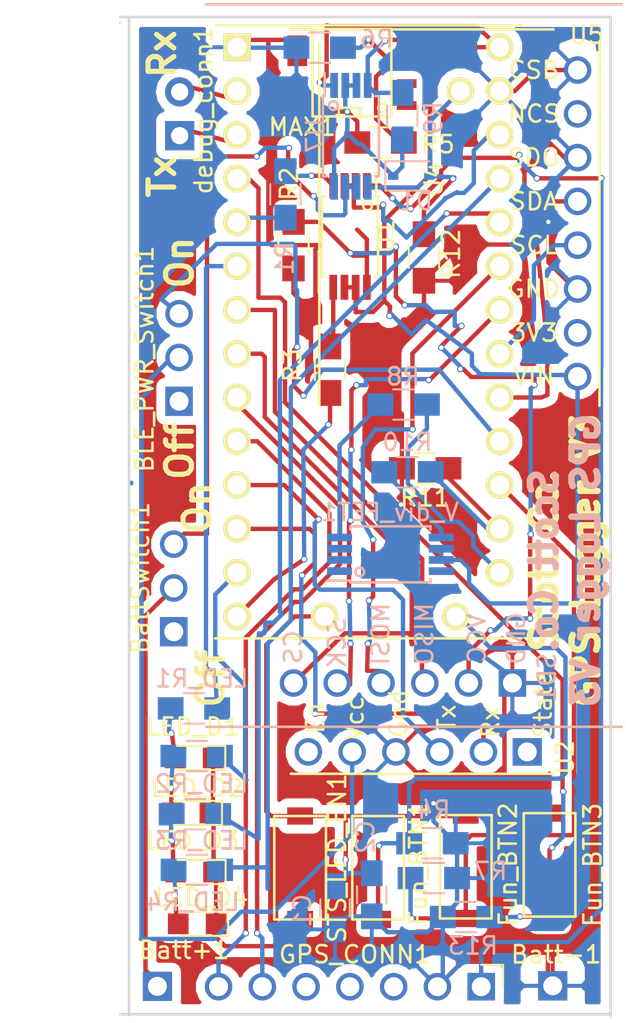
<source format=kicad_pcb>
(kicad_pcb (version 4) (host pcbnew 4.0.6)

  (general
    (links 93)
    (no_connects 1)
    (area 124.954999 60.844999 153.555001 118.945001)
    (thickness 1.6)
    (drawings 14)
    (tracks 610)
    (zones 0)
    (modules 42)
    (nets 46)
  )

  (page A4)
  (layers
    (0 F.Cu signal)
    (31 B.Cu signal)
    (32 B.Adhes user hide)
    (33 F.Adhes user)
    (34 B.Paste user)
    (35 F.Paste user)
    (36 B.SilkS user)
    (37 F.SilkS user)
    (38 B.Mask user hide)
    (39 F.Mask user hide)
    (40 Dwgs.User user hide)
    (41 Cmts.User user hide)
    (42 Eco1.User user hide)
    (43 Eco2.User user hide)
    (44 Edge.Cuts user)
    (45 Margin user hide)
    (46 B.CrtYd user hide)
    (47 F.CrtYd user hide)
    (48 B.Fab user hide)
    (49 F.Fab user hide)
  )

  (setup
    (last_trace_width 0.254)
    (trace_clearance 0.254)
    (zone_clearance 0.508)
    (zone_45_only no)
    (trace_min 0.1524)
    (segment_width 0.2)
    (edge_width 0.15)
    (via_size 0.381)
    (via_drill 0.254)
    (via_min_size 0.381)
    (via_min_drill 0.254)
    (user_via 0.508 0.3302)
    (user_via 0.889 0.508)
    (uvia_size 0.3)
    (uvia_drill 0.1)
    (uvias_allowed no)
    (uvia_min_size 0.2)
    (uvia_min_drill 0.1)
    (pcb_text_width 0.3)
    (pcb_text_size 1.5 1.5)
    (mod_edge_width 0.15)
    (mod_text_size 1 1)
    (mod_text_width 0.15)
    (pad_size 1.7 1.7)
    (pad_drill 1)
    (pad_to_mask_clearance 0.2)
    (aux_axis_origin 0 0)
    (grid_origin 135.84 90.41)
    (visible_elements 7FFEDFFF)
    (pcbplotparams
      (layerselection 0x00030_80000001)
      (usegerberextensions false)
      (excludeedgelayer true)
      (linewidth 0.100000)
      (plotframeref false)
      (viasonmask false)
      (mode 1)
      (useauxorigin false)
      (hpglpennumber 1)
      (hpglpenspeed 20)
      (hpglpendiameter 15)
      (hpglpenoverlay 2)
      (psnegative false)
      (psa4output false)
      (plotreference true)
      (plotvalue true)
      (plotinvisibletext false)
      (padsonsilk false)
      (subtractmaskfromsilk false)
      (outputformat 1)
      (mirror false)
      (drillshape 1)
      (scaleselection 1)
      (outputdirectory test))
  )

  (net 0 "")
  (net 1 GND)
  (net 2 +3V3)
  (net 3 "Net-(Batt+1-Pad1)")
  (net 4 +BATT)
  (net 5 "Net-(SD1-Pad6)")
  (net 6 "Net-(SD1-Pad3)")
  (net 7 "Net-(MAX1-Pad4)")
  (net 8 "Net-(R1-Pad1)")
  (net 9 "Net-(R1-Pad2)")
  (net 10 "Net-(R2-Pad1)")
  (net 11 "Net-(R3-Pad2)")
  (net 12 "Net-(LED_D1-Pad2)")
  (net 13 "Net-(LED_D1-Pad1)")
  (net 14 "Net-(LED_D2-Pad2)")
  (net 15 "Net-(LED_D3-Pad2)")
  (net 16 "Net-(LED_D4-Pad2)")
  (net 17 "Net-(BattSwitch1-Pad3)")
  (net 18 "Net-(BLE_PWR_Switch1-Pad2)")
  (net 19 "Net-(Fun_BTN1-Pad1)")
  (net 20 /BattPostSwitch)
  (net 21 /USBPower+)
  (net 22 "Net-(U4-Pad3)")
  (net 23 "Net-(U4-Pad2)")
  (net 24 "Net-(Fun_BTN2-Pad1)")
  (net 25 "Net-(MAX1-Pad3)")
  (net 26 "Net-(R8-Pad1)")
  (net 27 "Net-(R8-Pad2)")
  (net 28 "Net-(R10-Pad1)")
  (net 29 "Net-(R10-Pad2)")
  (net 30 "Net-(Fun_BTN3-Pad1)")
  (net 31 /BLE_Pwr_Pin17)
  (net 32 /GPS_Pwr)
  (net 33 /GPS_Tx_RX3_7)
  (net 34 /GPS_Rx_TX3_8)
  (net 35 /LED1_P4)
  (net 36 /LED2_P11)
  (net 37 /LED3_P22)
  (net 38 /LED4_P23)
  (net 39 /SD_En_P12)
  (net 40 /SD_SCK_P20)
  (net 41 /SD_MOSI_P21)
  (net 42 /BLE_Rx_TX2_10)
  (net 43 /BLE_Tx_RX2_9)
  (net 44 /SDA)
  (net 45 /SCL)

  (net_class Default "This is the default net class."
    (clearance 0.254)
    (trace_width 0.254)
    (via_dia 0.381)
    (via_drill 0.254)
    (uvia_dia 0.3)
    (uvia_drill 0.1)
    (add_net +3V3)
    (add_net +BATT)
    (add_net /BLE_Pwr_Pin17)
    (add_net /BLE_Rx_TX2_10)
    (add_net /BLE_Tx_RX2_9)
    (add_net /BattPostSwitch)
    (add_net /GPS_Pwr)
    (add_net /GPS_Rx_TX3_8)
    (add_net /GPS_Tx_RX3_7)
    (add_net /LED1_P4)
    (add_net /LED2_P11)
    (add_net /LED3_P22)
    (add_net /LED4_P23)
    (add_net /SCL)
    (add_net /SDA)
    (add_net /SD_En_P12)
    (add_net /SD_MOSI_P21)
    (add_net /SD_SCK_P20)
    (add_net /USBPower+)
    (add_net GND)
    (add_net "Net-(BLE_PWR_Switch1-Pad2)")
    (add_net "Net-(Batt+1-Pad1)")
    (add_net "Net-(BattSwitch1-Pad3)")
    (add_net "Net-(Fun_BTN1-Pad1)")
    (add_net "Net-(Fun_BTN2-Pad1)")
    (add_net "Net-(Fun_BTN3-Pad1)")
    (add_net "Net-(LED_D1-Pad1)")
    (add_net "Net-(LED_D1-Pad2)")
    (add_net "Net-(LED_D2-Pad2)")
    (add_net "Net-(LED_D3-Pad2)")
    (add_net "Net-(LED_D4-Pad2)")
    (add_net "Net-(MAX1-Pad3)")
    (add_net "Net-(MAX1-Pad4)")
    (add_net "Net-(R1-Pad1)")
    (add_net "Net-(R1-Pad2)")
    (add_net "Net-(R10-Pad1)")
    (add_net "Net-(R10-Pad2)")
    (add_net "Net-(R2-Pad1)")
    (add_net "Net-(R3-Pad2)")
    (add_net "Net-(R8-Pad1)")
    (add_net "Net-(R8-Pad2)")
    (add_net "Net-(SD1-Pad3)")
    (add_net "Net-(SD1-Pad6)")
    (add_net "Net-(U4-Pad2)")
    (add_net "Net-(U4-Pad3)")
  )

  (module EbayParts:TSSOP-8_4.4x3mm_Pitch0.65mm_custom (layer F.Cu) (tedit 5969A472) (tstamp 595597F3)
    (at 138.36 73.65 270)
    (descr "8-Lead Plastic Thin Shrink Small Outline (ST)-4.4 mm Body [TSSOP] (see Microchip Packaging Specification 00000049BS.pdf)")
    (tags "SSOP 0.65")
    (path /58F26970)
    (attr smd)
    (fp_text reference U1 (at -0.004 -2.052 270) (layer F.SilkS)
      (effects (font (size 1 1) (thickness 0.15)))
    )
    (fp_text value Si6943DQ (at 0 2.55 270) (layer F.Fab)
      (effects (font (size 1 1) (thickness 0.15)))
    )
    (fp_circle (center -1.778 -1.016) (end -1.524 -1.016) (layer F.SilkS) (width 0.15))
    (fp_line (start -1.2 -1.5) (end 2.2 -1.5) (layer F.Fab) (width 0.15))
    (fp_line (start 2.2 -1.5) (end 2.2 1.5) (layer F.Fab) (width 0.15))
    (fp_line (start 2.2 1.5) (end -2.2 1.5) (layer F.Fab) (width 0.15))
    (fp_line (start -2.2 1.5) (end -2.2 -0.5) (layer F.Fab) (width 0.15))
    (fp_line (start -2.2 -0.5) (end -1.2 -1.5) (layer F.Fab) (width 0.15))
    (fp_line (start -3.95 -1.8) (end -3.95 1.8) (layer F.CrtYd) (width 0.05))
    (fp_line (start 3.95 -1.8) (end 3.95 1.8) (layer F.CrtYd) (width 0.05))
    (fp_line (start -3.95 -1.8) (end 3.95 -1.8) (layer F.CrtYd) (width 0.05))
    (fp_line (start -3.95 1.8) (end 3.95 1.8) (layer F.CrtYd) (width 0.05))
    (fp_line (start -2.325 -1.625) (end -2.325 -1.525) (layer F.SilkS) (width 0.15))
    (fp_line (start 2.325 -1.625) (end 2.325 -1.425) (layer F.SilkS) (width 0.15))
    (fp_line (start 2.325 1.625) (end 2.325 1.425) (layer F.SilkS) (width 0.15))
    (fp_line (start -2.325 1.625) (end -2.325 1.425) (layer F.SilkS) (width 0.15))
    (fp_line (start -2.325 -1.625) (end 2.325 -1.625) (layer F.SilkS) (width 0.15))
    (fp_line (start -2.325 1.625) (end 2.325 1.625) (layer F.SilkS) (width 0.15))
    (fp_line (start -2.325 -1.525) (end -3.675 -1.525) (layer F.SilkS) (width 0.15))
    (pad 1 smd rect (at -2.95 -0.975 270) (size 1.45 0.45) (layers F.Cu F.Paste F.Mask)
      (net 32 /GPS_Pwr))
    (pad 2 smd rect (at -2.95 -0.325 270) (size 1.45 0.45) (layers F.Cu F.Paste F.Mask)
      (net 2 +3V3))
    (pad 3 smd rect (at -2.95 0.325 270) (size 1.45 0.45) (layers F.Cu F.Paste F.Mask)
      (net 2 +3V3))
    (pad 4 smd rect (at -2.95 0.975 270) (size 1.45 0.45) (layers F.Cu F.Paste F.Mask)
      (net 8 "Net-(R1-Pad1)"))
    (pad 5 smd rect (at 2.95 0.975 270) (size 1.45 0.45) (layers F.Cu F.Paste F.Mask)
      (net 11 "Net-(R3-Pad2)"))
    (pad 6 smd rect (at 2.95 0.325 270) (size 1.45 0.45) (layers F.Cu F.Paste F.Mask)
      (net 4 +BATT))
    (pad 7 smd rect (at 2.95 -0.325 270) (size 1.45 0.45) (layers F.Cu F.Paste F.Mask)
      (net 4 +BATT))
    (pad 8 smd rect (at 2.95 -0.975 270) (size 1.45 0.45) (layers F.Cu F.Paste F.Mask)
      (net 10 "Net-(R2-Pad1)"))
    (model Housings_SSOP.3dshapes/TSSOP-8_4.4x3mm_Pitch0.65mm.wrl
      (at (xyz 0 0 0))
      (scale (xyz 1 1 1))
      (rotate (xyz 0 0 0))
    )
  )

  (module Capacitors_SMD:C_0805_HandSoldering (layer B.Cu) (tedit 5969A220) (tstamp 58EF18DC)
    (at 137.49 112.6 270)
    (descr "Capacitor SMD 0805, hand soldering")
    (tags "capacitor 0805")
    (path /58C7CCD2)
    (attr smd)
    (fp_text reference C1 (at 0.162 1.904 270) (layer B.SilkS)
      (effects (font (size 1 1) (thickness 0.15)) (justify mirror))
    )
    (fp_text value 82nF (at 0 -1.75 270) (layer B.Fab)
      (effects (font (size 1 1) (thickness 0.15)) (justify mirror))
    )
    (fp_text user %R (at 0 1.75 270) (layer B.Fab)
      (effects (font (size 1 1) (thickness 0.15)) (justify mirror))
    )
    (fp_line (start -1 -0.62) (end -1 0.62) (layer B.Fab) (width 0.1))
    (fp_line (start 1 -0.62) (end -1 -0.62) (layer B.Fab) (width 0.1))
    (fp_line (start 1 0.62) (end 1 -0.62) (layer B.Fab) (width 0.1))
    (fp_line (start -1 0.62) (end 1 0.62) (layer B.Fab) (width 0.1))
    (fp_line (start 0.5 0.85) (end -0.5 0.85) (layer B.SilkS) (width 0.12))
    (fp_line (start -0.5 -0.85) (end 0.5 -0.85) (layer B.SilkS) (width 0.12))
    (fp_line (start -2.25 0.88) (end 2.25 0.88) (layer B.CrtYd) (width 0.05))
    (fp_line (start -2.25 0.88) (end -2.25 -0.87) (layer B.CrtYd) (width 0.05))
    (fp_line (start 2.25 -0.87) (end 2.25 0.88) (layer B.CrtYd) (width 0.05))
    (fp_line (start 2.25 -0.87) (end -2.25 -0.87) (layer B.CrtYd) (width 0.05))
    (pad 1 smd rect (at -1.25 0 270) (size 1.5 1.25) (layers B.Cu B.Paste B.Mask)
      (net 2 +3V3))
    (pad 2 smd rect (at 1.25 0 270) (size 1.5 1.25) (layers B.Cu B.Paste B.Mask)
      (net 1 GND))
    (model Capacitors_SMD.3dshapes/C_0805.wrl
      (at (xyz 0 0 0))
      (scale (xyz 1 1 1))
      (rotate (xyz 0 0 0))
    )
  )

  (module Capacitors_SMD:C_0805_HandSoldering (layer B.Cu) (tedit 5913D552) (tstamp 58EF18E2)
    (at 139.62 111.84 270)
    (descr "Capacitor SMD 0805, hand soldering")
    (tags "capacitor 0805")
    (path /58C7CE8C)
    (attr smd)
    (fp_text reference C2 (at -3.35026 0.35814 270) (layer B.SilkS)
      (effects (font (size 1 1) (thickness 0.15)) (justify mirror))
    )
    (fp_text value 2.2uF (at 0 -1.75 270) (layer B.Fab)
      (effects (font (size 1 1) (thickness 0.15)) (justify mirror))
    )
    (fp_text user %R (at 0 1.75 270) (layer B.Fab)
      (effects (font (size 1 1) (thickness 0.15)) (justify mirror))
    )
    (fp_line (start -1 -0.62) (end -1 0.62) (layer B.Fab) (width 0.1))
    (fp_line (start 1 -0.62) (end -1 -0.62) (layer B.Fab) (width 0.1))
    (fp_line (start 1 0.62) (end 1 -0.62) (layer B.Fab) (width 0.1))
    (fp_line (start -1 0.62) (end 1 0.62) (layer B.Fab) (width 0.1))
    (fp_line (start 0.5 0.85) (end -0.5 0.85) (layer B.SilkS) (width 0.12))
    (fp_line (start -0.5 -0.85) (end 0.5 -0.85) (layer B.SilkS) (width 0.12))
    (fp_line (start -2.25 0.88) (end 2.25 0.88) (layer B.CrtYd) (width 0.05))
    (fp_line (start -2.25 0.88) (end -2.25 -0.87) (layer B.CrtYd) (width 0.05))
    (fp_line (start 2.25 -0.87) (end 2.25 0.88) (layer B.CrtYd) (width 0.05))
    (fp_line (start 2.25 -0.87) (end -2.25 -0.87) (layer B.CrtYd) (width 0.05))
    (pad 1 smd rect (at -1.25 0 270) (size 1.5 1.25) (layers B.Cu B.Paste B.Mask)
      (net 2 +3V3))
    (pad 2 smd rect (at 1.25 0 270) (size 1.5 1.25) (layers B.Cu B.Paste B.Mask)
      (net 1 GND))
    (model Capacitors_SMD.3dshapes/C_0805.wrl
      (at (xyz 0 0 0))
      (scale (xyz 1 1 1))
      (rotate (xyz 0 0 0))
    )
  )

  (module Resistors_SMD:R_0805_HandSoldering (layer B.Cu) (tedit 5969A2DC) (tstamp 58EF1918)
    (at 134.61 71.21 270)
    (descr "Resistor SMD 0805, hand soldering")
    (tags "resistor 0805")
    (path /58CE2A45)
    (attr smd)
    (fp_text reference R1 (at 3.706 0.04 270) (layer B.SilkS)
      (effects (font (size 1 1) (thickness 0.15)) (justify mirror))
    )
    (fp_text value 10k (at 0 -1.75 270) (layer B.Fab)
      (effects (font (size 1 1) (thickness 0.15)) (justify mirror))
    )
    (fp_text user %R (at 0 0 270) (layer B.Fab)
      (effects (font (size 0.5 0.5) (thickness 0.075)) (justify mirror))
    )
    (fp_line (start -1 -0.62) (end -1 0.62) (layer B.Fab) (width 0.1))
    (fp_line (start 1 -0.62) (end -1 -0.62) (layer B.Fab) (width 0.1))
    (fp_line (start 1 0.62) (end 1 -0.62) (layer B.Fab) (width 0.1))
    (fp_line (start -1 0.62) (end 1 0.62) (layer B.Fab) (width 0.1))
    (fp_line (start 0.6 -0.88) (end -0.6 -0.88) (layer B.SilkS) (width 0.12))
    (fp_line (start -0.6 0.88) (end 0.6 0.88) (layer B.SilkS) (width 0.12))
    (fp_line (start -2.35 0.9) (end 2.35 0.9) (layer B.CrtYd) (width 0.05))
    (fp_line (start -2.35 0.9) (end -2.35 -0.9) (layer B.CrtYd) (width 0.05))
    (fp_line (start 2.35 -0.9) (end 2.35 0.9) (layer B.CrtYd) (width 0.05))
    (fp_line (start 2.35 -0.9) (end -2.35 -0.9) (layer B.CrtYd) (width 0.05))
    (pad 1 smd rect (at -1.35 0 270) (size 1.5 1.3) (layers B.Cu B.Paste B.Mask)
      (net 8 "Net-(R1-Pad1)"))
    (pad 2 smd rect (at 1.35 0 270) (size 1.5 1.3) (layers B.Cu B.Paste B.Mask)
      (net 9 "Net-(R1-Pad2)"))
    (model ${KISYS3DMOD}/Resistors_SMD.3dshapes/R_0805.wrl
      (at (xyz 0 0 0))
      (scale (xyz 1 1 1))
      (rotate (xyz 0 0 0))
    )
  )

  (module Resistors_SMD:R_0805_HandSoldering (layer F.Cu) (tedit 5969A46C) (tstamp 58EF191E)
    (at 135.078 74.154 270)
    (descr "Resistor SMD 0805, hand soldering")
    (tags "resistor 0805")
    (path /58CE59D8)
    (attr smd)
    (fp_text reference R2 (at -3.556 0.254 450) (layer F.SilkS)
      (effects (font (size 1 1) (thickness 0.15)))
    )
    (fp_text value 100k (at 0 1.75 270) (layer F.Fab)
      (effects (font (size 1 1) (thickness 0.15)))
    )
    (fp_text user %R (at 0 0 270) (layer F.Fab)
      (effects (font (size 0.5 0.5) (thickness 0.075)))
    )
    (fp_line (start -1 0.62) (end -1 -0.62) (layer F.Fab) (width 0.1))
    (fp_line (start 1 0.62) (end -1 0.62) (layer F.Fab) (width 0.1))
    (fp_line (start 1 -0.62) (end 1 0.62) (layer F.Fab) (width 0.1))
    (fp_line (start -1 -0.62) (end 1 -0.62) (layer F.Fab) (width 0.1))
    (fp_line (start 0.6 0.88) (end -0.6 0.88) (layer F.SilkS) (width 0.12))
    (fp_line (start -0.6 -0.88) (end 0.6 -0.88) (layer F.SilkS) (width 0.12))
    (fp_line (start -2.35 -0.9) (end 2.35 -0.9) (layer F.CrtYd) (width 0.05))
    (fp_line (start -2.35 -0.9) (end -2.35 0.9) (layer F.CrtYd) (width 0.05))
    (fp_line (start 2.35 0.9) (end 2.35 -0.9) (layer F.CrtYd) (width 0.05))
    (fp_line (start 2.35 0.9) (end -2.35 0.9) (layer F.CrtYd) (width 0.05))
    (pad 1 smd rect (at -1.35 0 270) (size 1.5 1.3) (layers F.Cu F.Paste F.Mask)
      (net 10 "Net-(R2-Pad1)"))
    (pad 2 smd rect (at 1.35 0 270) (size 1.5 1.3) (layers F.Cu F.Paste F.Mask)
      (net 1 GND))
    (model ${KISYS3DMOD}/Resistors_SMD.3dshapes/R_0805.wrl
      (at (xyz 0 0 0))
      (scale (xyz 1 1 1))
      (rotate (xyz 0 0 0))
    )
  )

  (module Resistors_SMD:R_0805_HandSoldering (layer F.Cu) (tedit 590E06D4) (tstamp 58EF1924)
    (at 137.2 81.38 90)
    (descr "Resistor SMD 0805, hand soldering")
    (tags "resistor 0805")
    (path /58CE85D8)
    (attr smd)
    (fp_text reference R3 (at 0.254 -2.1844 90) (layer F.SilkS)
      (effects (font (size 1 1) (thickness 0.15)))
    )
    (fp_text value 10k (at 0 1.75 90) (layer F.Fab)
      (effects (font (size 1 1) (thickness 0.15)))
    )
    (fp_text user %R (at 0 0 90) (layer F.Fab)
      (effects (font (size 0.5 0.5) (thickness 0.075)))
    )
    (fp_line (start -1 0.62) (end -1 -0.62) (layer F.Fab) (width 0.1))
    (fp_line (start 1 0.62) (end -1 0.62) (layer F.Fab) (width 0.1))
    (fp_line (start 1 -0.62) (end 1 0.62) (layer F.Fab) (width 0.1))
    (fp_line (start -1 -0.62) (end 1 -0.62) (layer F.Fab) (width 0.1))
    (fp_line (start 0.6 0.88) (end -0.6 0.88) (layer F.SilkS) (width 0.12))
    (fp_line (start -0.6 -0.88) (end 0.6 -0.88) (layer F.SilkS) (width 0.12))
    (fp_line (start -2.35 -0.9) (end 2.35 -0.9) (layer F.CrtYd) (width 0.05))
    (fp_line (start -2.35 -0.9) (end -2.35 0.9) (layer F.CrtYd) (width 0.05))
    (fp_line (start 2.35 0.9) (end 2.35 -0.9) (layer F.CrtYd) (width 0.05))
    (fp_line (start 2.35 0.9) (end -2.35 0.9) (layer F.CrtYd) (width 0.05))
    (pad 1 smd rect (at -1.35 0 90) (size 1.5 1.3) (layers F.Cu F.Paste F.Mask)
      (net 39 /SD_En_P12))
    (pad 2 smd rect (at 1.35 0 90) (size 1.5 1.3) (layers F.Cu F.Paste F.Mask)
      (net 11 "Net-(R3-Pad2)"))
    (model ${KISYS3DMOD}/Resistors_SMD.3dshapes/R_0805.wrl
      (at (xyz 0 0 0))
      (scale (xyz 1 1 1))
      (rotate (xyz 0 0 0))
    )
  )

  (module Resistors_SMD:R_0805_HandSoldering (layer B.Cu) (tedit 5969A2D3) (tstamp 58EF1936)
    (at 136.6 62.7)
    (descr "Resistor SMD 0805, hand soldering")
    (tags "resistor 0805")
    (path /58D44E32)
    (attr smd)
    (fp_text reference R6 (at 3.304 -0.484) (layer B.SilkS)
      (effects (font (size 1 1) (thickness 0.15)) (justify mirror))
    )
    (fp_text value 56k (at 0 -1.75) (layer B.Fab)
      (effects (font (size 1 1) (thickness 0.15)) (justify mirror))
    )
    (fp_text user %R (at 0 0) (layer B.Fab)
      (effects (font (size 0.5 0.5) (thickness 0.075)) (justify mirror))
    )
    (fp_line (start -1 -0.62) (end -1 0.62) (layer B.Fab) (width 0.1))
    (fp_line (start 1 -0.62) (end -1 -0.62) (layer B.Fab) (width 0.1))
    (fp_line (start 1 0.62) (end 1 -0.62) (layer B.Fab) (width 0.1))
    (fp_line (start -1 0.62) (end 1 0.62) (layer B.Fab) (width 0.1))
    (fp_line (start 0.6 -0.88) (end -0.6 -0.88) (layer B.SilkS) (width 0.12))
    (fp_line (start -0.6 0.88) (end 0.6 0.88) (layer B.SilkS) (width 0.12))
    (fp_line (start -2.35 0.9) (end 2.35 0.9) (layer B.CrtYd) (width 0.05))
    (fp_line (start -2.35 0.9) (end -2.35 -0.9) (layer B.CrtYd) (width 0.05))
    (fp_line (start 2.35 -0.9) (end 2.35 0.9) (layer B.CrtYd) (width 0.05))
    (fp_line (start 2.35 -0.9) (end -2.35 -0.9) (layer B.CrtYd) (width 0.05))
    (pad 1 smd rect (at -1.35 0) (size 1.5 1.3) (layers B.Cu B.Paste B.Mask)
      (net 1 GND))
    (pad 2 smd rect (at 1.35 0) (size 1.5 1.3) (layers B.Cu B.Paste B.Mask)
      (net 25 "Net-(MAX1-Pad3)"))
    (model ${KISYS3DMOD}/Resistors_SMD.3dshapes/R_0805.wrl
      (at (xyz 0 0 0))
      (scale (xyz 1 1 1))
      (rotate (xyz 0 0 0))
    )
  )

  (module Resistors_SMD:R_0805_HandSoldering (layer B.Cu) (tedit 5969A249) (tstamp 58EF1942)
    (at 141.47 83.4)
    (descr "Resistor SMD 0805, hand soldering")
    (tags "resistor 0805")
    (path /58D27FE9)
    (attr smd)
    (fp_text reference R8 (at -0.042 -1.626) (layer B.SilkS)
      (effects (font (size 1 1) (thickness 0.15)) (justify mirror))
    )
    (fp_text value 10k (at 0 -1.75) (layer B.Fab)
      (effects (font (size 1 1) (thickness 0.15)) (justify mirror))
    )
    (fp_text user %R (at 0 0) (layer B.Fab)
      (effects (font (size 0.5 0.5) (thickness 0.075)) (justify mirror))
    )
    (fp_line (start -1 -0.62) (end -1 0.62) (layer B.Fab) (width 0.1))
    (fp_line (start 1 -0.62) (end -1 -0.62) (layer B.Fab) (width 0.1))
    (fp_line (start 1 0.62) (end 1 -0.62) (layer B.Fab) (width 0.1))
    (fp_line (start -1 0.62) (end 1 0.62) (layer B.Fab) (width 0.1))
    (fp_line (start 0.6 -0.88) (end -0.6 -0.88) (layer B.SilkS) (width 0.12))
    (fp_line (start -0.6 0.88) (end 0.6 0.88) (layer B.SilkS) (width 0.12))
    (fp_line (start -2.35 0.9) (end 2.35 0.9) (layer B.CrtYd) (width 0.05))
    (fp_line (start -2.35 0.9) (end -2.35 -0.9) (layer B.CrtYd) (width 0.05))
    (fp_line (start 2.35 -0.9) (end 2.35 0.9) (layer B.CrtYd) (width 0.05))
    (fp_line (start 2.35 -0.9) (end -2.35 -0.9) (layer B.CrtYd) (width 0.05))
    (pad 1 smd rect (at -1.35 0) (size 1.5 1.3) (layers B.Cu B.Paste B.Mask)
      (net 26 "Net-(R8-Pad1)"))
    (pad 2 smd rect (at 1.35 0) (size 1.5 1.3) (layers B.Cu B.Paste B.Mask)
      (net 27 "Net-(R8-Pad2)"))
    (model ${KISYS3DMOD}/Resistors_SMD.3dshapes/R_0805.wrl
      (at (xyz 0 0 0))
      (scale (xyz 1 1 1))
      (rotate (xyz 0 0 0))
    )
  )

  (module Resistors_SMD:R_0805_HandSoldering (layer F.Cu) (tedit 5969A46F) (tstamp 58EF1954)
    (at 142.65 74.87 90)
    (descr "Resistor SMD 0805, hand soldering")
    (tags "resistor 0805")
    (path /58D1E754)
    (attr smd)
    (fp_text reference R12 (at 0.208 1.572 90) (layer F.SilkS)
      (effects (font (size 1 1) (thickness 0.15)))
    )
    (fp_text value 100k (at 0 1.75 90) (layer F.Fab)
      (effects (font (size 1 1) (thickness 0.15)))
    )
    (fp_text user %R (at 0 0 90) (layer F.Fab)
      (effects (font (size 0.5 0.5) (thickness 0.075)))
    )
    (fp_line (start -1 0.62) (end -1 -0.62) (layer F.Fab) (width 0.1))
    (fp_line (start 1 0.62) (end -1 0.62) (layer F.Fab) (width 0.1))
    (fp_line (start 1 -0.62) (end 1 0.62) (layer F.Fab) (width 0.1))
    (fp_line (start -1 -0.62) (end 1 -0.62) (layer F.Fab) (width 0.1))
    (fp_line (start 0.6 0.88) (end -0.6 0.88) (layer F.SilkS) (width 0.12))
    (fp_line (start -0.6 -0.88) (end 0.6 -0.88) (layer F.SilkS) (width 0.12))
    (fp_line (start -2.35 -0.9) (end 2.35 -0.9) (layer F.CrtYd) (width 0.05))
    (fp_line (start -2.35 -0.9) (end -2.35 0.9) (layer F.CrtYd) (width 0.05))
    (fp_line (start 2.35 0.9) (end 2.35 -0.9) (layer F.CrtYd) (width 0.05))
    (fp_line (start 2.35 0.9) (end -2.35 0.9) (layer F.CrtYd) (width 0.05))
    (pad 1 smd rect (at -1.35 0 90) (size 1.5 1.3) (layers F.Cu F.Paste F.Mask)
      (net 1 GND))
    (pad 2 smd rect (at 1.35 0 90) (size 1.5 1.3) (layers F.Cu F.Paste F.Mask)
      (net 21 /USBPower+))
    (model ${KISYS3DMOD}/Resistors_SMD.3dshapes/R_0805.wrl
      (at (xyz 0 0 0))
      (scale (xyz 1 1 1))
      (rotate (xyz 0 0 0))
    )
  )

  (module EbayParts:TSSOP-8_4.4x3mm_Pitch0.65mm_custom (layer B.Cu) (tedit 5969A246) (tstamp 58EF19EC)
    (at 140.7 92.09)
    (descr "8-Lead Plastic Thin Shrink Small Outline (ST)-4.4 mm Body [TSSOP] (see Microchip Packaging Specification 00000049BS.pdf)")
    (tags "SSOP 0.65")
    (path /58D267E6)
    (attr smd)
    (fp_text reference V_div_FET1 (at -0.034 -2.442) (layer B.SilkS)
      (effects (font (size 1 1) (thickness 0.15)) (justify mirror))
    )
    (fp_text value VDiv_FDW254p (at 0 -2.55) (layer B.Fab)
      (effects (font (size 1 1) (thickness 0.15)) (justify mirror))
    )
    (fp_circle (center -1.778 1.016) (end -1.524 1.016) (layer B.SilkS) (width 0.15))
    (fp_line (start -1.2 1.5) (end 2.2 1.5) (layer B.Fab) (width 0.15))
    (fp_line (start 2.2 1.5) (end 2.2 -1.5) (layer B.Fab) (width 0.15))
    (fp_line (start 2.2 -1.5) (end -2.2 -1.5) (layer B.Fab) (width 0.15))
    (fp_line (start -2.2 -1.5) (end -2.2 0.5) (layer B.Fab) (width 0.15))
    (fp_line (start -2.2 0.5) (end -1.2 1.5) (layer B.Fab) (width 0.15))
    (fp_line (start -3.95 1.8) (end -3.95 -1.8) (layer B.CrtYd) (width 0.05))
    (fp_line (start 3.95 1.8) (end 3.95 -1.8) (layer B.CrtYd) (width 0.05))
    (fp_line (start -3.95 1.8) (end 3.95 1.8) (layer B.CrtYd) (width 0.05))
    (fp_line (start -3.95 -1.8) (end 3.95 -1.8) (layer B.CrtYd) (width 0.05))
    (fp_line (start -2.325 1.625) (end -2.325 1.525) (layer B.SilkS) (width 0.15))
    (fp_line (start 2.325 1.625) (end 2.325 1.425) (layer B.SilkS) (width 0.15))
    (fp_line (start 2.325 -1.625) (end 2.325 -1.425) (layer B.SilkS) (width 0.15))
    (fp_line (start -2.325 -1.625) (end -2.325 -1.425) (layer B.SilkS) (width 0.15))
    (fp_line (start -2.325 1.625) (end 2.325 1.625) (layer B.SilkS) (width 0.15))
    (fp_line (start -2.325 -1.625) (end 2.325 -1.625) (layer B.SilkS) (width 0.15))
    (fp_line (start -2.325 1.525) (end -3.675 1.525) (layer B.SilkS) (width 0.15))
    (pad 1 smd rect (at -2.95 0.975) (size 1.45 0.45) (layers B.Cu B.Paste B.Mask))
    (pad 2 smd rect (at -2.95 0.325) (size 1.45 0.45) (layers B.Cu B.Paste B.Mask))
    (pad 3 smd rect (at -2.95 -0.325) (size 1.45 0.45) (layers B.Cu B.Paste B.Mask))
    (pad 4 smd rect (at -2.95 -0.975) (size 1.45 0.45) (layers B.Cu B.Paste B.Mask)
      (net 26 "Net-(R8-Pad1)"))
    (pad 5 smd rect (at 2.95 -0.975) (size 1.45 0.45) (layers B.Cu B.Paste B.Mask)
      (net 28 "Net-(R10-Pad1)"))
    (pad 6 smd rect (at 2.95 -0.325) (size 1.45 0.45) (layers B.Cu B.Paste B.Mask)
      (net 4 +BATT))
    (pad 7 smd rect (at 2.95 0.325) (size 1.45 0.45) (layers B.Cu B.Paste B.Mask)
      (net 4 +BATT))
    (pad 8 smd rect (at 2.95 0.975) (size 1.45 0.45) (layers B.Cu B.Paste B.Mask))
    (model Housings_SSOP.3dshapes/TSSOP-8_4.4x3mm_Pitch0.65mm.wrl
      (at (xyz 0 0 0))
      (scale (xyz 1 1 1))
      (rotate (xyz 0 0 0))
    )
  )

  (module EbayParts:SOIC-8-N (layer F.Cu) (tedit 5969A3B6) (tstamp 590DFBE6)
    (at 138.47 64.15 90)
    (descr "Module Narrow CMS SOJ 8 pins large")
    (tags "CMS SOJ")
    (path /58D3E43D)
    (attr smd)
    (fp_text reference MAX1 (at -3.146 -2.884 360) (layer F.SilkS)
      (effects (font (size 1 1) (thickness 0.15)))
    )
    (fp_text value MAX8212 (at 0 1.27 90) (layer F.Fab)
      (effects (font (size 1 1) (thickness 0.15)))
    )
    (fp_circle (center -2.032 1.778) (end -1.778 1.778) (layer F.SilkS) (width 0.15))
    (fp_line (start -2.54 -2.286) (end 2.54 -2.286) (layer F.SilkS) (width 0.15))
    (fp_line (start 2.54 -2.286) (end 2.54 2.286) (layer F.SilkS) (width 0.15))
    (fp_line (start 2.54 2.286) (end -2.54 2.286) (layer F.SilkS) (width 0.15))
    (fp_line (start -2.54 2.286) (end -2.54 -2.286) (layer F.SilkS) (width 0.15))
    (fp_line (start -2.54 -0.762) (end -2.032 -0.762) (layer F.SilkS) (width 0.15))
    (fp_line (start -2.032 -0.762) (end -2.032 0.508) (layer F.SilkS) (width 0.15))
    (fp_line (start -2.032 0.508) (end -2.54 0.508) (layer F.SilkS) (width 0.15))
    (pad 8 smd rect (at -1.905 -3.175 90) (size 0.508 1.143) (layers F.Cu F.Paste F.Mask)
      (net 20 /BattPostSwitch))
    (pad 7 smd rect (at -0.635 -3.175 90) (size 0.508 1.143) (layers F.Cu F.Paste F.Mask))
    (pad 6 smd rect (at 0.635 -3.175 90) (size 0.508 1.143) (layers F.Cu F.Paste F.Mask))
    (pad 5 smd rect (at 1.905 -3.175 90) (size 0.508 1.143) (layers F.Cu F.Paste F.Mask)
      (net 1 GND))
    (pad 4 smd rect (at 1.905 3.175 90) (size 0.508 1.143) (layers F.Cu F.Paste F.Mask)
      (net 7 "Net-(MAX1-Pad4)"))
    (pad 3 smd rect (at 0.635 3.175 90) (size 0.508 1.143) (layers F.Cu F.Paste F.Mask)
      (net 25 "Net-(MAX1-Pad3)"))
    (pad 2 smd rect (at -0.635 3.175 90) (size 0.508 1.143) (layers F.Cu F.Paste F.Mask))
    (pad 1 smd rect (at -1.905 3.175 90) (size 0.508 1.143) (layers F.Cu F.Paste F.Mask))
    (model SMD_Packages.3dshapes/SOIC-8-N.wrl
      (at (xyz 0 0 0))
      (scale (xyz 0.5 0.38 0.5))
      (rotate (xyz 0 0 0))
    )
  )

  (module LEDs:LED_0805 (layer F.Cu) (tedit 5969A302) (tstamp 590E035C)
    (at 129.32 103.9 180)
    (descr "LED 0805 smd package")
    (tags "LED led 0805 SMD smd SMT smt smdled SMDLED smtled SMTLED")
    (path /590E1C0A)
    (attr smd)
    (fp_text reference LED_D1 (at 0.084 1.806 180) (layer F.SilkS)
      (effects (font (size 1 1) (thickness 0.15)))
    )
    (fp_text value BLUE (at 0 1.55 180) (layer F.Fab)
      (effects (font (size 1 1) (thickness 0.15)))
    )
    (fp_line (start -1.8 -0.7) (end -1.8 0.7) (layer F.SilkS) (width 0.12))
    (fp_line (start -0.4 -0.4) (end -0.4 0.4) (layer F.Fab) (width 0.1))
    (fp_line (start -0.4 0) (end 0.2 -0.4) (layer F.Fab) (width 0.1))
    (fp_line (start 0.2 0.4) (end -0.4 0) (layer F.Fab) (width 0.1))
    (fp_line (start 0.2 -0.4) (end 0.2 0.4) (layer F.Fab) (width 0.1))
    (fp_line (start 1 0.6) (end -1 0.6) (layer F.Fab) (width 0.1))
    (fp_line (start 1 -0.6) (end 1 0.6) (layer F.Fab) (width 0.1))
    (fp_line (start -1 -0.6) (end 1 -0.6) (layer F.Fab) (width 0.1))
    (fp_line (start -1 0.6) (end -1 -0.6) (layer F.Fab) (width 0.1))
    (fp_line (start -1.8 0.7) (end 1 0.7) (layer F.SilkS) (width 0.12))
    (fp_line (start -1.8 -0.7) (end 1 -0.7) (layer F.SilkS) (width 0.12))
    (fp_line (start 1.95 -0.85) (end 1.95 0.85) (layer F.CrtYd) (width 0.05))
    (fp_line (start 1.95 0.85) (end -1.95 0.85) (layer F.CrtYd) (width 0.05))
    (fp_line (start -1.95 0.85) (end -1.95 -0.85) (layer F.CrtYd) (width 0.05))
    (fp_line (start -1.95 -0.85) (end 1.95 -0.85) (layer F.CrtYd) (width 0.05))
    (pad 2 smd rect (at 1.1 0) (size 1.2 1.2) (layers F.Cu F.Paste F.Mask)
      (net 12 "Net-(LED_D1-Pad2)"))
    (pad 1 smd rect (at -1.1 0) (size 1.2 1.2) (layers F.Cu F.Paste F.Mask)
      (net 13 "Net-(LED_D1-Pad1)"))
    (model LEDs.3dshapes/LED_0805.wrl
      (at (xyz 0 0 0))
      (scale (xyz 1 1 1))
      (rotate (xyz 0 0 180))
    )
  )

  (module LEDs:LED_0805 (layer F.Cu) (tedit 5969A304) (tstamp 590E0362)
    (at 129.13 107.09 180)
    (descr "LED 0805 smd package")
    (tags "LED led 0805 SMD smd SMT smt smdled SMDLED smtled SMTLED")
    (path /590E1D37)
    (attr smd)
    (fp_text reference LED_D2 (at -0.36 1.44 180) (layer F.SilkS)
      (effects (font (size 1 1) (thickness 0.15)))
    )
    (fp_text value GREEN (at 0 1.55 180) (layer F.Fab)
      (effects (font (size 1 1) (thickness 0.15)))
    )
    (fp_line (start -1.8 -0.7) (end -1.8 0.7) (layer F.SilkS) (width 0.12))
    (fp_line (start -0.4 -0.4) (end -0.4 0.4) (layer F.Fab) (width 0.1))
    (fp_line (start -0.4 0) (end 0.2 -0.4) (layer F.Fab) (width 0.1))
    (fp_line (start 0.2 0.4) (end -0.4 0) (layer F.Fab) (width 0.1))
    (fp_line (start 0.2 -0.4) (end 0.2 0.4) (layer F.Fab) (width 0.1))
    (fp_line (start 1 0.6) (end -1 0.6) (layer F.Fab) (width 0.1))
    (fp_line (start 1 -0.6) (end 1 0.6) (layer F.Fab) (width 0.1))
    (fp_line (start -1 -0.6) (end 1 -0.6) (layer F.Fab) (width 0.1))
    (fp_line (start -1 0.6) (end -1 -0.6) (layer F.Fab) (width 0.1))
    (fp_line (start -1.8 0.7) (end 1 0.7) (layer F.SilkS) (width 0.12))
    (fp_line (start -1.8 -0.7) (end 1 -0.7) (layer F.SilkS) (width 0.12))
    (fp_line (start 1.95 -0.85) (end 1.95 0.85) (layer F.CrtYd) (width 0.05))
    (fp_line (start 1.95 0.85) (end -1.95 0.85) (layer F.CrtYd) (width 0.05))
    (fp_line (start -1.95 0.85) (end -1.95 -0.85) (layer F.CrtYd) (width 0.05))
    (fp_line (start -1.95 -0.85) (end 1.95 -0.85) (layer F.CrtYd) (width 0.05))
    (pad 2 smd rect (at 1.1 0) (size 1.2 1.2) (layers F.Cu F.Paste F.Mask)
      (net 14 "Net-(LED_D2-Pad2)"))
    (pad 1 smd rect (at -1.1 0) (size 1.2 1.2) (layers F.Cu F.Paste F.Mask)
      (net 13 "Net-(LED_D1-Pad1)"))
    (model LEDs.3dshapes/LED_0805.wrl
      (at (xyz 0 0 0))
      (scale (xyz 1 1 1))
      (rotate (xyz 0 0 180))
    )
  )

  (module LEDs:LED_0805 (layer F.Cu) (tedit 5969A306) (tstamp 590E0368)
    (at 129.34 110.52 180)
    (descr "LED 0805 smd package")
    (tags "LED led 0805 SMD smd SMT smt smdled SMDLED smtled SMTLED")
    (path /590E1E01)
    (attr smd)
    (fp_text reference LED_D3 (at 0.104 1.822 180) (layer F.SilkS)
      (effects (font (size 1 1) (thickness 0.15)))
    )
    (fp_text value RED (at 0 1.55 180) (layer F.Fab)
      (effects (font (size 1 1) (thickness 0.15)))
    )
    (fp_line (start -1.8 -0.7) (end -1.8 0.7) (layer F.SilkS) (width 0.12))
    (fp_line (start -0.4 -0.4) (end -0.4 0.4) (layer F.Fab) (width 0.1))
    (fp_line (start -0.4 0) (end 0.2 -0.4) (layer F.Fab) (width 0.1))
    (fp_line (start 0.2 0.4) (end -0.4 0) (layer F.Fab) (width 0.1))
    (fp_line (start 0.2 -0.4) (end 0.2 0.4) (layer F.Fab) (width 0.1))
    (fp_line (start 1 0.6) (end -1 0.6) (layer F.Fab) (width 0.1))
    (fp_line (start 1 -0.6) (end 1 0.6) (layer F.Fab) (width 0.1))
    (fp_line (start -1 -0.6) (end 1 -0.6) (layer F.Fab) (width 0.1))
    (fp_line (start -1 0.6) (end -1 -0.6) (layer F.Fab) (width 0.1))
    (fp_line (start -1.8 0.7) (end 1 0.7) (layer F.SilkS) (width 0.12))
    (fp_line (start -1.8 -0.7) (end 1 -0.7) (layer F.SilkS) (width 0.12))
    (fp_line (start 1.95 -0.85) (end 1.95 0.85) (layer F.CrtYd) (width 0.05))
    (fp_line (start 1.95 0.85) (end -1.95 0.85) (layer F.CrtYd) (width 0.05))
    (fp_line (start -1.95 0.85) (end -1.95 -0.85) (layer F.CrtYd) (width 0.05))
    (fp_line (start -1.95 -0.85) (end 1.95 -0.85) (layer F.CrtYd) (width 0.05))
    (pad 2 smd rect (at 1.1 0) (size 1.2 1.2) (layers F.Cu F.Paste F.Mask)
      (net 15 "Net-(LED_D3-Pad2)"))
    (pad 1 smd rect (at -1.1 0) (size 1.2 1.2) (layers F.Cu F.Paste F.Mask)
      (net 13 "Net-(LED_D1-Pad1)"))
    (model LEDs.3dshapes/LED_0805.wrl
      (at (xyz 0 0 0))
      (scale (xyz 1 1 1))
      (rotate (xyz 0 0 180))
    )
  )

  (module LEDs:LED_0805 (layer F.Cu) (tedit 5969A330) (tstamp 590E036E)
    (at 129.49 113.524 180)
    (descr "LED 0805 smd package")
    (tags "LED led 0805 SMD smd SMT smt smdled SMDLED smtled SMTLED")
    (path /590E205D)
    (attr smd)
    (fp_text reference LED_D4 (at -0.254 1.524 180) (layer F.SilkS)
      (effects (font (size 1 1) (thickness 0.15)))
    )
    (fp_text value ORANGE (at 0 1.55 180) (layer F.Fab)
      (effects (font (size 1 1) (thickness 0.15)))
    )
    (fp_line (start -1.8 -0.7) (end -1.8 0.7) (layer F.SilkS) (width 0.12))
    (fp_line (start -0.4 -0.4) (end -0.4 0.4) (layer F.Fab) (width 0.1))
    (fp_line (start -0.4 0) (end 0.2 -0.4) (layer F.Fab) (width 0.1))
    (fp_line (start 0.2 0.4) (end -0.4 0) (layer F.Fab) (width 0.1))
    (fp_line (start 0.2 -0.4) (end 0.2 0.4) (layer F.Fab) (width 0.1))
    (fp_line (start 1 0.6) (end -1 0.6) (layer F.Fab) (width 0.1))
    (fp_line (start 1 -0.6) (end 1 0.6) (layer F.Fab) (width 0.1))
    (fp_line (start -1 -0.6) (end 1 -0.6) (layer F.Fab) (width 0.1))
    (fp_line (start -1 0.6) (end -1 -0.6) (layer F.Fab) (width 0.1))
    (fp_line (start -1.8 0.7) (end 1 0.7) (layer F.SilkS) (width 0.12))
    (fp_line (start -1.8 -0.7) (end 1 -0.7) (layer F.SilkS) (width 0.12))
    (fp_line (start 1.95 -0.85) (end 1.95 0.85) (layer F.CrtYd) (width 0.05))
    (fp_line (start 1.95 0.85) (end -1.95 0.85) (layer F.CrtYd) (width 0.05))
    (fp_line (start -1.95 0.85) (end -1.95 -0.85) (layer F.CrtYd) (width 0.05))
    (fp_line (start -1.95 -0.85) (end 1.95 -0.85) (layer F.CrtYd) (width 0.05))
    (pad 2 smd rect (at 1.1 0) (size 1.2 1.2) (layers F.Cu F.Paste F.Mask)
      (net 16 "Net-(LED_D4-Pad2)"))
    (pad 1 smd rect (at -1.1 0) (size 1.2 1.2) (layers F.Cu F.Paste F.Mask)
      (net 13 "Net-(LED_D1-Pad1)"))
    (model LEDs.3dshapes/LED_0805.wrl
      (at (xyz 0 0 0))
      (scale (xyz 1 1 1))
      (rotate (xyz 0 0 180))
    )
  )

  (module Resistors_SMD:R_0805_HandSoldering (layer B.Cu) (tedit 5969A1FF) (tstamp 590E0374)
    (at 129.3 101.03)
    (descr "Resistor SMD 0805, hand soldering")
    (tags "resistor 0805")
    (path /590E6B16)
    (attr smd)
    (fp_text reference LED_R1 (at 0.444 -1.73) (layer B.SilkS)
      (effects (font (size 1 1) (thickness 0.15)) (justify mirror))
    )
    (fp_text value 5.6 (at 0 -1.75) (layer B.Fab)
      (effects (font (size 1 1) (thickness 0.15)) (justify mirror))
    )
    (fp_text user %R (at 0 0) (layer B.Fab)
      (effects (font (size 0.5 0.5) (thickness 0.075)) (justify mirror))
    )
    (fp_line (start -1 -0.62) (end -1 0.62) (layer B.Fab) (width 0.1))
    (fp_line (start 1 -0.62) (end -1 -0.62) (layer B.Fab) (width 0.1))
    (fp_line (start 1 0.62) (end 1 -0.62) (layer B.Fab) (width 0.1))
    (fp_line (start -1 0.62) (end 1 0.62) (layer B.Fab) (width 0.1))
    (fp_line (start 0.6 -0.88) (end -0.6 -0.88) (layer B.SilkS) (width 0.12))
    (fp_line (start -0.6 0.88) (end 0.6 0.88) (layer B.SilkS) (width 0.12))
    (fp_line (start -2.35 0.9) (end 2.35 0.9) (layer B.CrtYd) (width 0.05))
    (fp_line (start -2.35 0.9) (end -2.35 -0.9) (layer B.CrtYd) (width 0.05))
    (fp_line (start 2.35 -0.9) (end 2.35 0.9) (layer B.CrtYd) (width 0.05))
    (fp_line (start 2.35 -0.9) (end -2.35 -0.9) (layer B.CrtYd) (width 0.05))
    (pad 1 smd rect (at -1.35 0) (size 1.5 1.3) (layers B.Cu B.Paste B.Mask)
      (net 12 "Net-(LED_D1-Pad2)"))
    (pad 2 smd rect (at 1.35 0) (size 1.5 1.3) (layers B.Cu B.Paste B.Mask)
      (net 35 /LED1_P4))
    (model ${KISYS3DMOD}/Resistors_SMD.3dshapes/R_0805.wrl
      (at (xyz 0 0 0))
      (scale (xyz 1 1 1))
      (rotate (xyz 0 0 0))
    )
  )

  (module Resistors_SMD:R_0805_HandSoldering (layer B.Cu) (tedit 5969A21B) (tstamp 590E037A)
    (at 129.46 103.79)
    (descr "Resistor SMD 0805, hand soldering")
    (tags "resistor 0805")
    (path /590E6DE9)
    (attr smd)
    (fp_text reference LED_R2 (at 0.284 1.606) (layer B.SilkS)
      (effects (font (size 1 1) (thickness 0.15)) (justify mirror))
    )
    (fp_text value 10 (at 0 -1.75) (layer B.Fab)
      (effects (font (size 1 1) (thickness 0.15)) (justify mirror))
    )
    (fp_text user %R (at 0 0) (layer B.Fab)
      (effects (font (size 0.5 0.5) (thickness 0.075)) (justify mirror))
    )
    (fp_line (start -1 -0.62) (end -1 0.62) (layer B.Fab) (width 0.1))
    (fp_line (start 1 -0.62) (end -1 -0.62) (layer B.Fab) (width 0.1))
    (fp_line (start 1 0.62) (end 1 -0.62) (layer B.Fab) (width 0.1))
    (fp_line (start -1 0.62) (end 1 0.62) (layer B.Fab) (width 0.1))
    (fp_line (start 0.6 -0.88) (end -0.6 -0.88) (layer B.SilkS) (width 0.12))
    (fp_line (start -0.6 0.88) (end 0.6 0.88) (layer B.SilkS) (width 0.12))
    (fp_line (start -2.35 0.9) (end 2.35 0.9) (layer B.CrtYd) (width 0.05))
    (fp_line (start -2.35 0.9) (end -2.35 -0.9) (layer B.CrtYd) (width 0.05))
    (fp_line (start 2.35 -0.9) (end 2.35 0.9) (layer B.CrtYd) (width 0.05))
    (fp_line (start 2.35 -0.9) (end -2.35 -0.9) (layer B.CrtYd) (width 0.05))
    (pad 1 smd rect (at -1.35 0) (size 1.5 1.3) (layers B.Cu B.Paste B.Mask)
      (net 14 "Net-(LED_D2-Pad2)"))
    (pad 2 smd rect (at 1.35 0) (size 1.5 1.3) (layers B.Cu B.Paste B.Mask)
      (net 36 /LED2_P11))
    (model ${KISYS3DMOD}/Resistors_SMD.3dshapes/R_0805.wrl
      (at (xyz 0 0 0))
      (scale (xyz 1 1 1))
      (rotate (xyz 0 0 0))
    )
  )

  (module Resistors_SMD:R_0805_HandSoldering (layer B.Cu) (tedit 5969A217) (tstamp 590E0380)
    (at 129.36 107.17)
    (descr "Resistor SMD 0805, hand soldering")
    (tags "resistor 0805")
    (path /590E6E9A)
    (attr smd)
    (fp_text reference LED_R3 (at 0.384 1.528) (layer B.SilkS)
      (effects (font (size 1 1) (thickness 0.15)) (justify mirror))
    )
    (fp_text value 56 (at 0 -1.75) (layer B.Fab)
      (effects (font (size 1 1) (thickness 0.15)) (justify mirror))
    )
    (fp_text user %R (at 0 0) (layer B.Fab)
      (effects (font (size 0.5 0.5) (thickness 0.075)) (justify mirror))
    )
    (fp_line (start -1 -0.62) (end -1 0.62) (layer B.Fab) (width 0.1))
    (fp_line (start 1 -0.62) (end -1 -0.62) (layer B.Fab) (width 0.1))
    (fp_line (start 1 0.62) (end 1 -0.62) (layer B.Fab) (width 0.1))
    (fp_line (start -1 0.62) (end 1 0.62) (layer B.Fab) (width 0.1))
    (fp_line (start 0.6 -0.88) (end -0.6 -0.88) (layer B.SilkS) (width 0.12))
    (fp_line (start -0.6 0.88) (end 0.6 0.88) (layer B.SilkS) (width 0.12))
    (fp_line (start -2.35 0.9) (end 2.35 0.9) (layer B.CrtYd) (width 0.05))
    (fp_line (start -2.35 0.9) (end -2.35 -0.9) (layer B.CrtYd) (width 0.05))
    (fp_line (start 2.35 -0.9) (end 2.35 0.9) (layer B.CrtYd) (width 0.05))
    (fp_line (start 2.35 -0.9) (end -2.35 -0.9) (layer B.CrtYd) (width 0.05))
    (pad 1 smd rect (at -1.35 0) (size 1.5 1.3) (layers B.Cu B.Paste B.Mask)
      (net 15 "Net-(LED_D3-Pad2)"))
    (pad 2 smd rect (at 1.35 0) (size 1.5 1.3) (layers B.Cu B.Paste B.Mask)
      (net 37 /LED3_P22))
    (model ${KISYS3DMOD}/Resistors_SMD.3dshapes/R_0805.wrl
      (at (xyz 0 0 0))
      (scale (xyz 1 1 1))
      (rotate (xyz 0 0 0))
    )
  )

  (module Resistors_SMD:R_0805_HandSoldering (layer B.Cu) (tedit 5969A213) (tstamp 590E0386)
    (at 129.47 110.39)
    (descr "Resistor SMD 0805, hand soldering")
    (tags "resistor 0805")
    (path /590E6F5A)
    (attr smd)
    (fp_text reference LED_R4 (at -0.234 1.864) (layer B.SilkS)
      (effects (font (size 1 1) (thickness 0.15)) (justify mirror))
    )
    (fp_text value 56 (at 0 -1.75) (layer B.Fab)
      (effects (font (size 1 1) (thickness 0.15)) (justify mirror))
    )
    (fp_text user %R (at 0 0) (layer B.Fab)
      (effects (font (size 0.5 0.5) (thickness 0.075)) (justify mirror))
    )
    (fp_line (start -1 -0.62) (end -1 0.62) (layer B.Fab) (width 0.1))
    (fp_line (start 1 -0.62) (end -1 -0.62) (layer B.Fab) (width 0.1))
    (fp_line (start 1 0.62) (end 1 -0.62) (layer B.Fab) (width 0.1))
    (fp_line (start -1 0.62) (end 1 0.62) (layer B.Fab) (width 0.1))
    (fp_line (start 0.6 -0.88) (end -0.6 -0.88) (layer B.SilkS) (width 0.12))
    (fp_line (start -0.6 0.88) (end 0.6 0.88) (layer B.SilkS) (width 0.12))
    (fp_line (start -2.35 0.9) (end 2.35 0.9) (layer B.CrtYd) (width 0.05))
    (fp_line (start -2.35 0.9) (end -2.35 -0.9) (layer B.CrtYd) (width 0.05))
    (fp_line (start 2.35 -0.9) (end 2.35 0.9) (layer B.CrtYd) (width 0.05))
    (fp_line (start 2.35 -0.9) (end -2.35 -0.9) (layer B.CrtYd) (width 0.05))
    (pad 1 smd rect (at -1.35 0) (size 1.5 1.3) (layers B.Cu B.Paste B.Mask)
      (net 16 "Net-(LED_D4-Pad2)"))
    (pad 2 smd rect (at 1.35 0) (size 1.5 1.3) (layers B.Cu B.Paste B.Mask)
      (net 38 /LED4_P23))
    (model ${KISYS3DMOD}/Resistors_SMD.3dshapes/R_0805.wrl
      (at (xyz 0 0 0))
      (scale (xyz 1 1 1))
      (rotate (xyz 0 0 0))
    )
  )

  (module EbayParts:SMD_Switch_3x6 (layer F.Cu) (tedit 5969A2F9) (tstamp 590E0390)
    (at 136.96268 113.27 90)
    (path /590E2C9D)
    (fp_text reference STS_LED_EN1 (at 3.556 0.65532 90) (layer F.SilkS)
      (effects (font (size 1 1) (thickness 0.15)))
    )
    (fp_text value STS_LED_EN (at 3 -5 90) (layer F.Fab)
      (effects (font (size 1 1) (thickness 0.15)))
    )
    (fp_line (start 0 0) (end 6 0) (layer F.SilkS) (width 0.15))
    (fp_line (start 6 0) (end 6 -3) (layer F.SilkS) (width 0.15))
    (fp_line (start 6 -3) (end 0 -3) (layer F.SilkS) (width 0.15))
    (fp_line (start 0 -3) (end 0 0) (layer F.SilkS) (width 0.15))
    (pad 2 smd rect (at 6 -1.5 90) (size 1 1.5) (layers F.Cu F.Paste F.Mask)
      (net 2 +3V3))
    (pad 1 smd rect (at 0 -1.5 90) (size 1 1.5) (layers F.Cu F.Paste F.Mask)
      (net 13 "Net-(LED_D1-Pad1)"))
  )

  (module EbayParts:Pin_Header_Angled_1x07_Pitch2.54mm (layer F.Cu) (tedit 5969A2FD) (tstamp 590E5B32)
    (at 145.97 117.17 270)
    (descr "Through hole angled pin header, 1x07, 2.54mm pitch, 6mm pin length, single row")
    (tags "Through hole angled pin header THT 1x07 2.54mm single row")
    (path /58C8E9D5)
    (fp_text reference GPS_CONN1 (at -1.868 7.336 540) (layer F.SilkS)
      (effects (font (size 1 1) (thickness 0.15)))
    )
    (fp_text value "GPS Connector" (at 4.315 17.51 270) (layer F.Fab)
      (effects (font (size 1 1) (thickness 0.15)))
    )
    (fp_line (start -1.778 -1.778) (end 2.032 -1.778) (layer F.CrtYd) (width 0.15))
    (fp_line (start 2.032 -1.778) (end 2.032 -1.524) (layer F.CrtYd) (width 0.15))
    (fp_line (start -1.778 17.018) (end 2.032 17.018) (layer F.CrtYd) (width 0.15))
    (fp_line (start -1.27 0) (end -1.27 -1.27) (layer F.SilkS) (width 0.12))
    (fp_line (start -1.27 -1.27) (end 0 -1.27) (layer F.SilkS) (width 0.12))
    (fp_line (start -1.8 -1.8) (end -1.8 17.05) (layer F.CrtYd) (width 0.05))
    (fp_line (start 2.018 17.304) (end 2.018 -1.546) (layer F.CrtYd) (width 0.05))
    (pad 1 thru_hole rect (at 0 0 270) (size 1.6 1.6) (drill 1.1) (layers *.Cu *.Mask)
      (net 32 /GPS_Pwr))
    (pad 2 thru_hole circle (at 0 2.54 270) (size 1.6 1.6) (drill 1.1) (layers *.Cu *.Mask)
      (net 1 GND))
    (pad 3 thru_hole circle (at 0 5.08 270) (size 1.6 1.6) (drill 1.1) (layers *.Cu *.Mask))
    (pad 4 thru_hole circle (at 0 7.62 270) (size 1.6 1.6) (drill 1.1) (layers *.Cu *.Mask))
    (pad 5 thru_hole circle (at 0 10.16 270) (size 1.6 1.6) (drill 1.1) (layers *.Cu *.Mask))
    (pad 6 thru_hole circle (at 0 12.7 270) (size 1.6 1.6) (drill 1.1) (layers *.Cu *.Mask)
      (net 33 /GPS_Tx_RX3_7))
    (pad 7 thru_hole circle (at 0 15.24 270) (size 1.6 1.6) (drill 1.1) (layers *.Cu *.Mask)
      (net 34 /GPS_Rx_TX3_8))
    (model ${KISYS3DMOD}/Pin_Headers.3dshapes/Pin_Header_Angled_1x07_Pitch2.54mm.wrl
      (at (xyz 0 -0.3 0))
      (scale (xyz 1 1 1))
      (rotate (xyz 0 0 90))
    )
  )

  (module EbayParts:SMD_Switch_3x6 (layer F.Cu) (tedit 596984DE) (tstamp 5911608F)
    (at 141.48896 113.27 90)
    (path /590DE78C)
    (fp_text reference Fun_BTN1 (at 3.24104 0.8382 90) (layer F.SilkS)
      (effects (font (size 1 1) (thickness 0.15)))
    )
    (fp_text value LVCutoff_reset (at 3 -5 90) (layer F.Fab)
      (effects (font (size 1 1) (thickness 0.15)))
    )
    (fp_line (start 0 0) (end 6 0) (layer F.SilkS) (width 0.15))
    (fp_line (start 6 0) (end 6 -3) (layer F.SilkS) (width 0.15))
    (fp_line (start 6 -3) (end 0 -3) (layer F.SilkS) (width 0.15))
    (fp_line (start 0 -3) (end 0 0) (layer F.SilkS) (width 0.15))
    (pad 2 smd rect (at 6 -1.5 90) (size 1 1.5) (layers F.Cu F.Paste F.Mask)
      (net 2 +3V3))
    (pad 1 smd rect (at 0 -1.5 90) (size 1 1.5) (layers F.Cu F.Paste F.Mask)
      (net 19 "Net-(Fun_BTN1-Pad1)"))
  )

  (module EbayParts:Pin_Header_1x01_Pitch2.54mm (layer F.Cu) (tedit 5969C1D4) (tstamp 5955978F)
    (at 127.18 117.15)
    (descr "Through hole angled pin header, 1x01, 2.54mm pitch, 6mm pin length, single row")
    (tags "Through hole angled pin header THT 1x01 2.54mm single row")
    (path /58CFC58C)
    (fp_text reference Batt+1 (at 1.548 -2.102) (layer F.SilkS)
      (effects (font (size 1 1) (thickness 0.15)))
    )
    (fp_text value +Batt (at 0.508 -3.556) (layer F.Fab)
      (effects (font (size 1 1) (thickness 0.15)))
    )
    (pad 1 thru_hole rect (at 0 0) (size 1.7 1.7) (drill 1.1) (layers *.Cu *.Mask)
      (net 3 "Net-(Batt+1-Pad1)"))
    (model ${KISYS3DMOD}/Pin_Headers.3dshapes/Pin_Header_Angled_1x01_Pitch2.54mm.wrl
      (at (xyz 0 0 0))
      (scale (xyz 1 1 1))
      (rotate (xyz 0 0 90))
    )
  )

  (module EbayParts:Pin_Header_1x01_Pitch2.54mm (layer F.Cu) (tedit 5969AABB) (tstamp 59559794)
    (at 150.12 117.12)
    (descr "Through hole angled pin header, 1x01, 2.54mm pitch, 6mm pin length, single row")
    (tags "Through hole angled pin header THT 1x01 2.54mm single row")
    (path /58CFC7C9)
    (fp_text reference Batt-1 (at 0.198 -1.818) (layer F.SilkS)
      (effects (font (size 1 1) (thickness 0.15)))
    )
    (fp_text value -Batt (at 0.508 -3.556) (layer F.Fab)
      (effects (font (size 1 1) (thickness 0.15)))
    )
    (pad 1 thru_hole rect (at 0 0) (size 1.7 1.7) (drill 1.1) (layers *.Cu *.Mask)
      (net 1 GND))
    (model ${KISYS3DMOD}/Pin_Headers.3dshapes/Pin_Header_Angled_1x01_Pitch2.54mm.wrl
      (at (xyz 0 0 0))
      (scale (xyz 1 1 1))
      (rotate (xyz 0 0 90))
    )
  )

  (module EbayParts:Pin_Header_1x03_Pitch2.54mm (layer F.Cu) (tedit 5969AAC6) (tstamp 5955979B)
    (at 128.13 96.58 180)
    (descr "Through hole angled pin header, 1x03, 2.54mm pitch, 6mm pin length, single row")
    (tags "Through hole angled pin header THT 1x03 2.54mm single row")
    (path /58D0EFA6)
    (fp_text reference BattSwitch1 (at 1.942 3.122 270) (layer F.SilkS)
      (effects (font (size 1 1) (thickness 0.15)))
    )
    (fp_text value BattSwitch (at 4.315 7.35 180) (layer F.Fab)
      (effects (font (size 1 1) (thickness 0.15)))
    )
    (pad 1 thru_hole rect (at 0 0 180) (size 1.6 1.7) (drill 1.1) (layers *.Cu *.Mask))
    (pad 2 thru_hole circle (at 0 2.54 180) (size 1.6 1.6) (drill 1.1) (layers *.Cu *.Mask)
      (net 3 "Net-(Batt+1-Pad1)"))
    (pad 3 thru_hole circle (at 0 5.08 180) (size 1.6 1.6) (drill 1.1) (layers *.Cu *.Mask)
      (net 17 "Net-(BattSwitch1-Pad3)"))
    (model ${KISYS3DMOD}/Pin_Headers.3dshapes/Pin_Header_Angled_1x03_Pitch2.54mm.wrl
      (at (xyz 0 -0.1 0))
      (scale (xyz 1 1 1))
      (rotate (xyz 0 0 90))
    )
  )

  (module EbayParts:Pin_Header_1x03_Pitch2.54mm (layer F.Cu) (tedit 5969AAD6) (tstamp 595597A2)
    (at 128.44 83.21 180)
    (descr "Through hole angled pin header, 1x03, 2.54mm pitch, 6mm pin length, single row")
    (tags "Through hole angled pin header THT 1x03 2.54mm single row")
    (path /58D0B2C5)
    (fp_text reference BLE_PWR_Switch1 (at 1.998 2.452 270) (layer F.SilkS)
      (effects (font (size 1 1) (thickness 0.15)))
    )
    (fp_text value BLE_PWR_Switch (at 4.315 7.35 180) (layer F.Fab)
      (effects (font (size 1 1) (thickness 0.15)))
    )
    (pad 1 thru_hole rect (at 0 0 180) (size 1.6 1.7) (drill 1.1) (layers *.Cu *.Mask))
    (pad 2 thru_hole circle (at 0 2.54 180) (size 1.6 1.6) (drill 1.1) (layers *.Cu *.Mask)
      (net 18 "Net-(BLE_PWR_Switch1-Pad2)"))
    (pad 3 thru_hole circle (at 0 5.08 180) (size 1.6 1.6) (drill 1.1) (layers *.Cu *.Mask)
      (net 31 /BLE_Pwr_Pin17))
    (model ${KISYS3DMOD}/Pin_Headers.3dshapes/Pin_Header_Angled_1x03_Pitch2.54mm.wrl
      (at (xyz 0 -0.1 0))
      (scale (xyz 1 1 1))
      (rotate (xyz 0 0 90))
    )
  )

  (module Diodes_SMD:D_SOD-323 (layer B.Cu) (tedit 5969A2CA) (tstamp 595597A8)
    (at 141.91 70.14)
    (descr SOD-323)
    (tags SOD-323)
    (path /593B6C57)
    (attr smd)
    (fp_text reference D1 (at 0.28 1.474) (layer B.SilkS)
      (effects (font (size 1 1) (thickness 0.15)) (justify mirror))
    )
    (fp_text value D (at 0.1 -1.9) (layer B.Fab)
      (effects (font (size 1 1) (thickness 0.15)) (justify mirror))
    )
    (fp_text user %R (at 0 1.85) (layer B.Fab)
      (effects (font (size 1 1) (thickness 0.15)) (justify mirror))
    )
    (fp_line (start -1.5 0.85) (end -1.5 -0.85) (layer B.SilkS) (width 0.12))
    (fp_line (start 0.2 0) (end 0.45 0) (layer B.Fab) (width 0.1))
    (fp_line (start 0.2 -0.35) (end -0.3 0) (layer B.Fab) (width 0.1))
    (fp_line (start 0.2 0.35) (end 0.2 -0.35) (layer B.Fab) (width 0.1))
    (fp_line (start -0.3 0) (end 0.2 0.35) (layer B.Fab) (width 0.1))
    (fp_line (start -0.3 0) (end -0.5 0) (layer B.Fab) (width 0.1))
    (fp_line (start -0.3 0.35) (end -0.3 -0.35) (layer B.Fab) (width 0.1))
    (fp_line (start -0.9 -0.7) (end -0.9 0.7) (layer B.Fab) (width 0.1))
    (fp_line (start 0.9 -0.7) (end -0.9 -0.7) (layer B.Fab) (width 0.1))
    (fp_line (start 0.9 0.7) (end 0.9 -0.7) (layer B.Fab) (width 0.1))
    (fp_line (start -0.9 0.7) (end 0.9 0.7) (layer B.Fab) (width 0.1))
    (fp_line (start -1.6 0.95) (end 1.6 0.95) (layer B.CrtYd) (width 0.05))
    (fp_line (start 1.6 0.95) (end 1.6 -0.95) (layer B.CrtYd) (width 0.05))
    (fp_line (start -1.6 -0.95) (end 1.6 -0.95) (layer B.CrtYd) (width 0.05))
    (fp_line (start -1.6 0.95) (end -1.6 -0.95) (layer B.CrtYd) (width 0.05))
    (fp_line (start -1.5 -0.85) (end 1.05 -0.85) (layer B.SilkS) (width 0.12))
    (fp_line (start -1.5 0.85) (end 1.05 0.85) (layer B.SilkS) (width 0.12))
    (pad 1 smd rect (at -1.05 0) (size 0.6 0.45) (layers B.Cu B.Paste B.Mask)
      (net 20 /BattPostSwitch))
    (pad 2 smd rect (at 1.05 0) (size 0.6 0.45) (layers B.Cu B.Paste B.Mask)
      (net 21 /USBPower+))
    (model ${KISYS3DMOD}/Diodes_SMD.3dshapes/D_SOD-323.wrl
      (at (xyz 0 0 0))
      (scale (xyz 1 1 1))
      (rotate (xyz 0 0 0))
    )
  )

  (module EbayParts:SMD_Switch_3x6 (layer F.Cu) (tedit 596984E2) (tstamp 595597B2)
    (at 146.57404 113.21412 90)
    (path /59115E42)
    (fp_text reference Fun_BTN2 (at 3.12928 0.94996 90) (layer F.SilkS)
      (effects (font (size 1 1) (thickness 0.15)))
    )
    (fp_text value Fun_BTN (at 3 -5 90) (layer F.Fab)
      (effects (font (size 1 1) (thickness 0.15)))
    )
    (fp_line (start 0 0) (end 6 0) (layer F.SilkS) (width 0.15))
    (fp_line (start 6 0) (end 6 -3) (layer F.SilkS) (width 0.15))
    (fp_line (start 6 -3) (end 0 -3) (layer F.SilkS) (width 0.15))
    (fp_line (start 0 -3) (end 0 0) (layer F.SilkS) (width 0.15))
    (pad 2 smd rect (at 6 -1.5 90) (size 1 1.5) (layers F.Cu F.Paste F.Mask)
      (net 2 +3V3))
    (pad 1 smd rect (at 0 -1.5 90) (size 1 1.5) (layers F.Cu F.Paste F.Mask)
      (net 24 "Net-(Fun_BTN2-Pad1)"))
  )

  (module Resistors_SMD:R_0805_HandSoldering (layer B.Cu) (tedit 5969A225) (tstamp 595597B8)
    (at 143.14 108.85)
    (descr "Resistor SMD 0805, hand soldering")
    (tags "resistor 0805")
    (path /593B5081)
    (attr smd)
    (fp_text reference R4 (at 0.066 -1.93) (layer B.SilkS)
      (effects (font (size 1 1) (thickness 0.15)) (justify mirror))
    )
    (fp_text value 10k (at 0 -1.75) (layer B.Fab)
      (effects (font (size 1 1) (thickness 0.15)) (justify mirror))
    )
    (fp_text user %R (at 0 0) (layer B.Fab)
      (effects (font (size 0.5 0.5) (thickness 0.075)) (justify mirror))
    )
    (fp_line (start -1 -0.62) (end -1 0.62) (layer B.Fab) (width 0.1))
    (fp_line (start 1 -0.62) (end -1 -0.62) (layer B.Fab) (width 0.1))
    (fp_line (start 1 0.62) (end 1 -0.62) (layer B.Fab) (width 0.1))
    (fp_line (start -1 0.62) (end 1 0.62) (layer B.Fab) (width 0.1))
    (fp_line (start 0.6 -0.88) (end -0.6 -0.88) (layer B.SilkS) (width 0.12))
    (fp_line (start -0.6 0.88) (end 0.6 0.88) (layer B.SilkS) (width 0.12))
    (fp_line (start -2.35 0.9) (end 2.35 0.9) (layer B.CrtYd) (width 0.05))
    (fp_line (start -2.35 0.9) (end -2.35 -0.9) (layer B.CrtYd) (width 0.05))
    (fp_line (start 2.35 -0.9) (end 2.35 0.9) (layer B.CrtYd) (width 0.05))
    (fp_line (start 2.35 -0.9) (end -2.35 -0.9) (layer B.CrtYd) (width 0.05))
    (pad 1 smd rect (at -1.35 0) (size 1.5 1.3) (layers B.Cu B.Paste B.Mask)
      (net 19 "Net-(Fun_BTN1-Pad1)"))
    (pad 2 smd rect (at 1.35 0) (size 1.5 1.3) (layers B.Cu B.Paste B.Mask)
      (net 1 GND))
    (model ${KISYS3DMOD}/Resistors_SMD.3dshapes/R_0805.wrl
      (at (xyz 0 0 0))
      (scale (xyz 1 1 1))
      (rotate (xyz 0 0 0))
    )
  )

  (module Resistors_SMD:R_0805_HandSoldering (layer F.Cu) (tedit 5969A3BA) (tstamp 595597BE)
    (at 140.13 68.2 180)
    (descr "Resistor SMD 0805, hand soldering")
    (tags "resistor 0805")
    (path /58D45299)
    (attr smd)
    (fp_text reference R5 (at -3.33 -0.112 180) (layer F.SilkS)
      (effects (font (size 1 1) (thickness 0.15)))
    )
    (fp_text value 100k (at 0 1.75 180) (layer F.Fab)
      (effects (font (size 1 1) (thickness 0.15)))
    )
    (fp_text user %R (at 0 0 180) (layer F.Fab)
      (effects (font (size 0.5 0.5) (thickness 0.075)))
    )
    (fp_line (start -1 0.62) (end -1 -0.62) (layer F.Fab) (width 0.1))
    (fp_line (start 1 0.62) (end -1 0.62) (layer F.Fab) (width 0.1))
    (fp_line (start 1 -0.62) (end 1 0.62) (layer F.Fab) (width 0.1))
    (fp_line (start -1 -0.62) (end 1 -0.62) (layer F.Fab) (width 0.1))
    (fp_line (start 0.6 0.88) (end -0.6 0.88) (layer F.SilkS) (width 0.12))
    (fp_line (start -0.6 -0.88) (end 0.6 -0.88) (layer F.SilkS) (width 0.12))
    (fp_line (start -2.35 -0.9) (end 2.35 -0.9) (layer F.CrtYd) (width 0.05))
    (fp_line (start -2.35 -0.9) (end -2.35 0.9) (layer F.CrtYd) (width 0.05))
    (fp_line (start 2.35 0.9) (end 2.35 -0.9) (layer F.CrtYd) (width 0.05))
    (fp_line (start 2.35 0.9) (end -2.35 0.9) (layer F.CrtYd) (width 0.05))
    (pad 1 smd rect (at -1.35 0 180) (size 1.5 1.3) (layers F.Cu F.Paste F.Mask)
      (net 25 "Net-(MAX1-Pad3)"))
    (pad 2 smd rect (at 1.35 0 180) (size 1.5 1.3) (layers F.Cu F.Paste F.Mask)
      (net 20 /BattPostSwitch))
    (model ${KISYS3DMOD}/Resistors_SMD.3dshapes/R_0805.wrl
      (at (xyz 0 0 0))
      (scale (xyz 1 1 1))
      (rotate (xyz 0 0 0))
    )
  )

  (module Resistors_SMD:R_0805_HandSoldering (layer B.Cu) (tedit 5969A231) (tstamp 595597C4)
    (at 143.22 110.87)
    (descr "Resistor SMD 0805, hand soldering")
    (tags "resistor 0805")
    (path /593B1673)
    (attr smd)
    (fp_text reference R7 (at 3.288 -0.394) (layer B.SilkS)
      (effects (font (size 1 1) (thickness 0.15)) (justify mirror))
    )
    (fp_text value 10k (at 0 -1.75) (layer B.Fab)
      (effects (font (size 1 1) (thickness 0.15)) (justify mirror))
    )
    (fp_text user %R (at 0 0) (layer B.Fab)
      (effects (font (size 0.5 0.5) (thickness 0.075)) (justify mirror))
    )
    (fp_line (start -1 -0.62) (end -1 0.62) (layer B.Fab) (width 0.1))
    (fp_line (start 1 -0.62) (end -1 -0.62) (layer B.Fab) (width 0.1))
    (fp_line (start 1 0.62) (end 1 -0.62) (layer B.Fab) (width 0.1))
    (fp_line (start -1 0.62) (end 1 0.62) (layer B.Fab) (width 0.1))
    (fp_line (start 0.6 -0.88) (end -0.6 -0.88) (layer B.SilkS) (width 0.12))
    (fp_line (start -0.6 0.88) (end 0.6 0.88) (layer B.SilkS) (width 0.12))
    (fp_line (start -2.35 0.9) (end 2.35 0.9) (layer B.CrtYd) (width 0.05))
    (fp_line (start -2.35 0.9) (end -2.35 -0.9) (layer B.CrtYd) (width 0.05))
    (fp_line (start 2.35 -0.9) (end 2.35 0.9) (layer B.CrtYd) (width 0.05))
    (fp_line (start 2.35 -0.9) (end -2.35 -0.9) (layer B.CrtYd) (width 0.05))
    (pad 1 smd rect (at -1.35 0) (size 1.5 1.3) (layers B.Cu B.Paste B.Mask)
      (net 24 "Net-(Fun_BTN2-Pad1)"))
    (pad 2 smd rect (at 1.35 0) (size 1.5 1.3) (layers B.Cu B.Paste B.Mask)
      (net 1 GND))
    (model ${KISYS3DMOD}/Resistors_SMD.3dshapes/R_0805.wrl
      (at (xyz 0 0 0))
      (scale (xyz 1 1 1))
      (rotate (xyz 0 0 0))
    )
  )

  (module Resistors_SMD:R_0805_HandSoldering (layer B.Cu) (tedit 5969A2CF) (tstamp 595597CA)
    (at 141.39 66.67 270)
    (descr "Resistor SMD 0805, hand soldering")
    (tags "resistor 0805")
    (path /58D4430C)
    (attr smd)
    (fp_text reference R9 (at 0.118 -1.816 270) (layer B.SilkS)
      (effects (font (size 1 1) (thickness 0.15)) (justify mirror))
    )
    (fp_text value 1M (at 0 -1.75 270) (layer B.Fab)
      (effects (font (size 1 1) (thickness 0.15)) (justify mirror))
    )
    (fp_text user %R (at 0 0 270) (layer B.Fab)
      (effects (font (size 0.5 0.5) (thickness 0.075)) (justify mirror))
    )
    (fp_line (start -1 -0.62) (end -1 0.62) (layer B.Fab) (width 0.1))
    (fp_line (start 1 -0.62) (end -1 -0.62) (layer B.Fab) (width 0.1))
    (fp_line (start 1 0.62) (end 1 -0.62) (layer B.Fab) (width 0.1))
    (fp_line (start -1 0.62) (end 1 0.62) (layer B.Fab) (width 0.1))
    (fp_line (start 0.6 -0.88) (end -0.6 -0.88) (layer B.SilkS) (width 0.12))
    (fp_line (start -0.6 0.88) (end 0.6 0.88) (layer B.SilkS) (width 0.12))
    (fp_line (start -2.35 0.9) (end 2.35 0.9) (layer B.CrtYd) (width 0.05))
    (fp_line (start -2.35 0.9) (end -2.35 -0.9) (layer B.CrtYd) (width 0.05))
    (fp_line (start 2.35 -0.9) (end 2.35 0.9) (layer B.CrtYd) (width 0.05))
    (fp_line (start 2.35 -0.9) (end -2.35 -0.9) (layer B.CrtYd) (width 0.05))
    (pad 1 smd rect (at -1.35 0 270) (size 1.5 1.3) (layers B.Cu B.Paste B.Mask)
      (net 7 "Net-(MAX1-Pad4)"))
    (pad 2 smd rect (at 1.35 0 270) (size 1.5 1.3) (layers B.Cu B.Paste B.Mask)
      (net 20 /BattPostSwitch))
    (model ${KISYS3DMOD}/Resistors_SMD.3dshapes/R_0805.wrl
      (at (xyz 0 0 0))
      (scale (xyz 1 1 1))
      (rotate (xyz 0 0 0))
    )
  )

  (module Resistors_SMD:R_0805_HandSoldering (layer B.Cu) (tedit 5969A242) (tstamp 595597D0)
    (at 141.69 87.33)
    (descr "Resistor SMD 0805, hand soldering")
    (tags "resistor 0805")
    (path /58CEFF04)
    (attr smd)
    (fp_text reference R10 (at -0.008 -1.746) (layer B.SilkS)
      (effects (font (size 1 1) (thickness 0.15)) (justify mirror))
    )
    (fp_text value 82k (at 0 -1.75) (layer B.Fab)
      (effects (font (size 1 1) (thickness 0.15)) (justify mirror))
    )
    (fp_text user %R (at 0 0) (layer B.Fab)
      (effects (font (size 0.5 0.5) (thickness 0.075)) (justify mirror))
    )
    (fp_line (start -1 -0.62) (end -1 0.62) (layer B.Fab) (width 0.1))
    (fp_line (start 1 -0.62) (end -1 -0.62) (layer B.Fab) (width 0.1))
    (fp_line (start 1 0.62) (end 1 -0.62) (layer B.Fab) (width 0.1))
    (fp_line (start -1 0.62) (end 1 0.62) (layer B.Fab) (width 0.1))
    (fp_line (start 0.6 -0.88) (end -0.6 -0.88) (layer B.SilkS) (width 0.12))
    (fp_line (start -0.6 0.88) (end 0.6 0.88) (layer B.SilkS) (width 0.12))
    (fp_line (start -2.35 0.9) (end 2.35 0.9) (layer B.CrtYd) (width 0.05))
    (fp_line (start -2.35 0.9) (end -2.35 -0.9) (layer B.CrtYd) (width 0.05))
    (fp_line (start 2.35 -0.9) (end 2.35 0.9) (layer B.CrtYd) (width 0.05))
    (fp_line (start 2.35 -0.9) (end -2.35 -0.9) (layer B.CrtYd) (width 0.05))
    (pad 1 smd rect (at -1.35 0) (size 1.5 1.3) (layers B.Cu B.Paste B.Mask)
      (net 28 "Net-(R10-Pad1)"))
    (pad 2 smd rect (at 1.35 0) (size 1.5 1.3) (layers B.Cu B.Paste B.Mask)
      (net 29 "Net-(R10-Pad2)"))
    (model ${KISYS3DMOD}/Resistors_SMD.3dshapes/R_0805.wrl
      (at (xyz 0 0 0))
      (scale (xyz 1 1 1))
      (rotate (xyz 0 0 0))
    )
  )

  (module Resistors_SMD:R_0805_HandSoldering (layer F.Cu) (tedit 58E0A804) (tstamp 595597D6)
    (at 142.72 87.1 180)
    (descr "Resistor SMD 0805, hand soldering")
    (tags "resistor 0805")
    (path /58CEFD41)
    (attr smd)
    (fp_text reference R11 (at 0 -1.7 180) (layer F.SilkS)
      (effects (font (size 1 1) (thickness 0.15)))
    )
    (fp_text value 22k (at 0 1.75 180) (layer F.Fab)
      (effects (font (size 1 1) (thickness 0.15)))
    )
    (fp_text user %R (at 0 0 180) (layer F.Fab)
      (effects (font (size 0.5 0.5) (thickness 0.075)))
    )
    (fp_line (start -1 0.62) (end -1 -0.62) (layer F.Fab) (width 0.1))
    (fp_line (start 1 0.62) (end -1 0.62) (layer F.Fab) (width 0.1))
    (fp_line (start 1 -0.62) (end 1 0.62) (layer F.Fab) (width 0.1))
    (fp_line (start -1 -0.62) (end 1 -0.62) (layer F.Fab) (width 0.1))
    (fp_line (start 0.6 0.88) (end -0.6 0.88) (layer F.SilkS) (width 0.12))
    (fp_line (start -0.6 -0.88) (end 0.6 -0.88) (layer F.SilkS) (width 0.12))
    (fp_line (start -2.35 -0.9) (end 2.35 -0.9) (layer F.CrtYd) (width 0.05))
    (fp_line (start -2.35 -0.9) (end -2.35 0.9) (layer F.CrtYd) (width 0.05))
    (fp_line (start 2.35 0.9) (end 2.35 -0.9) (layer F.CrtYd) (width 0.05))
    (fp_line (start 2.35 0.9) (end -2.35 0.9) (layer F.CrtYd) (width 0.05))
    (pad 1 smd rect (at -1.35 0 180) (size 1.5 1.3) (layers F.Cu F.Paste F.Mask)
      (net 29 "Net-(R10-Pad2)"))
    (pad 2 smd rect (at 1.35 0 180) (size 1.5 1.3) (layers F.Cu F.Paste F.Mask)
      (net 1 GND))
    (model ${KISYS3DMOD}/Resistors_SMD.3dshapes/R_0805.wrl
      (at (xyz 0 0 0))
      (scale (xyz 1 1 1))
      (rotate (xyz 0 0 0))
    )
  )

  (module EbayParts:TSSOP-8_4.4x3mm_Pitch0.65mm_custom (layer B.Cu) (tedit 5969A2D9) (tstamp 59559892)
    (at 138.41 67.84 270)
    (descr "8-Lead Plastic Thin Shrink Small Outline (ST)-4.4 mm Body [TSSOP] (see Microchip Packaging Specification 00000049BS.pdf)")
    (tags "SSOP 0.65")
    (path /58F16A43)
    (attr smd)
    (fp_text reference U7 (at -0.036 2.062 270) (layer B.SilkS)
      (effects (font (size 1 1) (thickness 0.15)) (justify mirror))
    )
    (fp_text value Si6943DQ (at 0 -2.55 270) (layer B.Fab)
      (effects (font (size 1 1) (thickness 0.15)) (justify mirror))
    )
    (fp_circle (center -1.778 1.016) (end -1.524 1.016) (layer B.SilkS) (width 0.15))
    (fp_line (start -1.2 1.5) (end 2.2 1.5) (layer B.Fab) (width 0.15))
    (fp_line (start 2.2 1.5) (end 2.2 -1.5) (layer B.Fab) (width 0.15))
    (fp_line (start 2.2 -1.5) (end -2.2 -1.5) (layer B.Fab) (width 0.15))
    (fp_line (start -2.2 -1.5) (end -2.2 0.5) (layer B.Fab) (width 0.15))
    (fp_line (start -2.2 0.5) (end -1.2 1.5) (layer B.Fab) (width 0.15))
    (fp_line (start -3.95 1.8) (end -3.95 -1.8) (layer B.CrtYd) (width 0.05))
    (fp_line (start 3.95 1.8) (end 3.95 -1.8) (layer B.CrtYd) (width 0.05))
    (fp_line (start -3.95 1.8) (end 3.95 1.8) (layer B.CrtYd) (width 0.05))
    (fp_line (start -3.95 -1.8) (end 3.95 -1.8) (layer B.CrtYd) (width 0.05))
    (fp_line (start -2.325 1.625) (end -2.325 1.525) (layer B.SilkS) (width 0.15))
    (fp_line (start 2.325 1.625) (end 2.325 1.425) (layer B.SilkS) (width 0.15))
    (fp_line (start 2.325 -1.625) (end 2.325 -1.425) (layer B.SilkS) (width 0.15))
    (fp_line (start -2.325 -1.625) (end -2.325 -1.425) (layer B.SilkS) (width 0.15))
    (fp_line (start -2.325 1.625) (end 2.325 1.625) (layer B.SilkS) (width 0.15))
    (fp_line (start -2.325 -1.625) (end 2.325 -1.625) (layer B.SilkS) (width 0.15))
    (fp_line (start -2.325 1.525) (end -3.675 1.525) (layer B.SilkS) (width 0.15))
    (pad 1 smd rect (at -2.95 0.975 270) (size 1.45 0.45) (layers B.Cu B.Paste B.Mask)
      (net 4 +BATT))
    (pad 2 smd rect (at -2.95 0.325 270) (size 1.45 0.45) (layers B.Cu B.Paste B.Mask)
      (net 20 /BattPostSwitch))
    (pad 3 smd rect (at -2.95 -0.325 270) (size 1.45 0.45) (layers B.Cu B.Paste B.Mask)
      (net 20 /BattPostSwitch))
    (pad 4 smd rect (at -2.95 -0.975 270) (size 1.45 0.45) (layers B.Cu B.Paste B.Mask)
      (net 7 "Net-(MAX1-Pad4)"))
    (pad 5 smd rect (at 2.95 -0.975 270) (size 1.45 0.45) (layers B.Cu B.Paste B.Mask)
      (net 21 /USBPower+))
    (pad 6 smd rect (at 2.95 -0.325 270) (size 1.45 0.45) (layers B.Cu B.Paste B.Mask)
      (net 17 "Net-(BattSwitch1-Pad3)"))
    (pad 7 smd rect (at 2.95 0.325 270) (size 1.45 0.45) (layers B.Cu B.Paste B.Mask)
      (net 17 "Net-(BattSwitch1-Pad3)"))
    (pad 8 smd rect (at 2.95 0.975 270) (size 1.45 0.45) (layers B.Cu B.Paste B.Mask)
      (net 20 /BattPostSwitch))
    (model Housings_SSOP.3dshapes/TSSOP-8_4.4x3mm_Pitch0.65mm.wrl
      (at (xyz 0 0 0))
      (scale (xyz 1 1 1))
      (rotate (xyz 0 0 0))
    )
  )

  (module EbayParts:SMD_Switch_3x6 (layer F.Cu) (tedit 590DFB14) (tstamp 5955B435)
    (at 151.4356 113.10236 90)
    (path /5955AF90)
    (fp_text reference Fun_BTN3 (at 3 1 90) (layer F.SilkS)
      (effects (font (size 1 1) (thickness 0.15)))
    )
    (fp_text value LVCutoff_reset (at 3 -5 90) (layer F.Fab)
      (effects (font (size 1 1) (thickness 0.15)))
    )
    (fp_line (start 0 0) (end 6 0) (layer F.SilkS) (width 0.15))
    (fp_line (start 6 0) (end 6 -3) (layer F.SilkS) (width 0.15))
    (fp_line (start 6 -3) (end 0 -3) (layer F.SilkS) (width 0.15))
    (fp_line (start 0 -3) (end 0 0) (layer F.SilkS) (width 0.15))
    (pad 2 smd rect (at 6 -1.5 90) (size 1 1.5) (layers F.Cu F.Paste F.Mask)
      (net 2 +3V3))
    (pad 1 smd rect (at 0 -1.5 90) (size 1 1.5) (layers F.Cu F.Paste F.Mask)
      (net 30 "Net-(Fun_BTN3-Pad1)"))
  )

  (module Resistors_SMD:R_0805_HandSoldering (layer B.Cu) (tedit 5969A22B) (tstamp 5955B43B)
    (at 145.09 113.13 180)
    (descr "Resistor SMD 0805, hand soldering")
    (tags "resistor 0805")
    (path /5955AF9C)
    (attr smd)
    (fp_text reference R13 (at -0.402 -1.664 180) (layer B.SilkS)
      (effects (font (size 1 1) (thickness 0.15)) (justify mirror))
    )
    (fp_text value 10k (at 0 -1.75 180) (layer B.Fab)
      (effects (font (size 1 1) (thickness 0.15)) (justify mirror))
    )
    (fp_text user %R (at 0 0 180) (layer B.Fab)
      (effects (font (size 0.5 0.5) (thickness 0.075)) (justify mirror))
    )
    (fp_line (start -1 -0.62) (end -1 0.62) (layer B.Fab) (width 0.1))
    (fp_line (start 1 -0.62) (end -1 -0.62) (layer B.Fab) (width 0.1))
    (fp_line (start 1 0.62) (end 1 -0.62) (layer B.Fab) (width 0.1))
    (fp_line (start -1 0.62) (end 1 0.62) (layer B.Fab) (width 0.1))
    (fp_line (start 0.6 -0.88) (end -0.6 -0.88) (layer B.SilkS) (width 0.12))
    (fp_line (start -0.6 0.88) (end 0.6 0.88) (layer B.SilkS) (width 0.12))
    (fp_line (start -2.35 0.9) (end 2.35 0.9) (layer B.CrtYd) (width 0.05))
    (fp_line (start -2.35 0.9) (end -2.35 -0.9) (layer B.CrtYd) (width 0.05))
    (fp_line (start 2.35 -0.9) (end 2.35 0.9) (layer B.CrtYd) (width 0.05))
    (fp_line (start 2.35 -0.9) (end -2.35 -0.9) (layer B.CrtYd) (width 0.05))
    (pad 1 smd rect (at -1.35 0 180) (size 1.5 1.3) (layers B.Cu B.Paste B.Mask)
      (net 30 "Net-(Fun_BTN3-Pad1)"))
    (pad 2 smd rect (at 1.35 0 180) (size 1.5 1.3) (layers B.Cu B.Paste B.Mask)
      (net 1 GND))
    (model ${KISYS3DMOD}/Resistors_SMD.3dshapes/R_0805.wrl
      (at (xyz 0 0 0))
      (scale (xyz 1 1 1))
      (rotate (xyz 0 0 0))
    )
  )

  (module EbayParts:Pin_Header_Angled_1x02_Pitch2.54mm2 (layer F.Cu) (tedit 5969C373) (tstamp 590E0341)
    (at 128.474 67.804 180)
    (descr "Through hole angled pin header, 1x02, 2.54mm pitch, 6mm pin length, single row")
    (tags "Through hole angled pin header THT 1x02 2.54mm single row")
    (path /58F3CCE9)
    (fp_text reference debug_conn1 (at -1.39 1.478 450) (layer F.SilkS)
      (effects (font (size 1 1) (thickness 0.15)))
    )
    (fp_text value debug_conn (at 4.315 4.81 180) (layer F.Fab)
      (effects (font (size 1 1) (thickness 0.15)))
    )
    (fp_line (start 1.4 -1.27) (end 1.4 1.27) (layer F.Fab) (width 0.1))
    (fp_line (start 1.4 1.27) (end 3.9 1.27) (layer F.Fab) (width 0.1))
    (fp_line (start 3.9 1.27) (end 3.9 -1.27) (layer F.Fab) (width 0.1))
    (fp_line (start 3.9 -1.27) (end 1.4 -1.27) (layer F.Fab) (width 0.1))
    (fp_line (start 0 -0.32) (end 0 0.32) (layer F.Fab) (width 0.1))
    (fp_line (start 0 0.32) (end 9.9 0.32) (layer F.Fab) (width 0.1))
    (fp_line (start 9.9 0.32) (end 9.9 -0.32) (layer F.Fab) (width 0.1))
    (fp_line (start 9.9 -0.32) (end 0 -0.32) (layer F.Fab) (width 0.1))
    (fp_line (start 1.4 1.27) (end 1.4 3.81) (layer F.Fab) (width 0.1))
    (fp_line (start 1.4 3.81) (end 3.9 3.81) (layer F.Fab) (width 0.1))
    (fp_line (start 3.9 3.81) (end 3.9 1.27) (layer F.Fab) (width 0.1))
    (fp_line (start 3.9 1.27) (end 1.4 1.27) (layer F.Fab) (width 0.1))
    (fp_line (start 0 2.22) (end 0 2.86) (layer F.Fab) (width 0.1))
    (fp_line (start 0 2.86) (end 9.9 2.86) (layer F.Fab) (width 0.1))
    (fp_line (start 9.9 2.86) (end 9.9 2.22) (layer F.Fab) (width 0.1))
    (fp_line (start 9.9 2.22) (end 0 2.22) (layer F.Fab) (width 0.1))
    (fp_line (start -1.27 0) (end -1.27 -1.27) (layer F.SilkS) (width 0.12))
    (fp_line (start -1.27 -1.27) (end 0 -1.27) (layer F.SilkS) (width 0.12))
    (fp_line (start -1.8 -1.8) (end -1.8 4.35) (layer F.CrtYd) (width 0.05))
    (fp_line (start -1.8 4.35) (end 10.4 4.35) (layer F.CrtYd) (width 0.05))
    (fp_line (start 10.4 4.35) (end 10.4 -1.8) (layer F.CrtYd) (width 0.05))
    (fp_line (start 10.4 -1.8) (end -1.8 -1.8) (layer F.CrtYd) (width 0.05))
    (fp_text user %R (at 4.315 -2.27 180) (layer F.Fab)
      (effects (font (size 1 1) (thickness 0.15)))
    )
    (pad 1 thru_hole rect (at 0 0 180) (size 1.7 1.7) (drill 1) (layers *.Cu *.Mask)
      (net 22 "Net-(U4-Pad3)"))
    (pad 2 thru_hole oval (at 0 2.54 180) (size 1.7 1.7) (drill 1) (layers *.Cu *.Mask)
      (net 23 "Net-(U4-Pad2)"))
    (model ${KISYS3DMOD}/Pin_Headers.3dshapes/Pin_Header_Angled_1x02_Pitch2.54mm.wrl
      (at (xyz 0 -0.05 0))
      (scale (xyz 1 1 1))
      (rotate (xyz 0 0 90))
    )
  )

  (module EbayParts:SDCard_Breakout (layer B.Cu) (tedit 5969C413) (tstamp 58EF1964)
    (at 154.128 60.184 270)
    (path /58C79E1B)
    (fp_text reference SD1 (at 39.072 4.34 270) (layer B.SilkS)
      (effects (font (size 1 1) (thickness 0.15)) (justify mirror))
    )
    (fp_text value SDCard_Breakout (at 10.16 25.9 270) (layer B.Fab)
      (effects (font (size 1 1) (thickness 0.15)) (justify mirror))
    )
    (fp_text user GND (at 36.786 6.118 270) (layer B.SilkS)
      (effects (font (size 1 1) (thickness 0.15)) (justify mirror))
    )
    (fp_text user VCC (at 36.786 8.404 270) (layer B.SilkS)
      (effects (font (size 1 1) (thickness 0.15)) (justify mirror))
    )
    (fp_text user MISO (at 36.532 11.452 270) (layer B.SilkS)
      (effects (font (size 1 1) (thickness 0.15)) (justify mirror))
    )
    (fp_text user MOSI (at 36.532 13.992 270) (layer B.SilkS)
      (effects (font (size 1 1) (thickness 0.15)) (justify mirror))
    )
    (fp_text user SCK (at 37.04 16.532 270) (layer B.SilkS)
      (effects (font (size 1 1) (thickness 0.15)) (justify mirror))
    )
    (fp_text user CS (at 37.294 19.072 270) (layer B.SilkS)
      (effects (font (size 1 1) (thickness 0.15)) (justify mirror))
    )
    (fp_line (start 0 0) (end 0 24.13) (layer B.SilkS) (width 0.15))
    (fp_line (start 41.91 24.13) (end 41.91 0) (layer B.SilkS) (width 0.15))
    (pad 6 thru_hole circle (at 39.37 19.05 270) (size 1.6 1.6) (drill 1.1) (layers *.Cu *.Mask)
      (net 5 "Net-(SD1-Pad6)"))
    (pad 5 thru_hole circle (at 39.37 16.51 270) (size 1.6 1.6) (drill 1.1) (layers *.Cu *.Mask)
      (net 40 /SD_SCK_P20))
    (pad 4 thru_hole circle (at 39.37 13.97 270) (size 1.6 1.6) (drill 1.1) (layers *.Cu *.Mask)
      (net 41 /SD_MOSI_P21))
    (pad 3 thru_hole circle (at 39.37 11.43 270) (size 1.6 1.6) (drill 1.1) (layers *.Cu *.Mask)
      (net 6 "Net-(SD1-Pad3)"))
    (pad 2 thru_hole circle (at 39.37 8.89 270) (size 1.6 1.6) (drill 1.1) (layers *.Cu *.Mask)
      (net 10 "Net-(R2-Pad1)"))
    (pad 1 thru_hole rect (at 39.37 6.35 270) (size 1.6 1.6) (drill 1.1) (layers *.Cu *.Mask)
      (net 1 GND))
  )

  (module EbayParts:HM-10_breakout (layer F.Cu) (tedit 5969C429) (tstamp 596257C9)
    (at 148.64 103.55 270)
    (descr "Through hole angled pin header, 1x03, 2.54mm pitch, 6mm pin length, single row")
    (tags "Through hole angled pin header THT 1x03 2.54mm single row")
    (path /59558901)
    (fp_text reference U2 (at 0.322 -2.186 270) (layer F.SilkS)
      (effects (font (size 1 1) (thickness 0.15)))
    )
    (fp_text value BLE_module (at -1.524 -2.032 270) (layer F.Fab)
      (effects (font (size 1 1) (thickness 0.15)))
    )
    (fp_text user En (at -1.964 12.292 270) (layer F.SilkS)
      (effects (font (size 1 1) (thickness 0.15)))
    )
    (fp_text user Vcc (at -1.964 10.006 270) (layer F.SilkS)
      (effects (font (size 1 1) (thickness 0.15)))
    )
    (fp_text user Gnd (at -2.218 7.466 270) (layer F.SilkS)
      (effects (font (size 1 1) (thickness 0.15)))
    )
    (fp_text user Tx (at -1.964 4.672 270) (layer F.SilkS)
      (effects (font (size 1 1) (thickness 0.15)))
    )
    (fp_text user Rx (at -1.71 2.132 270) (layer F.SilkS)
      (effects (font (size 1 1) (thickness 0.15)))
    )
    (fp_text user State (at -2.726 -0.916 270) (layer F.SilkS)
      (effects (font (size 1 1) (thickness 0.15)))
    )
    (fp_line (start -41.91 -1.524) (end -41.91 13.716) (layer F.SilkS) (width 0.15))
    (fp_line (start 1.27 13.716) (end 1.27 -1.524) (layer F.SilkS) (width 0.15))
    (pad 6 thru_hole circle (at 0 12.7 270) (size 1.6 1.6) (drill 1.1) (layers *.Cu *.Mask))
    (pad 5 thru_hole circle (at 0 10.16 270) (size 1.6 1.6) (drill 1.1) (layers *.Cu *.Mask)
      (net 18 "Net-(BLE_PWR_Switch1-Pad2)"))
    (pad 4 thru_hole circle (at 0 7.62 270) (size 1.6 1.6) (drill 1.1) (layers *.Cu *.Mask)
      (net 1 GND))
    (pad 1 thru_hole rect (at 0 0 270) (size 1.6 1.7) (drill 1.1) (layers *.Cu *.Mask))
    (pad 2 thru_hole circle (at 0 2.54 270) (size 1.6 1.6) (drill 1.1) (layers *.Cu *.Mask)
      (net 42 /BLE_Rx_TX2_10))
    (pad 3 thru_hole circle (at 0 5.08 270) (size 1.6 1.6) (drill 1.1) (layers *.Cu *.Mask)
      (net 43 /BLE_Tx_RX2_9))
  )

  (module EbayParts:GY-91 (layer F.Cu) (tedit 5969C4BA) (tstamp 5955986F)
    (at 152.8318 62.47384 180)
    (path /590E57CD)
    (fp_text reference U5 (at 0.7358 0.51184 180) (layer F.SilkS)
      (effects (font (size 1 1) (thickness 0.15)))
    )
    (fp_text value GY-91 (at 6.35 -25.9 180) (layer F.Fab)
      (effects (font (size 1 1) (thickness 0.15)))
    )
    (fp_text user CSB (at 3.81 -1.524 180) (layer F.SilkS)
      (effects (font (size 1 1) (thickness 0.15)))
    )
    (fp_text user NCS (at 3.81 -4.064 180) (layer F.SilkS)
      (effects (font (size 1 1) (thickness 0.15)))
    )
    (fp_text user SDO (at 3.81 -6.604 180) (layer F.SilkS)
      (effects (font (size 1 1) (thickness 0.15)))
    )
    (fp_text user SDA (at 3.81 -9.144 180) (layer F.SilkS)
      (effects (font (size 1 1) (thickness 0.15)))
    )
    (fp_text user SCL (at 3.81 -11.684 180) (layer F.SilkS)
      (effects (font (size 1 1) (thickness 0.15)))
    )
    (fp_text user GND (at 3.81 -14.224 180) (layer F.SilkS)
      (effects (font (size 1 1) (thickness 0.15)))
    )
    (fp_text user 3V3 (at 3.81 -16.764 180) (layer F.SilkS)
      (effects (font (size 1 1) (thickness 0.15)))
    )
    (fp_text user VIN (at 3.81 -19.304 180) (layer F.SilkS)
      (effects (font (size 1 1) (thickness 0.15)))
    )
    (fp_line (start 0 0) (end 0 -21) (layer F.SilkS) (width 0.15))
    (fp_line (start 16.256 -21) (end 16.256 0) (layer F.SilkS) (width 0.15))
    (pad 1 thru_hole circle (at 1.27 -19.304 180) (size 1.6 1.6) (drill 1.1) (layers *.Cu *.Mask)
      (net 4 +BATT))
    (pad 2 thru_hole circle (at 1.27 -16.764 180) (size 1.6 1.6) (drill 1.1) (layers *.Cu *.Mask))
    (pad 3 thru_hole circle (at 1.27 -14.224 180) (size 1.6 1.6) (drill 1.1) (layers *.Cu *.Mask)
      (net 1 GND))
    (pad 4 thru_hole circle (at 1.27 -11.684 180) (size 1.6 1.6) (drill 1.1) (layers *.Cu *.Mask)
      (net 45 /SCL))
    (pad 5 thru_hole circle (at 1.27 -9.144 180) (size 1.6 1.6) (drill 1.1) (layers *.Cu *.Mask)
      (net 44 /SDA))
    (pad 6 thru_hole circle (at 1.27 -6.604 180) (size 1.6 1.6) (drill 1.1) (layers *.Cu *.Mask)
      (net 1 GND))
    (pad 7 thru_hole circle (at 1.27 -4.064 180) (size 1.6 1.6) (drill 1.1) (layers *.Cu *.Mask))
    (pad 8 thru_hole circle (at 1.27 -1.524 180) (size 1.6 1.6) (drill 1.1) (layers *.Cu *.Mask)
      (net 1 GND))
  )

  (module EbayParts:Teensy_LC (layer F.Cu) (tedit 5969C402) (tstamp 5955B977)
    (at 139.4214 79.1832 270)
    (path /58C78C56)
    (fp_text reference U4 (at -8.8392 -3.7846 270) (layer F.SilkS)
      (effects (font (size 1 1) (thickness 0.15)))
    )
    (fp_text value Teensy-LC (at 0 10.16 270) (layer F.Fab)
      (effects (font (size 1 1) (thickness 0.15)))
    )
    (fp_line (start 17.78 -8.89) (end 17.78 8.89) (layer F.SilkS) (width 0.15))
    (fp_line (start -17.78 8.89) (end -17.78 -8.89) (layer F.SilkS) (width 0.15))
    (pad 19 thru_hole circle (at 16.51 -5.08 270) (size 1.6 1.6) (drill 1.1) (layers *.Cu *.Mask F.SilkS)
      (net 19 "Net-(Fun_BTN1-Pad1)"))
    (pad 4 thru_hole circle (at -8.89 7.62 270) (size 1.6 1.6) (drill 1.1) (layers *.Cu *.Mask F.SilkS)
      (net 30 "Net-(Fun_BTN3-Pad1)"))
    (pad 30 thru_hole circle (at -8.89 -7.62 270) (size 1.6 1.6) (drill 1.1) (layers *.Cu *.Mask F.SilkS)
      (net 38 /LED4_P23))
    (pad 29 thru_hole circle (at -6.35 -7.62 270) (size 1.6 1.6) (drill 1.1) (layers *.Cu *.Mask F.SilkS)
      (net 37 /LED3_P22))
    (pad 13 thru_hole circle (at 13.97 7.62 270) (size 1.6 1.6) (drill 1.1) (layers *.Cu *.Mask F.SilkS)
      (net 36 /LED2_P11))
    (pad 6 thru_hole circle (at -3.81 7.62 270) (size 1.6 1.6) (drill 1.1) (layers *.Cu *.Mask F.SilkS)
      (net 35 /LED1_P4))
    (pad 34 thru_hole circle (at -13.97 -5.334 270) (size 1.6 1.6) (drill 1.1) (layers *.Cu *.Mask F.SilkS)
      (net 21 /USBPower+))
    (pad 11 thru_hole circle (at 8.89 7.62 270) (size 1.6 1.6) (drill 1.1) (layers *.Cu *.Mask F.SilkS)
      (net 43 /BLE_Tx_RX2_9))
    (pad 3 thru_hole circle (at -11.43 7.62 270) (size 1.6 1.6) (drill 1.1) (layers *.Cu *.Mask F.SilkS)
      (net 22 "Net-(U4-Pad3)"))
    (pad 8 thru_hole circle (at 1.27 7.62 270) (size 1.6 1.6) (drill 1.1) (layers *.Cu *.Mask F.SilkS)
      (net 5 "Net-(SD1-Pad6)"))
    (pad 2 thru_hole circle (at -13.97 7.62 270) (size 1.6 1.6) (drill 1.1) (layers *.Cu *.Mask F.SilkS)
      (net 23 "Net-(U4-Pad2)"))
    (pad 27 thru_hole circle (at -1.27 -7.62 270) (size 1.6 1.6) (drill 1.1) (layers *.Cu *.Mask F.SilkS)
      (net 40 /SD_SCK_P20))
    (pad 21 thru_hole circle (at 13.97 -7.62 270) (size 1.6 1.6) (drill 1.1) (layers *.Cu *.Mask F.SilkS)
      (net 27 "Net-(R8-Pad2)"))
    (pad 16 thru_hole circle (at 16.51 2.54 270) (size 1.6 1.6) (drill 1.1) (layers *.Cu *.Mask F.SilkS)
      (net 2 +3V3))
    (pad 14 thru_hole circle (at 16.51 7.62 270) (size 1.6 1.6) (drill 1.1) (layers *.Cu *.Mask F.SilkS)
      (net 39 /SD_En_P12))
    (pad 22 thru_hole circle (at 11.43 -7.62 270) (size 1.6 1.6) (drill 1.1) (layers *.Cu *.Mask F.SilkS)
      (net 29 "Net-(R10-Pad2)"))
    (pad 23 thru_hole circle (at 8.89 -7.62 270) (size 1.6 1.6) (drill 1.1) (layers *.Cu *.Mask F.SilkS)
      (net 24 "Net-(Fun_BTN2-Pad1)"))
    (pad 24 thru_hole circle (at 6.35 -7.62 270) (size 1.6 1.6) (drill 1.1) (layers *.Cu *.Mask F.SilkS)
      (net 31 /BLE_Pwr_Pin17))
    (pad 25 thru_hole circle (at 3.81 -7.62 270) (size 1.6 1.6) (drill 1.1) (layers *.Cu *.Mask F.SilkS)
      (net 44 /SDA))
    (pad 26 thru_hole circle (at 1.27 -7.62 270) (size 1.6 1.6) (drill 1.1) (layers *.Cu *.Mask F.SilkS)
      (net 45 /SCL))
    (pad 28 thru_hole circle (at -3.81 -7.62 270) (size 1.6 1.6) (drill 1.1) (layers *.Cu *.Mask F.SilkS)
      (net 41 /SD_MOSI_P21))
    (pad 31 thru_hole circle (at -11.43 -7.62 270) (size 1.6 1.6) (drill 1.1) (layers *.Cu *.Mask F.SilkS)
      (net 2 +3V3))
    (pad 32 thru_hole circle (at -13.97 -7.62 270) (size 1.6 1.6) (drill 1.1) (layers *.Cu *.Mask F.SilkS)
      (net 1 GND))
    (pad 33 thru_hole circle (at -16.51 -7.62 270) (size 1.6 1.6) (drill 1.1) (layers *.Cu *.Mask F.SilkS)
      (net 4 +BATT))
    (pad 12 thru_hole circle (at 11.43 7.62 270) (size 1.6 1.6) (drill 1.1) (layers *.Cu *.Mask F.SilkS)
      (net 42 /BLE_Rx_TX2_10))
    (pad 10 thru_hole circle (at 6.35 7.62 270) (size 1.6 1.6) (drill 1.1) (layers *.Cu *.Mask F.SilkS)
      (net 34 /GPS_Rx_TX3_8))
    (pad 9 thru_hole circle (at 3.81 7.62 270) (size 1.6 1.6) (drill 1.1) (layers *.Cu *.Mask F.SilkS)
      (net 33 /GPS_Tx_RX3_7))
    (pad 7 thru_hole circle (at -1.27 7.62 270) (size 1.6 1.6) (drill 1.1) (layers *.Cu *.Mask F.SilkS)
      (net 6 "Net-(SD1-Pad3)"))
    (pad 5 thru_hole circle (at -6.35 7.62 270) (size 1.6 1.6) (drill 1.1) (layers *.Cu *.Mask F.SilkS)
      (net 9 "Net-(R1-Pad2)"))
    (pad 1 thru_hole rect (at -16.51 7.62 270) (size 1.6 1.6) (drill 1.1) (layers *.Cu *.Mask F.SilkS)
      (net 1 GND))
  )

  (gr_text "Scott Co.\nGPS Logger V3" (at 150.826 92.442 90) (layer B.SilkS)
    (effects (font (size 1.5 1.5) (thickness 0.375)) (justify mirror))
  )
  (gr_text "Scott Co.\nGPS Logger V3" (at 150.826 92.442 90) (layer F.SilkS)
    (effects (font (size 1.5 1.5) (thickness 0.375)))
  )
  (gr_text Off (at 130.252 99.3 90) (layer F.SilkS)
    (effects (font (size 1.5 1.5) (thickness 0.3)))
  )
  (gr_text On (at 129.49 89.394 90) (layer F.SilkS)
    (effects (font (size 1.5 1.5) (thickness 0.3)))
  )
  (gr_text Off (at 128.474 86.092 90) (layer F.SilkS)
    (effects (font (size 1.5 1.5) (thickness 0.3)))
  )
  (gr_text On (at 128.474 75.17 90) (layer F.SilkS)
    (effects (font (size 1.5 1.5) (thickness 0.3)))
  )
  (gr_text "Tx    Rx" (at 127.458 66.534 90) (layer F.SilkS)
    (effects (font (size 1.5 1.5) (thickness 0.3)))
  )
  (gr_line (start 125.03 61.25) (end 125.04 61.25) (angle 90) (layer Edge.Cuts) (width 0.15))
  (gr_line (start 125.538 60.92) (end 125.538 61.25) (angle 90) (layer Edge.Cuts) (width 0.15))
  (gr_line (start 153.48 60.92) (end 125.03 60.92) (angle 90) (layer Edge.Cuts) (width 0.15))
  (gr_line (start 153.47 118.77) (end 153.47 118.78) (angle 90) (layer Edge.Cuts) (width 0.15))
  (gr_line (start 125.03 118.77) (end 153.47 118.77) (angle 90) (layer Edge.Cuts) (width 0.15))
  (gr_line (start 153.48 118.87) (end 153.48 60.96) (angle 90) (layer Edge.Cuts) (width 0.15))
  (gr_line (start 125.538 61.15) (end 125.538 118.81) (angle 90) (layer Edge.Cuts) (width 0.15))

  (segment (start 125.67 87.94) (end 125.67 87.96) (width 0.254) (layer B.Cu) (net 0) (tstamp 59699A48))
  (segment (start 143.2 105.54) (end 143.01 105.54) (width 0.254) (layer F.Cu) (net 1))
  (segment (start 143.01 105.54) (end 141.02 103.55) (width 0.254) (layer F.Cu) (net 1) (tstamp 597A6C17))
  (segment (start 149.13216 63.99784) (end 151.5618 63.99784) (width 0.254) (layer F.Cu) (net 1))
  (segment (start 133.62 69.582) (end 133.62 73.966) (width 0.254) (layer F.Cu) (net 1))
  (segment (start 136.348 77.71) (end 136.094 77.964) (width 0.254) (layer F.Cu) (net 1) (tstamp 5969A9AF))
  (segment (start 136.348 74.408) (end 136.348 77.71) (width 0.254) (layer F.Cu) (net 1) (tstamp 5969A9AE))
  (segment (start 136.602 74.154) (end 136.348 74.408) (width 0.254) (layer F.Cu) (net 1) (tstamp 5969A9AD))
  (segment (start 133.808 74.154) (end 136.602 74.154) (width 0.254) (layer F.Cu) (net 1) (tstamp 5969A9AC))
  (segment (start 133.62 73.966) (end 133.808 74.154) (width 0.254) (layer F.Cu) (net 1) (tstamp 5969A9AB))
  (segment (start 138.79 81.38) (end 135.98 81.38) (width 0.254) (layer F.Cu) (net 1))
  (segment (start 135.98 81.38) (end 136.094 81.266) (width 0.254) (layer F.Cu) (net 1) (tstamp 5969A998))
  (segment (start 136.094 81.266) (end 136.094 77.964) (width 0.254) (layer F.Cu) (net 1) (tstamp 5969A999))
  (segment (start 135.078 76.948) (end 135.078 75.504) (width 0.254) (layer F.Cu) (net 1) (tstamp 5969A99B))
  (segment (start 136.094 77.964) (end 135.078 76.948) (width 0.254) (layer F.Cu) (net 1) (tstamp 5969A99A))
  (segment (start 149.84 115.2) (end 149.84 116.84) (width 0.254) (layer F.Cu) (net 1))
  (segment (start 149.84 116.84) (end 150.12 117.12) (width 0.254) (layer F.Cu) (net 1) (tstamp 59699D92))
  (segment (start 147.778 99.554) (end 147.778 99.214) (width 0.254) (layer B.Cu) (net 1) (status 30))
  (segment (start 147.778 99.214) (end 144.95 97.17) (width 0.254) (layer B.Cu) (net 1) (tstamp 59699CB7) (status 10))
  (segment (start 141.37 89.15) (end 141.37 87.1) (width 0.254) (layer F.Cu) (net 1) (tstamp 59699CC2))
  (segment (start 141.32 89.2) (end 141.37 89.15) (width 0.254) (layer F.Cu) (net 1) (tstamp 59699CC1))
  (via (at 141.32 89.2) (size 0.381) (drill 0.254) (layers F.Cu B.Cu) (net 1))
  (segment (start 141.32 91.41) (end 141.32 89.2) (width 0.254) (layer B.Cu) (net 1) (tstamp 59699CBD))
  (segment (start 142.18 92.27) (end 141.32 91.41) (width 0.254) (layer B.Cu) (net 1) (tstamp 59699CBC))
  (segment (start 142.18 96.4) (end 142.18 92.27) (width 0.254) (layer B.Cu) (net 1) (tstamp 59699CBB))
  (segment (start 142.95 97.17) (end 142.18 96.4) (width 0.254) (layer B.Cu) (net 1) (tstamp 59699CBA))
  (segment (start 144.95 97.17) (end 142.95 97.17) (width 0.254) (layer B.Cu) (net 1) (tstamp 59699CB8))
  (segment (start 150.23 117.13) (end 150 117.13) (width 0.254) (layer F.Cu) (net 1))
  (segment (start 149.95 115.2) (end 149.84 115.2) (width 0.254) (layer F.Cu) (net 1) (tstamp 59699CA5))
  (segment (start 149.84 115.2) (end 145.4 115.2) (width 0.254) (layer F.Cu) (net 1) (tstamp 59699D90))
  (segment (start 145.4 115.2) (end 143.43 117.17) (width 0.254) (layer F.Cu) (net 1) (tstamp 59699CA7))
  (segment (start 142.65 76.22) (end 144.75 74.12) (width 0.254) (layer F.Cu) (net 1))
  (segment (start 148.481998 69.898002) (end 150.05 68.33) (width 0.254) (layer F.Cu) (net 1) (tstamp 59699BCC))
  (segment (start 148.481998 74.08) (end 148.481998 69.898002) (width 0.254) (layer F.Cu) (net 1) (tstamp 59699BCB))
  (segment (start 148.15 74.08) (end 148.481998 74.08) (width 0.254) (layer F.Cu) (net 1) (tstamp 59699BCA))
  (segment (start 148.15 74.12) (end 148.15 74.08) (width 0.254) (layer F.Cu) (net 1) (tstamp 59699BC9))
  (segment (start 144.75 74.12) (end 148.15 74.12) (width 0.254) (layer F.Cu) (net 1) (tstamp 59699BC7))
  (segment (start 139.62 113.09) (end 140.54 114.01) (width 0.254) (layer B.Cu) (net 1))
  (segment (start 142.86 114.01) (end 143.74 113.13) (width 0.254) (layer B.Cu) (net 1) (tstamp 59699B81))
  (segment (start 140.54 114.01) (end 142.86 114.01) (width 0.254) (layer B.Cu) (net 1) (tstamp 59699B80))
  (segment (start 137.49 113.85) (end 138.25 113.09) (width 0.254) (layer B.Cu) (net 1))
  (segment (start 138.25 113.09) (end 139.62 113.09) (width 0.254) (layer B.Cu) (net 1) (tstamp 59699B7D))
  (segment (start 143.23 105.51) (end 143.2 105.54) (width 0.254) (layer F.Cu) (net 1))
  (segment (start 143.2 105.54) (end 143.2 105.54) (width 0.254) (layer F.Cu) (net 1) (tstamp 597A6C15))
  (segment (start 143.2 107.56) (end 144.49 108.85) (width 0.254) (layer B.Cu) (net 1) (tstamp 59699AFD))
  (segment (start 143.2 106.53) (end 143.2 107.56) (width 0.254) (layer B.Cu) (net 1) (tstamp 59699AFC))
  (via (at 143.2 106.53) (size 0.381) (drill 0.254) (layers F.Cu B.Cu) (net 1))
  (segment (start 143.2 105.54) (end 143.2 106.53) (width 0.254) (layer F.Cu) (net 1) (tstamp 59699AFA))
  (segment (start 147.778 99.554) (end 147.308 100.024) (width 0.254) (layer F.Cu) (net 1) (status 30))
  (segment (start 147.308 100.024) (end 147.33 105.51) (width 0.254) (layer F.Cu) (net 1) (tstamp 59699AF2) (status 10))
  (segment (start 147.33 105.51) (end 143.23 105.51) (width 0.254) (layer F.Cu) (net 1) (tstamp 59699AF3))
  (segment (start 143.23 105.51) (end 142.98 105.51) (width 0.254) (layer F.Cu) (net 1) (tstamp 59699AF8))
  (segment (start 151.5618 76.69784) (end 151.41784 76.69784) (width 0.254) (layer F.Cu) (net 1))
  (segment (start 151.41784 76.69784) (end 149.87 75.15) (width 0.254) (layer F.Cu) (net 1) (tstamp 59699A81))
  (segment (start 149.87 75.15) (end 149.87 72.81) (width 0.254) (layer F.Cu) (net 1) (tstamp 59699A82))
  (via (at 149.87 72.81) (size 0.381) (drill 0.254) (layers F.Cu B.Cu) (net 1))
  (segment (start 149.87 72.81) (end 149.65 72.59) (width 0.254) (layer B.Cu) (net 1) (tstamp 59699A85))
  (segment (start 149.65 72.59) (end 149.65 70.98964) (width 0.254) (layer B.Cu) (net 1) (tstamp 59699A86))
  (segment (start 149.65 70.98964) (end 151.5618 69.07784) (width 0.254) (layer B.Cu) (net 1) (tstamp 59699A87))
  (segment (start 151.5618 69.07784) (end 150.79784 69.07784) (width 0.254) (layer F.Cu) (net 1))
  (segment (start 150.79784 69.07784) (end 150.05 68.33) (width 0.254) (layer F.Cu) (net 1) (tstamp 59699A5E))
  (segment (start 150.05 68.33) (end 149.13216 67.41216) (width 0.254) (layer F.Cu) (net 1) (tstamp 59699BD0))
  (segment (start 149.13216 67.41216) (end 149.13216 63.99784) (width 0.254) (layer F.Cu) (net 1) (tstamp 59699A5F))
  (segment (start 147.0414 65.2132) (end 147.9168 65.2132) (width 0.254) (layer F.Cu) (net 1))
  (segment (start 147.9168 65.2132) (end 149.13216 63.99784) (width 0.254) (layer F.Cu) (net 1) (tstamp 59699A58))
  (segment (start 142.65 76.22) (end 142.65 77.52) (width 0.254) (layer F.Cu) (net 1))
  (segment (start 142.65 77.52) (end 138.79 81.38) (width 0.254) (layer F.Cu) (net 1) (tstamp 59699965))
  (segment (start 141.37 87.1) (end 141.37 83.96) (width 0.254) (layer F.Cu) (net 1))
  (segment (start 141.37 83.96) (end 138.79 81.38) (width 0.254) (layer F.Cu) (net 1) (tstamp 59699946))
  (segment (start 133.62 69.68) (end 133.62 69.582) (width 0.254) (layer F.Cu) (net 1) (tstamp 5969986C))
  (segment (start 133.62 69.582) (end 133.62 62.245) (width 0.254) (layer F.Cu) (net 1) (tstamp 5969A9A9))
  (segment (start 135.25 62.7) (end 131.8282 62.7) (width 0.254) (layer B.Cu) (net 1))
  (segment (start 131.8282 62.7) (end 131.8014 62.6732) (width 0.254) (layer B.Cu) (net 1) (tstamp 59699726))
  (segment (start 135.295 62.245) (end 133.62 62.245) (width 0.254) (layer F.Cu) (net 1))
  (segment (start 133.62 62.245) (end 132.2296 62.245) (width 0.254) (layer F.Cu) (net 1) (tstamp 59699870))
  (segment (start 132.2296 62.245) (end 131.8014 62.6732) (width 0.254) (layer F.Cu) (net 1) (tstamp 596996E9))
  (segment (start 143.74 113.13) (end 143.74 116.86) (width 0.254) (layer B.Cu) (net 1))
  (segment (start 143.74 116.86) (end 143.43 117.17) (width 0.254) (layer B.Cu) (net 1) (tstamp 59698C4A))
  (segment (start 144.57 110.87) (end 144.57 112.3) (width 0.254) (layer B.Cu) (net 1))
  (segment (start 144.57 112.3) (end 143.74 113.13) (width 0.254) (layer B.Cu) (net 1) (tstamp 59698C47))
  (segment (start 144.57 110.87) (end 144.57 108.93) (width 0.254) (layer B.Cu) (net 1))
  (segment (start 144.57 108.93) (end 144.49 108.85) (width 0.254) (layer B.Cu) (net 1) (tstamp 59698C44))
  (segment (start 138.035 70.7) (end 138.685 70.7) (width 0.254) (layer F.Cu) (net 2))
  (segment (start 144.495318 71.122949) (end 144.977051 71.122949) (width 0.254) (layer B.Cu) (net 2))
  (segment (start 145.54 68.66) (end 146.4468 67.7532) (width 0.254) (layer B.Cu) (net 2) (tstamp 59699D02))
  (segment (start 145.54 70.56) (end 145.54 68.66) (width 0.254) (layer B.Cu) (net 2) (tstamp 59699D01))
  (segment (start 144.977051 71.122949) (end 145.54 70.56) (width 0.254) (layer B.Cu) (net 2) (tstamp 59699D00))
  (segment (start 146.4468 67.7532) (end 147.0414 67.7532) (width 0.254) (layer B.Cu) (net 2) (tstamp 59699D03))
  (segment (start 143.87 71.48) (end 141.635 73.715) (width 0.254) (layer B.Cu) (net 2) (tstamp 59699BB6))
  (segment (start 143.87 71.43) (end 143.87 71.48) (width 0.254) (layer B.Cu) (net 2) (tstamp 59699BB5))
  (segment (start 143.91 71.43) (end 143.87 71.43) (width 0.254) (layer B.Cu) (net 2) (tstamp 59699BB4))
  (segment (start 144.5831 71.0769) (end 144.495318 71.122949) (width 0.254) (layer B.Cu) (net 2) (tstamp 59699BB3))
  (segment (start 144.495318 71.122949) (end 143.91 71.43) (width 0.254) (layer B.Cu) (net 2) (tstamp 59699CFE))
  (segment (start 138.685 70.7) (end 138.58 70.805) (width 0.254) (layer F.Cu) (net 2))
  (segment (start 138.58 70.805) (end 138.58 71.97) (width 0.254) (layer F.Cu) (net 2) (tstamp 59699B9F))
  (segment (start 140.65 72.73) (end 141.635 73.715) (width 0.254) (layer B.Cu) (net 2) (tstamp 59699BA7))
  (segment (start 140.58 72.73) (end 140.65 72.73) (width 0.254) (layer B.Cu) (net 2) (tstamp 59699BA6))
  (segment (start 140.28 72.73) (end 140.58 72.73) (width 0.254) (layer B.Cu) (net 2) (tstamp 59699BA5))
  (segment (start 140.28 71.97) (end 140.28 72.73) (width 0.254) (layer B.Cu) (net 2) (tstamp 59699BA4))
  (segment (start 140.28 71.81) (end 140.28 71.97) (width 0.254) (layer B.Cu) (net 2) (tstamp 59699BA3))
  (via (at 140.28 71.81) (size 0.381) (drill 0.254) (layers F.Cu B.Cu) (net 2))
  (segment (start 140.12 71.97) (end 140.28 71.81) (width 0.254) (layer F.Cu) (net 2) (tstamp 59699BA1))
  (segment (start 138.58 71.97) (end 140.12 71.97) (width 0.254) (layer F.Cu) (net 2) (tstamp 59699BA0))
  (segment (start 137.49 111.35) (end 138.11 110.73) (width 0.254) (layer B.Cu) (net 2))
  (segment (start 138.11 110.73) (end 138.11 109.8) (width 0.254) (layer B.Cu) (net 2) (tstamp 59699B87))
  (segment (start 138.11 107.5) (end 137.88 107.27) (width 0.254) (layer F.Cu) (net 2) (tstamp 59699B8A))
  (segment (start 138.11 109.8) (end 138.11 107.5) (width 0.254) (layer F.Cu) (net 2) (tstamp 59699B89))
  (via (at 138.11 109.8) (size 0.381) (drill 0.254) (layers F.Cu B.Cu) (net 2))
  (segment (start 137.49 111.35) (end 138.25 110.59) (width 0.254) (layer B.Cu) (net 2))
  (segment (start 138.25 110.59) (end 139.62 110.59) (width 0.254) (layer B.Cu) (net 2) (tstamp 59699B84))
  (segment (start 135.46268 107.27) (end 133.78 107.27) (width 0.254) (layer F.Cu) (net 2) (status 10))
  (segment (start 135.1368 95.6932) (end 136.8814 95.6932) (width 0.254) (layer F.Cu) (net 2) (tstamp 59698B3C))
  (segment (start 133.5 97.33) (end 135.1368 95.6932) (width 0.254) (layer F.Cu) (net 2) (tstamp 59698B3A))
  (segment (start 133.5 106.99) (end 133.5 97.33) (width 0.254) (layer F.Cu) (net 2) (tstamp 59698B39))
  (segment (start 133.78 107.27) (end 133.5 106.99) (width 0.254) (layer F.Cu) (net 2) (tstamp 59698B38))
  (segment (start 145.07404 107.21412) (end 149.82384 107.21412) (width 0.254) (layer F.Cu) (net 2))
  (segment (start 149.82384 107.21412) (end 149.9356 107.10236) (width 0.254) (layer F.Cu) (net 2) (tstamp 596988F7))
  (segment (start 139.98896 107.27) (end 145.01816 107.27) (width 0.254) (layer F.Cu) (net 2))
  (segment (start 145.01816 107.27) (end 145.07404 107.21412) (width 0.254) (layer F.Cu) (net 2) (tstamp 596988F4))
  (segment (start 135.46268 107.27) (end 137.88 107.27) (width 0.254) (layer F.Cu) (net 2) (status 10))
  (segment (start 137.88 107.27) (end 139.98896 107.27) (width 0.254) (layer F.Cu) (net 2) (tstamp 59699B8D))
  (segment (start 127.18 117.15) (end 127.18 116.9) (width 0.254) (layer F.Cu) (net 3))
  (segment (start 127.18 116.9) (end 126.49 116.21) (width 0.254) (layer F.Cu) (net 3) (tstamp 59699D72))
  (segment (start 128.13 94.04) (end 126.1688 95.9612) (width 0.254) (layer F.Cu) (net 3) (status 10))
  (segment (start 126.49 95.64) (end 126.49 116.21) (width 0.254) (layer F.Cu) (net 3) (tstamp 596999E6))
  (segment (start 126.1688 95.9612) (end 126.49 95.64) (width 0.254) (layer F.Cu) (net 3) (tstamp 596999E5))
  (segment (start 137.435 64.89) (end 136.78 64.89) (width 0.254) (layer B.Cu) (net 4))
  (segment (start 145.6582 61.45) (end 147.0414 62.6732) (width 0.254) (layer F.Cu) (net 4) (tstamp 59699CCB))
  (segment (start 137.18 61.45) (end 145.6582 61.45) (width 0.254) (layer F.Cu) (net 4) (tstamp 59699CCA))
  (segment (start 137 61.41) (end 137.18 61.45) (width 0.254) (layer F.Cu) (net 4) (tstamp 59699CC9))
  (segment (start 137 64.33) (end 137 61.41) (width 0.254) (layer F.Cu) (net 4) (tstamp 59699CC8))
  (segment (start 136.61 64.72) (end 137 64.33) (width 0.254) (layer F.Cu) (net 4) (tstamp 59699CC7))
  (via (at 136.61 64.72) (size 0.381) (drill 0.254) (layers F.Cu B.Cu) (net 4))
  (segment (start 136.78 64.89) (end 136.61 64.72) (width 0.254) (layer B.Cu) (net 4) (tstamp 59699CC5))
  (segment (start 145.92 81.64) (end 145.43 81.15) (width 0.254) (layer B.Cu) (net 4))
  (segment (start 142.758091 78.491909) (end 141.925 79.325) (width 0.254) (layer B.Cu) (net 4) (tstamp 59699C2F))
  (segment (start 145.43 80.45) (end 142.758091 78.491909) (width 0.254) (layer B.Cu) (net 4) (tstamp 59699C2E))
  (segment (start 145.43 81.15) (end 145.43 80.45) (width 0.254) (layer B.Cu) (net 4) (tstamp 59699C2D))
  (segment (start 151.5618 81.77784) (end 151.53 81.7) (width 0.254) (layer B.Cu) (net 4))
  (segment (start 151.53 81.7) (end 145.92 81.64) (width 0.254) (layer B.Cu) (net 4) (tstamp 59699BBC))
  (segment (start 145.92 81.64) (end 145.82 81.64) (width 0.254) (layer B.Cu) (net 4) (tstamp 59699C2B))
  (segment (start 140.68 77.71) (end 140.35 77.38) (width 0.254) (layer F.Cu) (net 4) (tstamp 59699BC3))
  (via (at 140.64 78.26) (size 0.381) (drill 0.254) (layers F.Cu B.Cu) (net 4))
  (segment (start 140.64 78.26) (end 140.68 77.71) (width 0.254) (layer F.Cu) (net 4) (tstamp 59699BC2))
  (segment (start 140.72 78.12) (end 141.925 79.325) (width 0.254) (layer B.Cu) (net 4) (tstamp 59699BC0))
  (segment (start 143.65 92.415) (end 144.775 92.415) (width 0.254) (layer B.Cu) (net 4))
  (segment (start 151.5618 94.6782) (end 151.5618 81.77784) (width 0.254) (layer B.Cu) (net 4) (tstamp 59699934))
  (segment (start 151.3 94.94) (end 151.5618 94.6782) (width 0.254) (layer B.Cu) (net 4) (tstamp 59699933))
  (segment (start 146.43 94.94) (end 151.3 94.94) (width 0.254) (layer B.Cu) (net 4) (tstamp 59699931))
  (segment (start 145.27 93.78) (end 146.43 94.94) (width 0.254) (layer B.Cu) (net 4) (tstamp 59699930))
  (segment (start 145.27 92.91) (end 145.27 93.78) (width 0.254) (layer B.Cu) (net 4) (tstamp 5969992F))
  (segment (start 144.775 92.415) (end 145.27 92.91) (width 0.254) (layer B.Cu) (net 4) (tstamp 5969992E))
  (segment (start 143.65 92.415) (end 143.65 91.765) (width 0.254) (layer B.Cu) (net 4))
  (segment (start 138.685 76.6) (end 138.685 78.045) (width 0.254) (layer F.Cu) (net 4))
  (segment (start 143.2668 62.6732) (end 147.0414 62.6732) (width 0.254) (layer F.Cu) (net 4) (tstamp 59699867))
  (segment (start 142.99 62.95) (end 143.2668 62.6732) (width 0.254) (layer F.Cu) (net 4) (tstamp 59699866))
  (segment (start 142.99 70.09) (end 142.99 62.95) (width 0.254) (layer F.Cu) (net 4) (tstamp 59699864))
  (segment (start 140.35 72.73) (end 142.99 70.09) (width 0.254) (layer F.Cu) (net 4) (tstamp 59699862))
  (segment (start 140.35 77.38) (end 140.35 72.73) (width 0.254) (layer F.Cu) (net 4) (tstamp 59699861))
  (segment (start 139.7 78.03) (end 140.35 77.38) (width 0.254) (layer F.Cu) (net 4) (tstamp 59699860))
  (segment (start 138.7 78.03) (end 139.7 78.03) (width 0.254) (layer F.Cu) (net 4) (tstamp 5969985F))
  (segment (start 138.685 78.045) (end 138.7 78.03) (width 0.254) (layer F.Cu) (net 4) (tstamp 5969985E))
  (segment (start 138.035 76.6) (end 138.685 76.6) (width 0.254) (layer F.Cu) (net 4))
  (segment (start 131.8014 80.4532) (end 133.2332 80.4532) (width 0.254) (layer F.Cu) (net 5))
  (segment (start 138.058 96.672) (end 135.078 99.554) (width 0.254) (layer F.Cu) (net 5) (tstamp 59699984) (status 20))
  (segment (start 141.848 96.672) (end 138.058 96.672) (width 0.254) (layer F.Cu) (net 5) (tstamp 59699983))
  (segment (start 141.94 97.31) (end 141.848 96.672) (width 0.254) (layer F.Cu) (net 5) (tstamp 59699982))
  (segment (start 141.94 92.65) (end 141.94 97.31) (width 0.254) (layer F.Cu) (net 5) (tstamp 59699980))
  (segment (start 133.41 84.12) (end 141.94 92.65) (width 0.254) (layer F.Cu) (net 5) (tstamp 5969997E))
  (segment (start 133.41 80.63) (end 133.41 84.12) (width 0.254) (layer F.Cu) (net 5) (tstamp 5969997D))
  (segment (start 133.2332 80.4532) (end 133.41 80.63) (width 0.254) (layer F.Cu) (net 5) (tstamp 5969997C))
  (segment (start 131.8014 77.9132) (end 133.985198 77.9132) (width 0.254) (layer F.Cu) (net 6))
  (segment (start 142.55 92.37) (end 142.528 99.384) (width 0.254) (layer F.Cu) (net 6) (tstamp 59699978) (status 20))
  (segment (start 134 83.82) (end 142.55 92.37) (width 0.254) (layer F.Cu) (net 6) (tstamp 59699977))
  (segment (start 134 77.928002) (end 134 83.82) (width 0.254) (layer F.Cu) (net 6) (tstamp 59699976))
  (segment (start 133.985198 77.9132) (end 134 77.928002) (width 0.254) (layer F.Cu) (net 6) (tstamp 59699975))
  (segment (start 142.528 99.384) (end 142.698 99.554) (width 0.254) (layer F.Cu) (net 6) (tstamp 59699979) (status 30))
  (segment (start 141.39 65.32) (end 139.815 65.32) (width 0.254) (layer B.Cu) (net 7))
  (segment (start 139.815 65.32) (end 139.385 64.89) (width 0.254) (layer B.Cu) (net 7) (tstamp 59699E06))
  (segment (start 141.645 62.245) (end 140.445 62.245) (width 0.254) (layer F.Cu) (net 7))
  (segment (start 139.385 63.225) (end 139.385 64.89) (width 0.254) (layer B.Cu) (net 7) (tstamp 596996FF))
  (segment (start 140.39 62.3) (end 139.385 63.225) (width 0.254) (layer B.Cu) (net 7) (tstamp 596996FE))
  (via (at 140.39 62.3) (size 0.381) (drill 0.254) (layers F.Cu B.Cu) (net 7))
  (segment (start 140.445 62.245) (end 140.39 62.3) (width 0.254) (layer F.Cu) (net 7) (tstamp 596996FC))
  (segment (start 137.385 70.7) (end 136.815 70.13) (width 0.254) (layer F.Cu) (net 8))
  (segment (start 136.12 70.13) (end 134.88 70.13) (width 0.254) (layer B.Cu) (net 8) (tstamp 596997E8))
  (via (at 136.12 70.13) (size 0.381) (drill 0.254) (layers F.Cu B.Cu) (net 8))
  (segment (start 136.815 70.13) (end 136.12 70.13) (width 0.254) (layer F.Cu) (net 8) (tstamp 596997E6))
  (segment (start 134.88 70.13) (end 134.61 69.86) (width 0.254) (layer B.Cu) (net 8) (tstamp 596997E9))
  (segment (start 131.8014 72.8332) (end 132.0746 72.56) (width 0.254) (layer B.Cu) (net 9))
  (segment (start 132.0746 72.56) (end 134.61 72.56) (width 0.254) (layer B.Cu) (net 9) (tstamp 596997C5))
  (segment (start 146.508 96.506) (end 146.762 96.506) (width 0.254) (layer B.Cu) (net 10))
  (via (at 148.81 95.81) (size 0.381) (drill 0.254) (layers F.Cu B.Cu) (net 10))
  (segment (start 148.81 95.81) (end 148.81 90.95) (width 0.254) (layer F.Cu) (net 10) (tstamp 59699BE6))
  (segment (start 148.81 90.95) (end 148.84 90.92) (width 0.254) (layer F.Cu) (net 10) (tstamp 59699BE7))
  (via (at 148.84 90.92) (size 0.381) (drill 0.254) (layers F.Cu B.Cu) (net 10))
  (segment (start 148.84 90.92) (end 148.84 82.48) (width 0.254) (layer B.Cu) (net 10) (tstamp 59699BE9))
  (segment (start 148.84 82.48) (end 149.005 82.315) (width 0.254) (layer B.Cu) (net 10) (tstamp 59699BEA))
  (segment (start 149.06 82.26) (end 149.06 81.95) (width 0.254) (layer F.Cu) (net 10) (tstamp 59699C09))
  (segment (start 149.06 81.95) (end 149.06 81.91) (width 0.254) (layer F.Cu) (net 10) (tstamp 59699C0A))
  (segment (start 149.06 81.91) (end 149.06 81.8) (width 0.254) (layer F.Cu) (net 10) (tstamp 59699C0B))
  (segment (start 145.39 81.8) (end 149.06 81.8) (width 0.254) (layer F.Cu) (net 10) (tstamp 59699C0C))
  (via (at 149.06 82.26) (size 0.381) (drill 0.254) (layers F.Cu B.Cu) (net 10))
  (segment (start 149.005 82.315) (end 149.06 82.26) (width 0.254) (layer B.Cu) (net 10))
  (segment (start 145.238 97.776) (end 146.508 96.506) (width 0.254) (layer F.Cu) (net 10) (tstamp 597A6BF8))
  (via (at 146.508 96.506) (size 0.381) (drill 0.254) (layers F.Cu B.Cu) (net 10))
  (segment (start 145.238 97.776) (end 145.238 99.554) (width 0.254) (layer F.Cu) (net 10))
  (segment (start 147.458 95.81) (end 148.81 95.81) (width 0.254) (layer B.Cu) (net 10) (tstamp 597A6C09))
  (segment (start 146.762 96.506) (end 147.458 95.81) (width 0.254) (layer B.Cu) (net 10) (tstamp 597A6C08))
  (segment (start 135.078 72.804) (end 136.564 72.804) (width 0.254) (layer F.Cu) (net 10))
  (segment (start 136.564 72.804) (end 138.38 74.62) (width 0.254) (layer F.Cu) (net 10) (tstamp 5969A989))
  (segment (start 145.39 81.8) (end 144.93 81.34) (width 0.254) (layer F.Cu) (net 10))
  (segment (start 138.52 74.76) (end 139.335 74.76) (width 0.254) (layer F.Cu) (net 10) (tstamp 59699C96))
  (segment (start 138.38 74.62) (end 138.52 74.76) (width 0.254) (layer F.Cu) (net 10) (tstamp 59699C95))
  (via (at 138.38 74.62) (size 0.381) (drill 0.254) (layers F.Cu B.Cu) (net 10))
  (segment (start 140.65 74.62) (end 138.38 74.62) (width 0.254) (layer B.Cu) (net 10) (tstamp 59699C93))
  (segment (start 141.02 74.25) (end 140.65 74.62) (width 0.254) (layer B.Cu) (net 10) (tstamp 59699C92))
  (via (at 141.02 74.25) (size 0.381) (drill 0.254) (layers F.Cu B.Cu) (net 10))
  (segment (start 141.02 77.13) (end 141.02 74.25) (width 0.254) (layer F.Cu) (net 10) (tstamp 59699C90))
  (segment (start 141.53 77.64) (end 141.02 77.13) (width 0.254) (layer F.Cu) (net 10) (tstamp 59699C8F))
  (via (at 141.53 77.64) (size 0.381) (drill 0.254) (layers F.Cu B.Cu) (net 10))
  (segment (start 142.76 77.64) (end 141.53 77.64) (width 0.254) (layer B.Cu) (net 10) (tstamp 59699C8D))
  (segment (start 143.14 78.02) (end 142.76 77.64) (width 0.254) (layer B.Cu) (net 10) (tstamp 59699C8C))
  (segment (start 143.88 78.02) (end 143.14 78.02) (width 0.254) (layer B.Cu) (net 10) (tstamp 59699C8B))
  (segment (start 144.43 78.02) (end 143.88 78.02) (width 0.254) (layer B.Cu) (net 10) (tstamp 59699C8A))
  (segment (start 144.43 78.84) (end 144.43 78.02) (width 0.254) (layer B.Cu) (net 10) (tstamp 59699C89))
  (segment (start 144.82 78.84) (end 144.43 78.84) (width 0.254) (layer B.Cu) (net 10) (tstamp 59699C88))
  (via (at 144.82 78.84) (size 0.381) (drill 0.254) (layers F.Cu B.Cu) (net 10))
  (segment (start 143.66 80) (end 144.82 78.84) (width 0.254) (layer F.Cu) (net 10) (tstamp 59699C86))
  (segment (start 143.66 80.1) (end 143.66 80) (width 0.254) (layer F.Cu) (net 10) (tstamp 59699C85))
  (via (at 143.66 80.1) (size 0.381) (drill 0.254) (layers F.Cu B.Cu) (net 10))
  (segment (start 144.76 81.2) (end 143.66 80.1) (width 0.254) (layer B.Cu) (net 10) (tstamp 59699C83))
  (segment (start 144.76 81.34) (end 144.76 81.2) (width 0.254) (layer B.Cu) (net 10) (tstamp 59699C82))
  (via (at 144.76 81.34) (size 0.381) (drill 0.254) (layers F.Cu B.Cu) (net 10))
  (segment (start 144.93 81.34) (end 144.76 81.34) (width 0.254) (layer F.Cu) (net 10) (tstamp 59699C80))
  (segment (start 145.39 81.8) (end 145.36 81.8) (width 0.254) (layer F.Cu) (net 10) (tstamp 59699C7E))
  (segment (start 139.335 76.6) (end 139.335 74.76) (width 0.254) (layer F.Cu) (net 10))
  (segment (start 139.335 74.76) (end 139.335 73.815) (width 0.254) (layer F.Cu) (net 10) (tstamp 59699C99))
  (segment (start 139.335 73.815) (end 138.77 73.25) (width 0.254) (layer F.Cu) (net 10) (tstamp 5969985B))
  (segment (start 137.385 76.6) (end 137.385 79.845) (width 0.254) (layer F.Cu) (net 11))
  (segment (start 137.385 79.845) (end 137.2 80.03) (width 0.254) (layer F.Cu) (net 11) (tstamp 59699872))
  (segment (start 128.22 103.9) (end 128.02 102.49) (width 0.254) (layer F.Cu) (net 12) (status 10))
  (segment (start 127.85 102.35) (end 127.95 101.03) (width 0.254) (layer B.Cu) (net 12) (tstamp 59698837) (status 20))
  (segment (start 127.98 102.48) (end 127.85 102.35) (width 0.254) (layer B.Cu) (net 12) (tstamp 59698836))
  (segment (start 127.98 102.45) (end 127.98 102.48) (width 0.254) (layer B.Cu) (net 12) (tstamp 59698835))
  (via (at 127.98 102.45) (size 0.381) (drill 0.254) (layers F.Cu B.Cu) (net 12))
  (segment (start 128.02 102.49) (end 127.98 102.45) (width 0.254) (layer F.Cu) (net 12) (tstamp 59698833))
  (segment (start 130.59 113.524) (end 130.59 110.67) (width 0.254) (layer F.Cu) (net 13))
  (segment (start 130.59 110.67) (end 130.44 110.52) (width 0.254) (layer F.Cu) (net 13) (tstamp 5969A914))
  (segment (start 130.44 110.52) (end 130.44 107.3) (width 0.254) (layer F.Cu) (net 13))
  (segment (start 130.44 107.3) (end 130.23 107.09) (width 0.254) (layer F.Cu) (net 13) (tstamp 5969A90D))
  (segment (start 130.59 113.524) (end 130.49 114.21) (width 0.254) (layer F.Cu) (net 13) (status 10))
  (segment (start 134.06568 114.667) (end 135.46268 113.27) (width 0.254) (layer F.Cu) (net 13) (tstamp 5969875E) (status 20))
  (segment (start 133.91268 114.82) (end 134.06568 114.667) (width 0.254) (layer F.Cu) (net 13) (tstamp 5969A011))
  (segment (start 131.1 114.82) (end 133.91268 114.82) (width 0.254) (layer F.Cu) (net 13) (tstamp 5969A010))
  (segment (start 130.49 114.21) (end 131.1 114.82) (width 0.254) (layer F.Cu) (net 13) (tstamp 5969A00F))
  (segment (start 130.370235 113.304235) (end 130.59 113.524) (width 0.254) (layer F.Cu) (net 13) (tstamp 5969A00C) (status 30))
  (segment (start 130.42 103.9) (end 130.4 106.8) (width 0.254) (layer F.Cu) (net 13) (status 20))
  (segment (start 130.4 106.8) (end 130.33 106.87) (width 0.254) (layer F.Cu) (net 13) (tstamp 5969876D) (status 30))
  (segment (start 128.03 107.09) (end 127.96 105.7) (width 0.254) (layer F.Cu) (net 14) (status 10))
  (segment (start 127.95 105.69) (end 128.11 103.79) (width 0.254) (layer B.Cu) (net 14) (tstamp 59698830) (status 20))
  (segment (start 127.96 105.7) (end 127.95 105.69) (width 0.254) (layer B.Cu) (net 14) (tstamp 5969882F))
  (via (at 127.96 105.7) (size 0.381) (drill 0.254) (layers F.Cu B.Cu) (net 14))
  (segment (start 128.11504 110.87472) (end 128.069991 108.660009) (width 0.254) (layer F.Cu) (net 15))
  (segment (start 127.95 108.64) (end 128.01 107.17) (width 0.254) (layer B.Cu) (net 15) (tstamp 59698829) (status 20))
  (segment (start 128.02 108.71) (end 127.95 108.64) (width 0.254) (layer B.Cu) (net 15) (tstamp 59698828))
  (via (at 128.02 108.71) (size 0.381) (drill 0.254) (layers F.Cu B.Cu) (net 15))
  (segment (start 128.069991 108.660009) (end 128.02 108.71) (width 0.254) (layer F.Cu) (net 15) (tstamp 59698826))
  (segment (start 128.31 113.674) (end 128.218273 111.811727) (width 0.254) (layer F.Cu) (net 16) (status 10))
  (segment (start 128.24 111.91) (end 128.14 110.37) (width 0.254) (layer B.Cu) (net 16) (tstamp 59698823) (status 20))
  (segment (start 128.18 111.85) (end 128.24 111.91) (width 0.254) (layer B.Cu) (net 16) (tstamp 59698822))
  (via (at 128.18 111.85) (size 0.381) (drill 0.254) (layers F.Cu B.Cu) (net 16))
  (segment (start 128.218273 111.811727) (end 128.18 111.85) (width 0.254) (layer F.Cu) (net 16) (tstamp 59698820))
  (segment (start 130.06 90.89) (end 128.74 90.89) (width 0.254) (layer F.Cu) (net 17))
  (segment (start 128.74 90.89) (end 128.13 91.5) (width 0.254) (layer F.Cu) (net 17) (tstamp 5969A23C))
  (segment (start 138.085 70.79) (end 138.735 70.79) (width 0.254) (layer B.Cu) (net 17))
  (segment (start 134.68 68.5) (end 134.79 68.5) (width 0.254) (layer B.Cu) (net 17))
  (segment (start 138.085 72.315) (end 138.085 70.79) (width 0.254) (layer B.Cu) (net 17) (tstamp 59699A0E))
  (segment (start 137.98 72.42) (end 138.085 72.315) (width 0.254) (layer B.Cu) (net 17) (tstamp 59699A0D))
  (segment (start 136.81 72.42) (end 137.98 72.42) (width 0.254) (layer B.Cu) (net 17) (tstamp 59699A0C))
  (segment (start 136.49 72.1) (end 136.81 72.42) (width 0.254) (layer B.Cu) (net 17) (tstamp 59699A0B))
  (segment (start 136.49 71.55) (end 136.49 72.1) (width 0.254) (layer B.Cu) (net 17) (tstamp 59699A0A))
  (segment (start 136.25 71.31) (end 136.49 71.55) (width 0.254) (layer B.Cu) (net 17) (tstamp 59699A09))
  (via (at 136.25 71.31) (size 0.381) (drill 0.254) (layers F.Cu B.Cu) (net 17))
  (segment (start 136.14 71.31) (end 136.25 71.31) (width 0.254) (layer F.Cu) (net 17) (tstamp 59699A06))
  (segment (start 134.77 69.94) (end 136.14 71.31) (width 0.254) (layer F.Cu) (net 17) (tstamp 59699A04))
  (segment (start 134.77 68.56) (end 134.77 69.94) (width 0.254) (layer F.Cu) (net 17) (tstamp 59699A03))
  (segment (start 134.81 68.52) (end 134.77 68.56) (width 0.254) (layer F.Cu) (net 17) (tstamp 59699A02))
  (via (at 134.81 68.52) (size 0.381) (drill 0.254) (layers F.Cu B.Cu) (net 17))
  (segment (start 134.79 68.5) (end 134.81 68.52) (width 0.254) (layer B.Cu) (net 17) (tstamp 59699A00))
  (segment (start 133.46 68.5) (end 134.68 68.5) (width 0.254) (layer B.Cu) (net 17) (tstamp 596999F3))
  (segment (start 133.27 68.69) (end 133.46 68.5) (width 0.254) (layer B.Cu) (net 17) (tstamp 596999F2))
  (segment (start 133.26 68.69) (end 133.27 68.69) (width 0.254) (layer B.Cu) (net 17) (tstamp 596999F1))
  (segment (start 132.94 69.01) (end 133.26 68.69) (width 0.254) (layer B.Cu) (net 17) (tstamp 596999F0))
  (via (at 132.94 69.01) (size 0.381) (drill 0.254) (layers F.Cu B.Cu) (net 17))
  (segment (start 130.42 69.01) (end 132.94 69.01) (width 0.254) (layer F.Cu) (net 17) (tstamp 596999EE))
  (segment (start 130.06 69.58) (end 130.42 69.01) (width 0.254) (layer F.Cu) (net 17) (tstamp 596999ED))
  (segment (start 130.06 90.91) (end 130.06 90.89) (width 0.254) (layer F.Cu) (net 17) (tstamp 596999EB))
  (segment (start 130.06 90.89) (end 130.06 69.58) (width 0.254) (layer F.Cu) (net 17) (tstamp 5969A23A))
  (segment (start 126.26 114.4) (end 126.26 83.03) (width 0.254) (layer B.Cu) (net 18))
  (segment (start 126.7 82.59) (end 126.7 82.002393) (width 0.254) (layer B.Cu) (net 18) (tstamp 5969A24A))
  (segment (start 126.26 83.03) (end 126.7 82.59) (width 0.254) (layer B.Cu) (net 18) (tstamp 5969A249))
  (segment (start 126.7 82.002393) (end 128.01 80.67) (width 0.254) (layer B.Cu) (net 18) (tstamp 5969A24D) (status 20))
  (segment (start 128.01 80.67) (end 128.44 80.67) (width 0.254) (layer B.Cu) (net 18) (tstamp 5969A1DE) (status 30))
  (segment (start 138.48 108.29) (end 138.48 103.55) (width 0.254) (layer B.Cu) (net 18) (tstamp 59699A52) (status 20))
  (segment (start 126.22 114.4) (end 126.26 114.4) (width 0.254) (layer B.Cu) (net 18) (tstamp 59699A4C))
  (segment (start 126.26 114.4) (end 130.46 114.4) (width 0.254) (layer B.Cu) (net 18) (tstamp 5969A247))
  (segment (start 130.46 114.4) (end 132.04 112.82) (width 0.254) (layer B.Cu) (net 18) (tstamp 59699A4D))
  (segment (start 132.04 112.82) (end 133.95 112.82) (width 0.254) (layer B.Cu) (net 18) (tstamp 59699A4F))
  (segment (start 133.95 112.82) (end 138.48 108.29) (width 0.254) (layer B.Cu) (net 18) (tstamp 59699A51))
  (segment (start 144.5014 95.6932) (end 144.6792 95.6932) (width 0.254) (layer B.Cu) (net 19))
  (segment (start 144.6792 95.6932) (end 146.508 97.522) (width 0.254) (layer B.Cu) (net 19) (tstamp 597A6C0C))
  (segment (start 141.79 105.46) (end 142.15 105.1) (width 0.254) (layer B.Cu) (net 19) (tstamp 59699606))
  (segment (start 142.15 105.1) (end 150.54 105.1) (width 0.254) (layer B.Cu) (net 19) (tstamp 59699607))
  (segment (start 150.54 105.1) (end 150.86 104.78) (width 0.254) (layer B.Cu) (net 19) (tstamp 59699608))
  (segment (start 150.86 104.78) (end 150.86 101.27) (width 0.254) (layer B.Cu) (net 19) (tstamp 59699609))
  (segment (start 141.79 108.85) (end 141.79 105.46) (width 0.254) (layer B.Cu) (net 19))
  (segment (start 150.86 98.064) (end 150.86 101.27) (width 0.254) (layer B.Cu) (net 19) (tstamp 597A6C10))
  (segment (start 150.318 97.522) (end 150.86 98.064) (width 0.254) (layer B.Cu) (net 19) (tstamp 597A6C0F))
  (segment (start 146.508 97.522) (end 150.318 97.522) (width 0.254) (layer B.Cu) (net 19) (tstamp 597A6C0D))
  (segment (start 145.2832 95.6932) (end 144.5014 95.6932) (width 0.254) (layer B.Cu) (net 19) (tstamp 5969960C))
  (segment (start 139.98896 113.27) (end 139.98896 109.04104) (width 0.254) (layer F.Cu) (net 19))
  (segment (start 140.18 108.85) (end 141.79 108.85) (width 0.254) (layer B.Cu) (net 19) (tstamp 59698C57))
  (segment (start 140.04 108.99) (end 140.18 108.85) (width 0.254) (layer B.Cu) (net 19) (tstamp 59698C56))
  (via (at 140.04 108.99) (size 0.381) (drill 0.254) (layers F.Cu B.Cu) (net 19))
  (segment (start 139.98896 109.04104) (end 140.04 108.99) (width 0.254) (layer F.Cu) (net 19) (tstamp 59698C54))
  (segment (start 141.39 68.02) (end 141.39 69.61) (width 0.254) (layer B.Cu) (net 20))
  (segment (start 141.39 69.61) (end 140.86 70.14) (width 0.254) (layer B.Cu) (net 20) (tstamp 59699E09))
  (segment (start 140.86 70.14) (end 139 68.28) (width 0.254) (layer B.Cu) (net 20))
  (segment (start 139 68.28) (end 138.8 68.28) (width 0.254) (layer B.Cu) (net 20) (tstamp 596997A7))
  (segment (start 138.8 68.28) (end 138.2 67.68) (width 0.254) (layer B.Cu) (net 20))
  (segment (start 138.2 67.68) (end 138.2 66.41) (width 0.254) (layer B.Cu) (net 20) (tstamp 5969976E))
  (segment (start 138.78 68.2) (end 138.78 66.99) (width 0.254) (layer F.Cu) (net 20))
  (segment (start 138.78 66.99) (end 138.2 66.41) (width 0.254) (layer F.Cu) (net 20) (tstamp 59699743))
  (segment (start 138.2 66.41) (end 138.2 67.76) (width 0.254) (layer B.Cu) (net 20))
  (segment (start 137.435 68.525) (end 137.435 70.79) (width 0.254) (layer B.Cu) (net 20) (tstamp 596996F9))
  (segment (start 138.2 67.76) (end 137.435 68.525) (width 0.254) (layer B.Cu) (net 20) (tstamp 596996F8))
  (segment (start 138.735 64.89) (end 138.47 64.89) (width 0.254) (layer B.Cu) (net 20))
  (segment (start 138.47 64.89) (end 138.085 64.89) (width 0.254) (layer B.Cu) (net 20) (tstamp 596996F5))
  (segment (start 135.295 66.055) (end 136.075 66.055) (width 0.254) (layer F.Cu) (net 20))
  (segment (start 138.085 66.295) (end 138.085 64.89) (width 0.254) (layer B.Cu) (net 20) (tstamp 596996F2))
  (segment (start 138.2 66.41) (end 138.085 66.295) (width 0.254) (layer B.Cu) (net 20) (tstamp 596996F1))
  (via (at 138.2 66.41) (size 0.381) (drill 0.254) (layers F.Cu B.Cu) (net 20))
  (segment (start 136.43 66.41) (end 138.2 66.41) (width 0.254) (layer F.Cu) (net 20) (tstamp 596996EE))
  (segment (start 136.075 66.055) (end 136.43 66.41) (width 0.254) (layer F.Cu) (net 20) (tstamp 596996ED))
  (segment (start 142.65 73.52) (end 142.65 72.12) (width 0.254) (layer F.Cu) (net 21))
  (segment (start 144.41 70.23) (end 142.96 70.14) (width 0.254) (layer B.Cu) (net 21) (tstamp 59699962))
  (segment (start 144.33 70.31) (end 144.41 70.23) (width 0.254) (layer B.Cu) (net 21) (tstamp 59699961))
  (via (at 144.33 70.31) (size 0.381) (drill 0.254) (layers F.Cu B.Cu) (net 21))
  (segment (start 142.65 72.12) (end 144.33 70.31) (width 0.254) (layer F.Cu) (net 21) (tstamp 5969995F))
  (segment (start 142.96 70.14) (end 143.01 70.09) (width 0.254) (layer B.Cu) (net 21))
  (segment (start 143.01 70.09) (end 143.01 66.9586) (width 0.254) (layer B.Cu) (net 21) (tstamp 596997AF))
  (segment (start 143.01 66.9586) (end 144.7554 65.2132) (width 0.254) (layer B.Cu) (net 21) (tstamp 596997B0))
  (segment (start 142.96 70.14) (end 142.31 70.79) (width 0.254) (layer B.Cu) (net 21))
  (segment (start 142.31 70.81) (end 139.405 70.81) (width 0.254) (layer B.Cu) (net 21) (tstamp 596997AB))
  (segment (start 142.31 70.79) (end 142.31 70.81) (width 0.254) (layer B.Cu) (net 21) (tstamp 596997AA))
  (segment (start 139.405 70.81) (end 139.385 70.79) (width 0.254) (layer B.Cu) (net 21) (tstamp 596997AC))
  (segment (start 128.1 67.25) (end 131.3937 68.1609) (width 0.254) (layer F.Cu) (net 22) (status 10))
  (segment (start 131.3937 68.1609) (end 131.8014 67.7532) (width 0.254) (layer F.Cu) (net 22) (tstamp 5969996F))
  (segment (start 128.1 64.71) (end 131.3937 65.6209) (width 0.254) (layer F.Cu) (net 23) (status 10))
  (segment (start 131.3937 65.6209) (end 131.8014 65.2132) (width 0.254) (layer F.Cu) (net 23) (tstamp 5969996C))
  (segment (start 145.07404 113.21412) (end 145.07404 108.70596) (width 0.254) (layer F.Cu) (net 24))
  (segment (start 151.35 92.3818) (end 147.0414 88.0732) (width 0.254) (layer F.Cu) (net 24) (tstamp 59699617))
  (segment (start 151.35 108.27) (end 151.35 92.3818) (width 0.254) (layer F.Cu) (net 24) (tstamp 59699616))
  (segment (start 151.46 108.38) (end 151.35 108.27) (width 0.254) (layer F.Cu) (net 24) (tstamp 59699615))
  (segment (start 145.4 108.38) (end 151.46 108.38) (width 0.254) (layer F.Cu) (net 24) (tstamp 59699614))
  (segment (start 145.07404 108.70596) (end 145.4 108.38) (width 0.254) (layer F.Cu) (net 24) (tstamp 59699613))
  (segment (start 145.07404 113.21412) (end 141.94412 113.21412) (width 0.254) (layer F.Cu) (net 24))
  (segment (start 141.87 113.14) (end 141.87 110.87) (width 0.254) (layer B.Cu) (net 24) (tstamp 59698C50))
  (segment (start 141.94 113.21) (end 141.87 113.14) (width 0.254) (layer B.Cu) (net 24) (tstamp 59698C4F))
  (via (at 141.94 113.21) (size 0.381) (drill 0.254) (layers F.Cu B.Cu) (net 24))
  (segment (start 141.94412 113.21412) (end 141.94 113.21) (width 0.254) (layer F.Cu) (net 24) (tstamp 59698C4D))
  (segment (start 141.48 68.2) (end 141.24 68.2) (width 0.254) (layer F.Cu) (net 25))
  (segment (start 141.24 68.2) (end 139.87 66.83) (width 0.254) (layer F.Cu) (net 25) (tstamp 5969973B))
  (segment (start 139.87 66.83) (end 139.87 64.38) (width 0.254) (layer F.Cu) (net 25) (tstamp 5969973C))
  (segment (start 139.87 64.38) (end 140.735 63.515) (width 0.254) (layer F.Cu) (net 25) (tstamp 5969973E))
  (segment (start 137.95 62.7) (end 138.97 62.7) (width 0.254) (layer B.Cu) (net 25))
  (segment (start 140.705 63.515) (end 140.735 63.515) (width 0.254) (layer F.Cu) (net 25) (tstamp 59699723))
  (segment (start 140.735 63.515) (end 141.645 63.515) (width 0.254) (layer F.Cu) (net 25) (tstamp 59699741))
  (segment (start 139.43 62.24) (end 140.705 63.515) (width 0.254) (layer F.Cu) (net 25) (tstamp 59699722))
  (via (at 139.43 62.24) (size 0.381) (drill 0.254) (layers F.Cu B.Cu) (net 25))
  (segment (start 138.97 62.7) (end 139.43 62.24) (width 0.254) (layer B.Cu) (net 25) (tstamp 59699720))
  (segment (start 137.75 91.115) (end 137.75 85.77) (width 0.254) (layer B.Cu) (net 26))
  (segment (start 137.75 85.77) (end 140.12 83.4) (width 0.254) (layer B.Cu) (net 26) (tstamp 59699920))
  (segment (start 142.82 83.4) (end 142.82 84.81) (width 0.254) (layer B.Cu) (net 27))
  (segment (start 145.51 91.6218) (end 147.0414 93.1532) (width 0.254) (layer B.Cu) (net 27) (tstamp 59699943))
  (segment (start 145.51 91.04) (end 145.51 91.6218) (width 0.254) (layer B.Cu) (net 27) (tstamp 59699942))
  (segment (start 144.66 90.19) (end 145.51 91.04) (width 0.254) (layer B.Cu) (net 27) (tstamp 59699941))
  (segment (start 143.918424 90.19) (end 144.66 90.19) (width 0.254) (layer B.Cu) (net 27) (tstamp 59699940))
  (segment (start 141.71 87.981576) (end 143.918424 90.19) (width 0.254) (layer B.Cu) (net 27) (tstamp 5969993E))
  (segment (start 141.71 85.92) (end 141.71 87.981576) (width 0.254) (layer B.Cu) (net 27) (tstamp 5969993C))
  (segment (start 142.82 84.81) (end 141.71 85.92) (width 0.254) (layer B.Cu) (net 27) (tstamp 5969993A))
  (segment (start 143.65 91.115) (end 143.65 90.64) (width 0.254) (layer B.Cu) (net 28))
  (segment (start 143.65 90.64) (end 140.34 87.33) (width 0.254) (layer B.Cu) (net 28) (tstamp 59699937))
  (segment (start 144.07 87.1) (end 144.02 87.15) (width 0.254) (layer F.Cu) (net 29))
  (segment (start 144.02 87.15) (end 144.02 87.5918) (width 0.254) (layer F.Cu) (net 29) (tstamp 596998FB))
  (segment (start 144.02 87.5918) (end 147.0414 90.6132) (width 0.254) (layer F.Cu) (net 29) (tstamp 596998FC))
  (segment (start 143.04 87.33) (end 146.3232 90.6132) (width 0.254) (layer B.Cu) (net 29))
  (segment (start 146.3232 90.6132) (end 147.0414 90.6132) (width 0.254) (layer B.Cu) (net 29) (tstamp 596998D1))
  (segment (start 134.589 83.279) (end 134.589 77.475) (width 0.254) (layer F.Cu) (net 30))
  (segment (start 133.046 70.852) (end 132.4872 70.2932) (width 0.254) (layer F.Cu) (net 30) (tstamp 5969A984))
  (segment (start 133.046 77.202) (end 133.046 70.852) (width 0.254) (layer F.Cu) (net 30) (tstamp 5969A983))
  (segment (start 134.316 77.202) (end 133.046 77.202) (width 0.254) (layer F.Cu) (net 30) (tstamp 5969A982))
  (segment (start 134.589 77.475) (end 134.316 77.202) (width 0.254) (layer F.Cu) (net 30) (tstamp 5969A981))
  (segment (start 132.4872 70.2932) (end 131.8014 70.2932) (width 0.254) (layer F.Cu) (net 30) (tstamp 5969A985))
  (segment (start 149.9356 113.10236) (end 149.9356 109.2444) (width 0.254) (layer F.Cu) (net 30))
  (segment (start 150.69 99.38) (end 134.589 83.279) (width 0.254) (layer F.Cu) (net 30) (tstamp 59699637))
  (segment (start 134.589 83.279) (end 134.56 83.25) (width 0.254) (layer F.Cu) (net 30) (tstamp 5969A97F))
  (segment (start 150.69 105.81) (end 150.69 99.38) (width 0.254) (layer F.Cu) (net 30) (tstamp 59699636))
  (segment (start 150.73 105.85) (end 150.69 105.81) (width 0.254) (layer F.Cu) (net 30) (tstamp 59699635))
  (via (at 150.73 105.85) (size 0.381) (drill 0.254) (layers F.Cu B.Cu) (net 30))
  (segment (start 150.73 108.45) (end 150.73 105.85) (width 0.254) (layer B.Cu) (net 30) (tstamp 59699633))
  (segment (start 150.08 109.1) (end 150.73 108.45) (width 0.254) (layer B.Cu) (net 30) (tstamp 59699632))
  (via (at 150.08 109.1) (size 0.381) (drill 0.254) (layers F.Cu B.Cu) (net 30))
  (segment (start 149.9356 109.2444) (end 150.08 109.1) (width 0.254) (layer F.Cu) (net 30) (tstamp 59699630))
  (segment (start 149.9356 113.10236) (end 148.22236 113.10236) (width 0.254) (layer F.Cu) (net 30))
  (segment (start 148.19 113.13) (end 146.44 113.13) (width 0.254) (layer B.Cu) (net 30) (tstamp 59698C41))
  (segment (start 148.22 113.1) (end 148.19 113.13) (width 0.254) (layer B.Cu) (net 30) (tstamp 59698C40))
  (via (at 148.22 113.1) (size 0.381) (drill 0.254) (layers F.Cu B.Cu) (net 30))
  (segment (start 148.22236 113.10236) (end 148.22 113.1) (width 0.254) (layer F.Cu) (net 30) (tstamp 59698C3E))
  (segment (start 135.19 76.66) (end 135.19 74.23) (width 0.254) (layer B.Cu) (net 31))
  (segment (start 127.41 77.29) (end 128.44 78.13) (width 0.254) (layer B.Cu) (net 31) (tstamp 5969A211) (status 20))
  (segment (start 130.62 74.08) (end 127.41 77.29) (width 0.254) (layer B.Cu) (net 31) (tstamp 5969A20F))
  (segment (start 135.04 74.08) (end 130.62 74.08) (width 0.254) (layer B.Cu) (net 31) (tstamp 5969A20E))
  (segment (start 135.19 74.23) (end 135.04 74.08) (width 0.254) (layer B.Cu) (net 31) (tstamp 5969A20D))
  (segment (start 135.18 76.65) (end 135.19 76.66) (width 0.254) (layer B.Cu) (net 31) (tstamp 59699A3A))
  (segment (start 135.19 76.66) (end 135.29 76.76) (width 0.254) (layer B.Cu) (net 31) (tstamp 5969A20B))
  (segment (start 135.29 76.76) (end 135.29 80.06) (width 0.254) (layer B.Cu) (net 31) (tstamp 59699A3B))
  (via (at 135.29 80.06) (size 0.381) (drill 0.254) (layers F.Cu B.Cu) (net 31))
  (segment (start 135.29 80.06) (end 135.11 80.24) (width 0.254) (layer F.Cu) (net 31) (tstamp 59699A3D))
  (segment (start 135.11 80.24) (end 135.11 82.34) (width 0.254) (layer F.Cu) (net 31) (tstamp 59699A3E))
  (segment (start 135.11 82.34) (end 135.66 82.89) (width 0.254) (layer F.Cu) (net 31) (tstamp 59699A3F))
  (via (at 135.66 82.89) (size 0.381) (drill 0.254) (layers F.Cu B.Cu) (net 31))
  (segment (start 135.66 82.89) (end 136.75 81.38) (width 0.254) (layer B.Cu) (net 31) (tstamp 59699A41))
  (segment (start 136.75 81.38) (end 143.5282 81.38) (width 0.254) (layer B.Cu) (net 31) (tstamp 59699A42))
  (segment (start 143.5282 81.38) (end 147.0414 85.5332) (width 0.254) (layer B.Cu) (net 31) (tstamp 59699A43))
  (segment (start 128.5437 78.0263) (end 128.44 78.13) (width 0.254) (layer F.Cu) (net 31) (tstamp 5969A1D3) (status 30))
  (segment (start 142.91 71.01) (end 142.91 71.02) (width 0.254) (layer F.Cu) (net 32))
  (segment (start 140.09 70.7) (end 140.82 71.43) (width 0.254) (layer F.Cu) (net 32) (tstamp 59699CE7))
  (via (at 140.82 71.43) (size 0.381) (drill 0.254) (layers F.Cu B.Cu) (net 32))
  (segment (start 140.82 71.43) (end 141.35 71.96) (width 0.254) (layer B.Cu) (net 32) (tstamp 59699CE9))
  (segment (start 140.09 70.7) (end 139.335 70.7) (width 0.254) (layer F.Cu) (net 32))
  (segment (start 141.79 71.96) (end 141.35 71.96) (width 0.254) (layer B.Cu) (net 32) (tstamp 59699D59))
  (segment (start 141.88 72.05) (end 141.79 71.96) (width 0.254) (layer B.Cu) (net 32) (tstamp 59699D58))
  (via (at 141.88 72.05) (size 0.381) (drill 0.254) (layers F.Cu B.Cu) (net 32))
  (segment (start 142.91 71.02) (end 141.88 72.05) (width 0.254) (layer F.Cu) (net 32) (tstamp 59699D55))
  (segment (start 144.17 69.19) (end 144.17 69.31) (width 0.254) (layer F.Cu) (net 32))
  (segment (start 145.97 115.17) (end 146.56 114.58) (width 0.254) (layer B.Cu) (net 32) (tstamp 59699CD2))
  (segment (start 146.56 114.58) (end 151 114.58) (width 0.254) (layer B.Cu) (net 32) (tstamp 59699CD3))
  (segment (start 151 114.58) (end 152.92 112.66) (width 0.254) (layer B.Cu) (net 32) (tstamp 59699CD4))
  (segment (start 152.92 112.66) (end 152.92 81.24) (width 0.254) (layer B.Cu) (net 32) (tstamp 59699CD5))
  (segment (start 152.92 81.24) (end 152.94 81.22) (width 0.254) (layer B.Cu) (net 32) (tstamp 59699CD7))
  (segment (start 152.94 81.22) (end 152.94 70.27) (width 0.254) (layer B.Cu) (net 32) (tstamp 59699CD8))
  (via (at 152.94 70.27) (size 0.381) (drill 0.254) (layers F.Cu B.Cu) (net 32))
  (segment (start 152.94 70.27) (end 152.93 70.28) (width 0.254) (layer F.Cu) (net 32) (tstamp 59699CDA))
  (segment (start 152.93 70.28) (end 149.2 70.28) (width 0.254) (layer F.Cu) (net 32) (tstamp 59699CDB))
  (via (at 149.2 70.28) (size 0.381) (drill 0.254) (layers F.Cu B.Cu) (net 32))
  (segment (start 149.2 70.28) (end 148.18 69.26) (width 0.254) (layer B.Cu) (net 32) (tstamp 59699CDD))
  (segment (start 148.18 69.26) (end 148.18 68.92) (width 0.254) (layer B.Cu) (net 32) (tstamp 59699CDE))
  (via (at 148.18 68.92) (size 0.381) (drill 0.254) (layers F.Cu B.Cu) (net 32))
  (segment (start 148.18 68.92) (end 148.01 69.09) (width 0.254) (layer F.Cu) (net 32) (tstamp 59699CE0))
  (segment (start 148.01 69.09) (end 144.27 69.09) (width 0.254) (layer F.Cu) (net 32) (tstamp 59699CE1))
  (segment (start 144.27 69.09) (end 144.17 69.19) (width 0.254) (layer F.Cu) (net 32) (tstamp 59699CE2))
  (segment (start 145.97 117.17) (end 145.97 115.17) (width 0.254) (layer B.Cu) (net 32))
  (segment (start 142.91 71.01) (end 142.91 71.03) (width 0.254) (layer F.Cu) (net 32) (tstamp 59699D45))
  (segment (start 143.64 70.28) (end 142.91 71.01) (width 0.254) (layer F.Cu) (net 32) (tstamp 59699D2A))
  (segment (start 143.64 69.84) (end 143.64 70.28) (width 0.254) (layer F.Cu) (net 32) (tstamp 59699D29))
  (segment (start 144.17 69.31) (end 143.64 69.84) (width 0.254) (layer F.Cu) (net 32) (tstamp 59699D28))
  (segment (start 131.8014 82.9932) (end 131.8014 83.3414) (width 0.254) (layer F.Cu) (net 33))
  (segment (start 131.8014 83.3414) (end 137.78 89.32) (width 0.254) (layer F.Cu) (net 33) (tstamp 59699989))
  (segment (start 137.78 89.32) (end 137.78 92.65) (width 0.254) (layer F.Cu) (net 33) (tstamp 5969998A))
  (segment (start 137.78 92.65) (end 135.58 94.85) (width 0.254) (layer F.Cu) (net 33) (tstamp 5969998C))
  (segment (start 135.58 94.85) (end 135.13 94.85) (width 0.254) (layer F.Cu) (net 33) (tstamp 5969998D))
  (segment (start 135.13 94.85) (end 132.97 97.01) (width 0.254) (layer F.Cu) (net 33) (tstamp 5969998E))
  (segment (start 132.97 97.01) (end 132.97 114.06) (width 0.254) (layer F.Cu) (net 33) (tstamp 5969998F))
  (via (at 132.97 114.06) (size 0.381) (drill 0.254) (layers F.Cu B.Cu) (net 33))
  (segment (start 132.97 114.06) (end 133.27 114.36) (width 0.254) (layer B.Cu) (net 33) (tstamp 59699992))
  (segment (start 133.27 114.36) (end 133.27 117.17) (width 0.254) (layer B.Cu) (net 33) (tstamp 59699993))
  (segment (start 131.8014 85.5332) (end 132.9832 85.5332) (width 0.254) (layer F.Cu) (net 34))
  (segment (start 130.73 115.65) (end 130.73 117.17) (width 0.254) (layer B.Cu) (net 34) (tstamp 596999B5))
  (segment (start 132.31 114.07) (end 130.73 115.65) (width 0.254) (layer B.Cu) (net 34) (tstamp 596999B4))
  (via (at 132.31 114.07) (size 0.381) (drill 0.254) (layers F.Cu B.Cu) (net 34))
  (segment (start 132.31 96.92) (end 132.31 114.07) (width 0.254) (layer F.Cu) (net 34) (tstamp 596999B1))
  (segment (start 135.11 94.12) (end 132.31 96.92) (width 0.254) (layer F.Cu) (net 34) (tstamp 596999B0))
  (segment (start 135.591576 94.12) (end 135.11 94.12) (width 0.254) (layer F.Cu) (net 34) (tstamp 596999AF))
  (segment (start 137.16 92.551576) (end 135.591576 94.12) (width 0.254) (layer F.Cu) (net 34) (tstamp 596999AD))
  (segment (start 137.16 89.71) (end 137.16 92.551576) (width 0.254) (layer F.Cu) (net 34) (tstamp 596999AB))
  (segment (start 132.9832 85.5332) (end 137.16 89.71) (width 0.254) (layer F.Cu) (net 34) (tstamp 596999A9))
  (segment (start 131.8014 75.3732) (end 130.1368 75.3732) (width 0.254) (layer B.Cu) (net 35))
  (segment (start 130.54 99.18) (end 130.65 101.03) (width 0.254) (layer B.Cu) (net 35) (tstamp 596988EA) (status 20))
  (segment (start 130 98.64) (end 130.54 99.18) (width 0.254) (layer B.Cu) (net 35) (tstamp 596988E8))
  (segment (start 130 75.51) (end 130 98.64) (width 0.254) (layer B.Cu) (net 35) (tstamp 596988E6))
  (segment (start 130.1368 75.3732) (end 130 75.51) (width 0.254) (layer B.Cu) (net 35) (tstamp 596988E4))
  (segment (start 130.81 103.79) (end 132.35 105.19) (width 0.254) (layer B.Cu) (net 36) (status 10))
  (segment (start 130.54 94.4146) (end 131.8014 93.1532) (width 0.254) (layer B.Cu) (net 36) (tstamp 596988DD))
  (segment (start 130.54 97.96) (end 130.54 94.4146) (width 0.254) (layer B.Cu) (net 36) (tstamp 596988DB))
  (segment (start 132.27 99.69) (end 130.54 97.96) (width 0.254) (layer B.Cu) (net 36) (tstamp 596988D9))
  (segment (start 132.27 105.11) (end 132.27 99.69) (width 0.254) (layer B.Cu) (net 36) (tstamp 596988D8))
  (segment (start 132.35 105.19) (end 132.27 105.11) (width 0.254) (layer B.Cu) (net 36) (tstamp 596988D7))
  (segment (start 146.5282 72.32) (end 147.0414 72.8332) (width 0.254) (layer F.Cu) (net 37) (tstamp 596988C3))
  (segment (start 143.97 72.32) (end 146.5282 72.32) (width 0.254) (layer F.Cu) (net 37) (tstamp 596988C2))
  (via (at 143.97 72.32) (size 0.381) (drill 0.254) (layers F.Cu B.Cu) (net 37))
  (segment (start 134.29 82) (end 143.97 72.32) (width 0.254) (layer B.Cu) (net 37) (tstamp 596988BF))
  (segment (start 134.29 95.438002) (end 134.29 82) (width 0.254) (layer B.Cu) (net 37) (tstamp 596988BE))
  (segment (start 134.411998 95.56) (end 134.29 95.438002) (width 0.254) (layer B.Cu) (net 37))
  (segment (start 133.953996 96.018002) (end 134.411998 95.56) (width 0.254) (layer B.Cu) (net 37) (tstamp 596988BC))
  (segment (start 133.953996 96.048002) (end 133.953996 96.018002) (width 0.254) (layer B.Cu) (net 37) (tstamp 596988BB))
  (segment (start 133.621998 96.048002) (end 133.953996 96.048002) (width 0.254) (layer B.Cu) (net 37) (tstamp 596988BA))
  (segment (start 133.441998 96.048002) (end 133.621998 96.048002) (width 0.254) (layer B.Cu) (net 37) (tstamp 596988B9))
  (segment (start 133.441998 96.538002) (end 133.441998 96.048002) (width 0.254) (layer B.Cu) (net 37) (tstamp 596988B8))
  (segment (start 133.441998 96.548002) (end 133.441998 96.538002) (width 0.254) (layer B.Cu) (net 37) (tstamp 596988B7))
  (segment (start 133.371998 96.548002) (end 133.441998 96.548002) (width 0.254) (layer B.Cu) (net 37) (tstamp 596988B6))
  (segment (start 133.371998 96.678002) (end 133.371998 96.548002) (width 0.254) (layer B.Cu) (net 37) (tstamp 596988B5))
  (segment (start 133.071998 96.678002) (end 133.371998 96.678002) (width 0.254) (layer B.Cu) (net 37) (tstamp 596988B4))
  (segment (start 133.071998 96.848002) (end 133.071998 96.678002) (width 0.254) (layer B.Cu) (net 37) (tstamp 596988B3))
  (segment (start 133.051998 96.848002) (end 133.071998 96.848002) (width 0.254) (layer B.Cu) (net 37) (tstamp 596988B2))
  (segment (start 133.051998 97.028002) (end 133.051998 96.848002) (width 0.254) (layer B.Cu) (net 37) (tstamp 596988B1))
  (segment (start 133.051998 108.59) (end 133.051998 97.028002) (width 0.254) (layer B.Cu) (net 37) (tstamp 596988B0))
  (segment (start 130.73 107.19) (end 133.051998 108.59) (width 0.254) (layer B.Cu) (net 37) (tstamp 596988AF) (status 10))
  (segment (start 130.71 107.17) (end 130.73 107.19) (width 0.254) (layer B.Cu) (net 37) (status 30))
  (segment (start 130.42 110.25) (end 133.57 110.25) (width 0.254) (layer B.Cu) (net 38) (status 10))
  (segment (start 134.92 82.4146) (end 147.0414 70.2932) (width 0.254) (layer B.Cu) (net 38) (tstamp 59698891))
  (segment (start 134.92 95.93) (end 134.92 82.4146) (width 0.254) (layer B.Cu) (net 38) (tstamp 59698890))
  (segment (start 133.58 97.27) (end 134.92 95.93) (width 0.254) (layer B.Cu) (net 38) (tstamp 5969888F))
  (segment (start 133.58 111.48) (end 133.58 97.27) (width 0.254) (layer B.Cu) (net 38) (tstamp 5969888E))
  (segment (start 133.57 110.25) (end 133.58 111.48) (width 0.254) (layer B.Cu) (net 38) (tstamp 5969888D))
  (segment (start 137.2 82.73) (end 137.2 84.47) (width 0.254) (layer F.Cu) (net 39))
  (segment (start 133.9546 93.54) (end 131.8014 95.6932) (width 0.254) (layer F.Cu) (net 39) (tstamp 5969987C))
  (segment (start 135.7 92.38) (end 133.9546 93.54) (width 0.254) (layer F.Cu) (net 39) (tstamp 5969987B))
  (via (at 135.7 92.38) (size 0.381) (drill 0.254) (layers F.Cu B.Cu) (net 39))
  (segment (start 135.65 86.02) (end 135.7 92.38) (width 0.254) (layer B.Cu) (net 39) (tstamp 59699878))
  (segment (start 137.1 84.57) (end 135.65 86.02) (width 0.254) (layer B.Cu) (net 39) (tstamp 59699877))
  (via (at 137.1 84.57) (size 0.381) (drill 0.254) (layers F.Cu B.Cu) (net 39))
  (segment (start 137.2 84.47) (end 137.1 84.57) (width 0.254) (layer F.Cu) (net 39) (tstamp 59699875))
  (segment (start 137.618 99.554) (end 138.36 99.64) (width 0.254) (layer F.Cu) (net 40) (status 10))
  (segment (start 142.9746 81.98) (end 147.0414 77.9132) (width 0.254) (layer F.Cu) (net 40) (tstamp 59699AEE))
  (segment (start 142.92 81.98) (end 142.9746 81.98) (width 0.254) (layer F.Cu) (net 40) (tstamp 59699AED))
  (via (at 142.92 81.98) (size 0.381) (drill 0.254) (layers F.Cu B.Cu) (net 40))
  (segment (start 142.868002 81.928002) (end 142.92 81.98) (width 0.254) (layer B.Cu) (net 40) (tstamp 59699AEB))
  (segment (start 139.28 81.928002) (end 142.868002 81.928002) (width 0.254) (layer B.Cu) (net 40) (tstamp 59699AEA))
  (segment (start 139.28 82.28) (end 139.28 81.928002) (width 0.254) (layer B.Cu) (net 40) (tstamp 59699AE9))
  (segment (start 139.16 82.28) (end 139.28 82.28) (width 0.254) (layer B.Cu) (net 40) (tstamp 59699AE8))
  (segment (start 138.73 82.28) (end 139.16 82.28) (width 0.254) (layer B.Cu) (net 40) (tstamp 59699AE7))
  (via (at 138.73 82.28) (size 0.381) (drill 0.254) (layers F.Cu B.Cu) (net 40))
  (segment (start 138.44 82.57) (end 138.73 82.28) (width 0.254) (layer F.Cu) (net 40) (tstamp 59699AE5))
  (segment (start 138.44 86.03) (end 138.44 82.57) (width 0.254) (layer F.Cu) (net 40) (tstamp 59699AE4))
  (via (at 138.44 86.03) (size 0.381) (drill 0.254) (layers F.Cu B.Cu) (net 40))
  (segment (start 138.39 86.08) (end 138.44 86.03) (width 0.254) (layer B.Cu) (net 40) (tstamp 59699AE2))
  (segment (start 138.39 90.13) (end 138.39 86.08) (width 0.254) (layer B.Cu) (net 40) (tstamp 59699AE1))
  (via (at 138.39 90.13) (size 0.381) (drill 0.254) (layers F.Cu B.Cu) (net 40))
  (segment (start 138.3 90.22) (end 138.39 90.13) (width 0.254) (layer F.Cu) (net 40) (tstamp 59699ADF))
  (segment (start 138.3 94.81) (end 138.3 90.22) (width 0.254) (layer F.Cu) (net 40) (tstamp 59699ADE))
  (via (at 138.3 94.81) (size 0.381) (drill 0.254) (layers F.Cu B.Cu) (net 40))
  (segment (start 138.33 94.84) (end 138.3 94.81) (width 0.254) (layer B.Cu) (net 40) (tstamp 59699ADB))
  (segment (start 138.38 97.268) (end 138.33 94.84) (width 0.254) (layer B.Cu) (net 40) (tstamp 59699ADA))
  (via (at 138.38 97.268) (size 0.381) (drill 0.254) (layers F.Cu B.Cu) (net 40))
  (segment (start 138.41 97.298) (end 138.38 97.268) (width 0.254) (layer F.Cu) (net 40) (tstamp 59699AD8))
  (segment (start 138.36 99.64) (end 138.41 97.298) (width 0.254) (layer F.Cu) (net 40) (tstamp 59699AD7))
  (segment (start 140.158 99.554) (end 140.158 98.864) (width 0.254) (layer F.Cu) (net 41) (status 30))
  (segment (start 140.158 98.864) (end 139.35 98.84) (width 0.254) (layer F.Cu) (net 41) (tstamp 59699A95) (status 10))
  (segment (start 139.35 98.84) (end 139.396 97.268) (width 0.254) (layer F.Cu) (net 41) (tstamp 59699A96))
  (via (at 139.396 97.268) (size 0.381) (drill 0.254) (layers F.Cu B.Cu) (net 41))
  (segment (start 139.396 97.268) (end 139.506 97.158) (width 0.254) (layer B.Cu) (net 41) (tstamp 59699A98))
  (segment (start 139.506 97.158) (end 139.46 94.77) (width 0.254) (layer B.Cu) (net 41) (tstamp 59699A99))
  (via (at 139.46 94.77) (size 0.381) (drill 0.254) (layers F.Cu B.Cu) (net 41))
  (segment (start 139.46 94.77) (end 139.7 94.53) (width 0.254) (layer F.Cu) (net 41) (tstamp 59699A9B))
  (segment (start 139.7 94.53) (end 139.7 91.24) (width 0.254) (layer F.Cu) (net 41) (tstamp 59699A9C))
  (via (at 139.7 91.24) (size 0.381) (drill 0.254) (layers F.Cu B.Cu) (net 41))
  (segment (start 139.7 91.24) (end 139.1 90.2) (width 0.254) (layer B.Cu) (net 41) (tstamp 59699A9E))
  (segment (start 139.1 90.2) (end 139.1 85.88) (width 0.254) (layer B.Cu) (net 41) (tstamp 59699A9F))
  (segment (start 139.1 85.88) (end 139.82 84.84) (width 0.254) (layer B.Cu) (net 41) (tstamp 59699AA0))
  (segment (start 139.82 84.84) (end 141.98 84.84) (width 0.254) (layer B.Cu) (net 41) (tstamp 59699AA1))
  (via (at 141.98 84.84) (size 0.381) (drill 0.254) (layers F.Cu B.Cu) (net 41))
  (segment (start 141.98 84.84) (end 141.98 80.4346) (width 0.254) (layer F.Cu) (net 41) (tstamp 59699AA6))
  (segment (start 141.98 80.4346) (end 147.0414 75.3732) (width 0.254) (layer F.Cu) (net 41) (tstamp 59699AA7))
  (segment (start 146.1 103.55) (end 146.1 102.194) (width 0.254) (layer F.Cu) (net 42))
  (segment (start 136.0132 90.6132) (end 136.31 90.91) (width 0.254) (layer F.Cu) (net 42) (tstamp 596999C6))
  (segment (start 136.31 90.91) (end 136.31 92.58) (width 0.254) (layer F.Cu) (net 42) (tstamp 596999C7))
  (segment (start 136.31 92.58) (end 135.58 93.31) (width 0.254) (layer F.Cu) (net 42) (tstamp 596999C8))
  (via (at 135.58 93.31) (size 0.381) (drill 0.254) (layers F.Cu B.Cu) (net 42))
  (segment (start 135.58 93.31) (end 135.53 93.36) (width 0.254) (layer B.Cu) (net 42) (tstamp 596999CA))
  (segment (start 135.53 93.36) (end 135.53 96.54) (width 0.254) (layer B.Cu) (net 42) (tstamp 596999CB))
  (segment (start 136.0132 90.6132) (end 131.8014 90.6132) (width 0.254) (layer F.Cu) (net 42))
  (segment (start 135.53 96.958) (end 135.53 96.54) (width 0.254) (layer B.Cu) (net 42) (tstamp 597A6C3E))
  (segment (start 136.348 97.776) (end 135.53 96.958) (width 0.254) (layer B.Cu) (net 42) (tstamp 597A6C3D))
  (segment (start 136.348 101.332) (end 136.348 97.776) (width 0.254) (layer B.Cu) (net 42) (tstamp 597A6C3C))
  (via (at 136.348 101.332) (size 0.381) (drill 0.254) (layers F.Cu B.Cu) (net 42))
  (segment (start 145.238 101.332) (end 136.348 101.332) (width 0.254) (layer F.Cu) (net 42) (tstamp 597A6C3A))
  (segment (start 146.1 102.194) (end 145.238 101.332) (width 0.254) (layer F.Cu) (net 42) (tstamp 597A6C39))
  (segment (start 131.8014 88.0732) (end 134.5432 88.0732) (width 0.254) (layer F.Cu) (net 43))
  (segment (start 141.43 101.42) (end 143.56 103.55) (width 0.254) (layer B.Cu) (net 43) (tstamp 596999C2) (status 20))
  (segment (start 141.43 94.72) (end 141.43 101.42) (width 0.254) (layer B.Cu) (net 43) (tstamp 596999C1))
  (segment (start 140.85 94.14) (end 141.43 94.72) (width 0.254) (layer B.Cu) (net 43) (tstamp 596999C0))
  (segment (start 136.61 94.14) (end 140.85 94.14) (width 0.254) (layer B.Cu) (net 43) (tstamp 596999BF))
  (segment (start 136.31 93.84) (end 136.61 94.14) (width 0.254) (layer B.Cu) (net 43) (tstamp 596999BE))
  (segment (start 136.31 90.28) (end 136.31 93.84) (width 0.254) (layer B.Cu) (net 43) (tstamp 596999BD))
  (segment (start 136.53 90.06) (end 136.31 90.28) (width 0.254) (layer B.Cu) (net 43) (tstamp 596999BC))
  (via (at 136.53 90.06) (size 0.381) (drill 0.254) (layers F.Cu B.Cu) (net 43))
  (segment (start 134.5432 88.0732) (end 136.53 90.06) (width 0.254) (layer F.Cu) (net 43) (tstamp 596999B9))
  (segment (start 149.813242 79.917751) (end 149.813242 82.848758) (width 0.254) (layer F.Cu) (net 44))
  (segment (start 149.449684 82.9932) (end 147.0414 82.9932) (width 0.254) (layer F.Cu) (net 44) (tstamp 59699C9E))
  (segment (start 149.813242 82.848758) (end 149.449684 82.9932) (width 0.254) (layer F.Cu) (net 44) (tstamp 59699C9D))
  (segment (start 151.5618 71.61784) (end 150.08216 71.61784) (width 0.254) (layer F.Cu) (net 44))
  (segment (start 149.05 72.65) (end 149.813242 79.917751) (width 0.254) (layer F.Cu) (net 44) (tstamp 59699A68))
  (segment (start 149.813242 79.917751) (end 149.82 79.9866) (width 0.254) (layer F.Cu) (net 44) (tstamp 59699C9B))
  (segment (start 150.08216 71.61784) (end 149.05 72.65) (width 0.254) (layer F.Cu) (net 44) (tstamp 59699A67))
  (segment (start 151.5618 74.15784) (end 150.20216 74.15784) (width 0.254) (layer B.Cu) (net 45))
  (segment (start 149.03 78.4646) (end 147.0414 80.4532) (width 0.254) (layer B.Cu) (net 45) (tstamp 59699A77))
  (segment (start 149.03 75.33) (end 149.03 78.4646) (width 0.254) (layer B.Cu) (net 45) (tstamp 59699A75))
  (segment (start 150.20216 74.15784) (end 149.03 75.33) (width 0.254) (layer B.Cu) (net 45) (tstamp 59699A74))

  (zone (net 1) (net_name GND) (layer F.Cu) (tstamp 59699E11) (hatch edge 0.508)
    (connect_pads (clearance 0.508))
    (min_thickness 0.22606)
    (fill yes (arc_segments 16) (thermal_gap 1.016) (thermal_bridge_width 0.2286))
    (polygon
      (pts
        (xy 153.918 61.01) (xy 153.918 118.68) (xy 125.608 118.7) (xy 125.598029 118.605279) (xy 125.618 61)
      )
    )
    (filled_polygon
      (pts
        (xy 152.78397 118.07397) (xy 152.09903 118.07397) (xy 152.09903 117.403527) (xy 151.816773 117.12127) (xy 150.12127 117.12127)
        (xy 150.12127 117.14127) (xy 150.11873 117.14127) (xy 150.11873 117.12127) (xy 148.423227 117.12127) (xy 148.14097 117.403527)
        (xy 148.14097 118.07397) (xy 147.382142 118.07397) (xy 147.403196 117.97) (xy 147.403196 116.37) (xy 147.359892 116.13986)
        (xy 147.299123 116.045422) (xy 148.14097 116.045422) (xy 148.14097 116.836473) (xy 148.423227 117.11873) (xy 150.11873 117.11873)
        (xy 150.11873 115.423227) (xy 150.12127 115.423227) (xy 150.12127 117.11873) (xy 151.816773 117.11873) (xy 152.09903 116.836473)
        (xy 152.09903 116.045422) (xy 151.927145 115.630456) (xy 151.609544 115.312855) (xy 151.194578 115.14097) (xy 150.403527 115.14097)
        (xy 150.12127 115.423227) (xy 150.11873 115.423227) (xy 149.836473 115.14097) (xy 149.045422 115.14097) (xy 148.630456 115.312855)
        (xy 148.312855 115.630456) (xy 148.14097 116.045422) (xy 147.299123 116.045422) (xy 147.22388 115.928491) (xy 147.016349 115.786691)
        (xy 146.77 115.736804) (xy 145.17 115.736804) (xy 144.93986 115.780108) (xy 144.728491 115.91612) (xy 144.681453 115.984963)
        (xy 144.622065 115.979731) (xy 143.431796 117.17) (xy 143.445939 117.184143) (xy 143.444143 117.185939) (xy 143.43 117.171796)
        (xy 143.415858 117.185939) (xy 143.414062 117.184143) (xy 143.428204 117.17) (xy 142.237935 115.979731) (xy 141.838062 116.014959)
        (xy 141.808653 116.078861) (xy 141.707903 115.977935) (xy 142.239731 115.977935) (xy 143.43 117.168204) (xy 144.620269 115.977935)
        (xy 144.585041 115.578062) (xy 143.88791 115.257226) (xy 143.121067 115.227593) (xy 142.401256 115.493673) (xy 142.274959 115.578062)
        (xy 142.239731 115.977935) (xy 141.707903 115.977935) (xy 141.696 115.966012) (xy 141.1739 115.749217) (xy 140.60858 115.748724)
        (xy 140.086103 115.964607) (xy 139.686012 116.364) (xy 139.620106 116.52272) (xy 139.555393 116.366103) (xy 139.156 115.966012)
        (xy 138.6339 115.749217) (xy 138.06858 115.748724) (xy 137.546103 115.964607) (xy 137.146012 116.364) (xy 137.080106 116.52272)
        (xy 137.015393 116.366103) (xy 136.616 115.966012) (xy 136.0939 115.749217) (xy 135.52858 115.748724) (xy 135.006103 115.964607)
        (xy 134.606012 116.364) (xy 134.540106 116.52272) (xy 134.475393 116.366103) (xy 134.076 115.966012) (xy 133.5539 115.749217)
        (xy 132.98858 115.748724) (xy 132.466103 115.964607) (xy 132.066012 116.364) (xy 132.000106 116.52272) (xy 131.935393 116.366103)
        (xy 131.536 115.966012) (xy 131.0139 115.749217) (xy 130.44858 115.748724) (xy 129.926103 115.964607) (xy 129.526012 116.364)
        (xy 129.309217 116.8861) (xy 129.308724 117.45142) (xy 129.524607 117.973897) (xy 129.624505 118.07397) (xy 128.648217 118.07397)
        (xy 128.663196 118) (xy 128.663196 116.3) (xy 128.619892 116.06986) (xy 128.48388 115.858491) (xy 128.276349 115.716691)
        (xy 128.03 115.666804) (xy 127.23803 115.666804) (xy 127.23803 114.413073) (xy 127.33612 114.565509) (xy 127.543651 114.707309)
        (xy 127.79 114.757196) (xy 128.99 114.757196) (xy 129.22014 114.713892) (xy 129.431509 114.57788) (xy 129.489483 114.493033)
        (xy 129.53612 114.565509) (xy 129.743651 114.707309) (xy 129.976611 114.754485) (xy 130.571063 115.348937) (xy 130.813741 115.51109)
        (xy 131.1 115.56803) (xy 133.91268 115.56803) (xy 134.198939 115.51109) (xy 134.441617 115.348937) (xy 135.387358 114.403196)
        (xy 136.21268 114.403196) (xy 136.44282 114.359892) (xy 136.654189 114.22388) (xy 136.795989 114.016349) (xy 136.845876 113.77)
        (xy 136.845876 112.77) (xy 136.802572 112.53986) (xy 136.66656 112.328491) (xy 136.459029 112.186691) (xy 136.21268 112.136804)
        (xy 134.71268 112.136804) (xy 134.48254 112.180108) (xy 134.271171 112.31612) (xy 134.129371 112.523651) (xy 134.079484 112.77)
        (xy 134.079484 113.595322) (xy 133.779873 113.894933) (xy 133.71803 113.745262) (xy 133.71803 108.005703) (xy 133.78 108.01803)
        (xy 134.1343 108.01803) (xy 134.2588 108.211509) (xy 134.466331 108.353309) (xy 134.71268 108.403196) (xy 136.21268 108.403196)
        (xy 136.44282 108.359892) (xy 136.654189 108.22388) (xy 136.79484 108.01803) (xy 137.36197 108.01803) (xy 137.36197 109.485282)
        (xy 137.298611 109.637868) (xy 137.298329 109.960715) (xy 137.421617 110.259094) (xy 137.649705 110.487581) (xy 137.947868 110.611389)
        (xy 138.270715 110.611671) (xy 138.569094 110.488383) (xy 138.797581 110.260295) (xy 138.921389 109.962132) (xy 138.921671 109.639285)
        (xy 138.85803 109.485262) (xy 138.85803 108.261354) (xy 138.992611 108.353309) (xy 139.23896 108.403196) (xy 139.479149 108.403196)
        (xy 139.352419 108.529705) (xy 139.228611 108.827868) (xy 139.228329 109.150715) (xy 139.24093 109.181212) (xy 139.24093 112.136804)
        (xy 139.23896 112.136804) (xy 139.00882 112.180108) (xy 138.797451 112.31612) (xy 138.655651 112.523651) (xy 138.605764 112.77)
        (xy 138.605764 113.77) (xy 138.649068 114.00014) (xy 138.78508 114.211509) (xy 138.992611 114.353309) (xy 139.23896 114.403196)
        (xy 140.73896 114.403196) (xy 140.9691 114.359892) (xy 141.180469 114.22388) (xy 141.322269 114.016349) (xy 141.368815 113.786497)
        (xy 141.479705 113.897581) (xy 141.777868 114.021389) (xy 142.100715 114.021671) (xy 142.244766 113.96215) (xy 143.74566 113.96215)
        (xy 143.87016 114.155629) (xy 144.077691 114.297429) (xy 144.32404 114.347316) (xy 145.82404 114.347316) (xy 146.05418 114.304012)
        (xy 146.265549 114.168) (xy 146.407349 113.960469) (xy 146.457236 113.71412) (xy 146.457236 112.71412) (xy 146.413932 112.48398)
        (xy 146.27792 112.272611) (xy 146.070389 112.130811) (xy 145.82404 112.080924) (xy 145.82207 112.080924) (xy 145.82207 109.12803)
        (xy 149.210717 109.12803) (xy 149.18757 109.2444) (xy 149.18757 111.969164) (xy 149.1856 111.969164) (xy 148.95546 112.012468)
        (xy 148.744091 112.14848) (xy 148.60344 112.35433) (xy 148.540401 112.35433) (xy 148.382132 112.288611) (xy 148.059285 112.288329)
        (xy 147.760906 112.411617) (xy 147.532419 112.639705) (xy 147.408611 112.937868) (xy 147.408329 113.260715) (xy 147.531617 113.559094)
        (xy 147.759705 113.787581) (xy 148.057868 113.911389) (xy 148.380715 113.911671) (xy 148.529026 113.85039) (xy 148.60722 113.85039)
        (xy 148.73172 114.043869) (xy 148.939251 114.185669) (xy 149.1856 114.235556) (xy 150.6856 114.235556) (xy 150.91574 114.192252)
        (xy 151.127109 114.05624) (xy 151.268909 113.848709) (xy 151.318796 113.60236) (xy 151.318796 112.60236) (xy 151.275492 112.37222)
        (xy 151.13948 112.160851) (xy 150.931949 112.019051) (xy 150.6856 111.969164) (xy 150.68363 111.969164) (xy 150.68363 109.644099)
        (xy 150.767581 109.560295) (xy 150.891389 109.262132) (xy 150.891506 109.12803) (xy 151.46 109.12803) (xy 151.746259 109.07109)
        (xy 151.988937 108.908937) (xy 152.15109 108.666259) (xy 152.20803 108.38) (xy 152.15109 108.093741) (xy 152.09803 108.014331)
        (xy 152.09803 92.3818) (xy 152.04109 92.095541) (xy 151.878937 91.852863) (xy 148.439001 88.412927) (xy 148.462183 88.3571)
        (xy 148.462676 87.79178) (xy 148.246793 87.269303) (xy 147.8474 86.869212) (xy 147.68868 86.803306) (xy 147.845297 86.738593)
        (xy 148.245388 86.3392) (xy 148.462183 85.8171) (xy 148.462676 85.25178) (xy 148.246793 84.729303) (xy 147.8474 84.329212)
        (xy 147.68868 84.263306) (xy 147.845297 84.198593) (xy 148.245388 83.7992) (xy 148.269459 83.74123) (xy 149.449684 83.74123)
        (xy 149.587593 83.713798) (xy 149.725877 83.688373) (xy 150.089436 83.543931) (xy 150.094076 83.540927) (xy 150.099501 83.539848)
        (xy 150.216416 83.461727) (xy 150.334443 83.38532) (xy 150.337582 83.380767) (xy 150.342179 83.377695) (xy 150.420295 83.260787)
        (xy 150.500102 83.145022) (xy 150.501259 83.139616) (xy 150.504332 83.135017) (xy 150.53176 82.997127) (xy 150.561194 82.85962)
        (xy 150.560194 82.854179) (xy 150.561272 82.848758) (xy 150.561272 82.78696) (xy 150.7558 82.981828) (xy 151.2779 83.198623)
        (xy 151.84322 83.199116) (xy 152.365697 82.983233) (xy 152.765788 82.58384) (xy 152.78397 82.540053)
      )
    )
    (filled_polygon
      (pts
        (xy 134.272 100.757988) (xy 134.7941 100.974783) (xy 135.35942 100.975276) (xy 135.695969 100.836217) (xy 135.660419 100.871705)
        (xy 135.536611 101.169868) (xy 135.536329 101.492715) (xy 135.659617 101.791094) (xy 135.887705 102.019581) (xy 136.151586 102.129154)
        (xy 135.65858 102.128724) (xy 135.136103 102.344607) (xy 134.736012 102.744) (xy 134.519217 103.2661) (xy 134.518724 103.83142)
        (xy 134.734607 104.353897) (xy 135.134 104.753988) (xy 135.6561 104.970783) (xy 136.22142 104.971276) (xy 136.743897 104.755393)
        (xy 137.143988 104.356) (xy 137.209894 104.19728) (xy 137.274607 104.353897) (xy 137.674 104.753988) (xy 138.1961 104.970783)
        (xy 138.76142 104.971276) (xy 139.283897 104.755393) (xy 139.297248 104.742065) (xy 139.829731 104.742065) (xy 139.864959 105.141938)
        (xy 140.56209 105.462774) (xy 141.328933 105.492407) (xy 142.048744 105.226327) (xy 142.175041 105.141938) (xy 142.210269 104.742065)
        (xy 141.02 103.551796) (xy 139.829731 104.742065) (xy 139.297248 104.742065) (xy 139.39056 104.648916) (xy 139.428062 104.705041)
        (xy 139.827935 104.740269) (xy 141.018204 103.55) (xy 139.827935 102.359731) (xy 139.428062 102.394959) (xy 139.398653 102.458861)
        (xy 139.286 102.346012) (xy 138.7639 102.129217) (xy 138.19858 102.128724) (xy 137.676103 102.344607) (xy 137.276012 102.744)
        (xy 137.210106 102.90272) (xy 137.145393 102.746103) (xy 136.746 102.346012) (xy 136.258182 102.143452) (xy 136.508715 102.143671)
        (xy 136.662738 102.08003) (xy 139.854214 102.08003) (xy 139.829731 102.357935) (xy 141.02 103.548204) (xy 142.210269 102.357935)
        (xy 142.185786 102.08003) (xy 144.928156 102.08003) (xy 145.244373 102.396247) (xy 144.896012 102.744) (xy 144.830106 102.90272)
        (xy 144.765393 102.746103) (xy 144.366 102.346012) (xy 143.8439 102.129217) (xy 143.27858 102.128724) (xy 142.756103 102.344607)
        (xy 142.64944 102.451084) (xy 142.611938 102.394959) (xy 142.212065 102.359731) (xy 141.021796 103.55) (xy 142.212065 104.740269)
        (xy 142.611938 104.705041) (xy 142.641347 104.641139) (xy 142.754 104.753988) (xy 143.2761 104.970783) (xy 143.84142 104.971276)
        (xy 144.363897 104.755393) (xy 144.763988 104.356) (xy 144.829894 104.19728) (xy 144.894607 104.353897) (xy 145.294 104.753988)
        (xy 145.8161 104.970783) (xy 146.38142 104.971276) (xy 146.903897 104.755393) (xy 147.181029 104.478744) (xy 147.200108 104.58014)
        (xy 147.33612 104.791509) (xy 147.543651 104.933309) (xy 147.79 104.983196) (xy 149.49 104.983196) (xy 149.72014 104.939892)
        (xy 149.931509 104.80388) (xy 149.94197 104.78857) (xy 149.94197 105.631613) (xy 149.918611 105.687868) (xy 149.918365 105.969164)
        (xy 149.1856 105.969164) (xy 148.95546 106.012468) (xy 148.744091 106.14848) (xy 148.602291 106.356011) (xy 148.579999 106.46609)
        (xy 146.40242 106.46609) (xy 146.27792 106.272611) (xy 146.070389 106.130811) (xy 145.82404 106.080924) (xy 144.32404 106.080924)
        (xy 144.0939 106.124228) (xy 143.882531 106.26024) (xy 143.740731 106.467771) (xy 143.729755 106.52197) (xy 141.31734 106.52197)
        (xy 141.19284 106.328491) (xy 140.985309 106.186691) (xy 140.73896 106.136804) (xy 139.23896 106.136804) (xy 139.00882 106.180108)
        (xy 138.797451 106.31612) (xy 138.6568 106.52197) (xy 136.79106 106.52197) (xy 136.66656 106.328491) (xy 136.459029 106.186691)
        (xy 136.21268 106.136804) (xy 134.71268 106.136804) (xy 134.48254 106.180108) (xy 134.271171 106.31612) (xy 134.24803 106.349988)
        (xy 134.24803 100.733976)
      )
    )
    (filled_polygon
      (pts
        (xy 147.969312 97.717186) (xy 147.77927 97.907227) (xy 147.77927 99.55273) (xy 149.424773 99.55273) (xy 149.614815 99.362689)
        (xy 149.94197 99.689844) (xy 149.94197 102.307186) (xy 149.736349 102.166691) (xy 149.49 102.116804) (xy 147.79 102.116804)
        (xy 147.55986 102.160108) (xy 147.348491 102.29612) (xy 147.206691 102.503651) (xy 147.182519 102.623015) (xy 146.906 102.346012)
        (xy 146.84803 102.321941) (xy 146.84803 102.194) (xy 146.79109 101.907741) (xy 146.628937 101.665063) (xy 145.816429 100.852555)
        (xy 145.941115 100.801035) (xy 146.020855 100.993544) (xy 146.338456 101.311145) (xy 146.753422 101.48303) (xy 147.494473 101.48303)
        (xy 147.77673 101.200773) (xy 147.77673 99.55527) (xy 147.77927 99.55527) (xy 147.77927 101.200773) (xy 148.061527 101.48303)
        (xy 148.802578 101.48303) (xy 149.217544 101.311145) (xy 149.535145 100.993544) (xy 149.70703 100.578578) (xy 149.70703 99.837527)
        (xy 149.424773 99.55527) (xy 147.77927 99.55527) (xy 147.77673 99.55527) (xy 147.75673 99.55527) (xy 147.75673 99.55273)
        (xy 147.77673 99.55273) (xy 147.77673 97.907227) (xy 147.494473 97.62497) (xy 146.753422 97.62497) (xy 146.338456 97.796855)
        (xy 146.020855 98.114456) (xy 145.98603 98.198531) (xy 145.98603 98.085844) (xy 146.814398 97.257476) (xy 146.967094 97.194383)
        (xy 147.195581 96.966295) (xy 147.202282 96.950156)
      )
    )
    (filled_polygon
      (pts
        (xy 129.87237 61.648622) (xy 129.87237 62.389673) (xy 130.154627 62.67193) (xy 131.80013 62.67193) (xy 131.80013 62.65193)
        (xy 131.80267 62.65193) (xy 131.80267 62.67193) (xy 131.82267 62.67193) (xy 131.82267 62.67447) (xy 131.80267 62.67447)
        (xy 131.80267 62.69447) (xy 131.80013 62.69447) (xy 131.80013 62.67447) (xy 130.154627 62.67447) (xy 129.87237 62.956727)
        (xy 129.87237 63.697778) (xy 130.044255 64.112744) (xy 130.361856 64.430345) (xy 130.554643 64.5102) (xy 130.516449 64.602179)
        (xy 129.632448 64.357701) (xy 129.542994 64.223825) (xy 129.065758 63.904945) (xy 128.502819 63.79297) (xy 128.445181 63.79297)
        (xy 127.882242 63.904945) (xy 127.405006 64.223825) (xy 127.086126 64.701061) (xy 126.974151 65.264) (xy 127.086126 65.826939)
        (xy 127.405006 66.304175) (xy 127.472544 66.349303) (xy 127.39386 66.364108) (xy 127.182491 66.50012) (xy 127.040691 66.707651)
        (xy 126.990804 66.954) (xy 126.990804 68.654) (xy 127.034108 68.88414) (xy 127.17012 69.095509) (xy 127.377651 69.237309)
        (xy 127.624 69.287196) (xy 129.324 69.287196) (xy 129.380371 69.276589) (xy 129.36891 69.293741) (xy 129.352679 69.375338)
        (xy 129.322831 69.452992) (xy 129.324481 69.517102) (xy 129.31197 69.58) (xy 129.31197 76.992097) (xy 129.246 76.926012)
        (xy 128.7239 76.709217) (xy 128.15858 76.708724) (xy 127.636103 76.924607) (xy 127.236012 77.324) (xy 127.019217 77.8461)
        (xy 127.018724 78.41142) (xy 127.234607 78.933897) (xy 127.634 79.333988) (xy 127.79272 79.399894) (xy 127.636103 79.464607)
        (xy 127.236012 79.864) (xy 127.019217 80.3861) (xy 127.018724 80.95142) (xy 127.234607 81.473897) (xy 127.511256 81.751029)
        (xy 127.40986 81.770108) (xy 127.198491 81.90612) (xy 127.056691 82.113651) (xy 127.006804 82.36) (xy 127.006804 84.06)
        (xy 127.050108 84.29014) (xy 127.18612 84.501509) (xy 127.393651 84.643309) (xy 127.64 84.693196) (xy 129.24 84.693196)
        (xy 129.31197 84.679654) (xy 129.31197 90.14197) (xy 128.74 90.14197) (xy 128.621697 90.165502) (xy 128.4139 90.079217)
        (xy 127.84858 90.078724) (xy 127.326103 90.294607) (xy 126.926012 90.694) (xy 126.709217 91.2161) (xy 126.708724 91.78142)
        (xy 126.924607 92.303897) (xy 127.324 92.703988) (xy 127.48272 92.769894) (xy 127.326103 92.834607) (xy 126.926012 93.234)
        (xy 126.709217 93.7561) (xy 126.708724 94.32142) (xy 126.727468 94.366785) (xy 126.23403 94.850159) (xy 126.23403 61.61603)
        (xy 129.88587 61.61603)
      )
    )
    (filled_polygon
      (pts
        (xy 145.620124 73.11462) (xy 145.836007 73.637097) (xy 146.2354 74.037188) (xy 146.39412 74.103094) (xy 146.237503 74.167807)
        (xy 145.837412 74.5672) (xy 145.620617 75.0893) (xy 145.620124 75.65462) (xy 145.644094 75.712632) (xy 144.42903 76.927696)
        (xy 144.42903 76.503527) (xy 144.146773 76.22127) (xy 142.65127 76.22127) (xy 142.65127 77.816773) (xy 142.933527 78.09903)
        (xy 143.257696 78.09903) (xy 141.451063 79.905663) (xy 141.28891 80.148341) (xy 141.23197 80.4346) (xy 141.23197 84.525282)
        (xy 141.168611 84.677868) (xy 141.168329 85.000715) (xy 141.291617 85.299094) (xy 141.368728 85.37634) (xy 141.368728 85.603225)
        (xy 141.086473 85.32097) (xy 140.395422 85.32097) (xy 139.980456 85.492855) (xy 139.662855 85.810456) (xy 139.49097 86.225422)
        (xy 139.49097 86.816473) (xy 139.773227 87.09873) (xy 141.36873 87.09873) (xy 141.36873 87.07873) (xy 141.37127 87.07873)
        (xy 141.37127 87.09873) (xy 141.39127 87.09873) (xy 141.39127 87.10127) (xy 141.37127 87.10127) (xy 141.37127 88.596773)
        (xy 141.653527 88.87903) (xy 142.344578 88.87903) (xy 142.759544 88.707145) (xy 143.077145 88.389544) (xy 143.098365 88.338314)
        (xy 143.32 88.383196) (xy 143.753522 88.383196) (xy 145.643799 90.273473) (xy 145.620617 90.3293) (xy 145.620124 90.89462)
        (xy 145.836007 91.417097) (xy 146.2354 91.817188) (xy 146.39412 91.883094) (xy 146.237503 91.947807) (xy 145.837412 92.3472)
        (xy 145.620617 92.8693) (xy 145.620283 93.252409) (xy 141.166689 88.798815) (xy 141.36873 88.596773) (xy 141.36873 87.10127)
        (xy 139.773227 87.10127) (xy 139.621186 87.253312) (xy 138.992757 86.624883) (xy 139.127581 86.490295) (xy 139.251389 86.192132)
        (xy 139.251671 85.869285) (xy 139.18803 85.715262) (xy 139.18803 82.968823) (xy 139.189094 82.968383) (xy 139.417581 82.740295)
        (xy 139.541389 82.442132) (xy 139.541671 82.119285) (xy 139.418383 81.820906) (xy 139.190295 81.592419) (xy 138.892132 81.468611)
        (xy 138.569285 81.468329) (xy 138.32396 81.569696) (xy 138.30388 81.538491) (xy 138.096349 81.396691) (xy 138.019944 81.381219)
        (xy 138.08014 81.369892) (xy 138.291509 81.23388) (xy 138.433309 81.026349) (xy 138.483196 80.78) (xy 138.483196 79.28)
        (xy 138.439892 79.04986) (xy 138.30388 78.838491) (xy 138.13303 78.721754) (xy 138.13303 78.539466) (xy 138.156063 78.573937)
        (xy 138.398741 78.73609) (xy 138.685 78.79303) (xy 138.760411 78.77803) (xy 139.7 78.77803) (xy 139.959018 78.726508)
        (xy 140.179705 78.947581) (xy 140.477868 79.071389) (xy 140.800715 79.071671) (xy 141.099094 78.948383) (xy 141.327581 78.720295)
        (xy 141.439215 78.451451) (xy 141.690715 78.451671) (xy 141.989094 78.328383) (xy 142.217581 78.100295) (xy 142.218106 78.09903)
        (xy 142.366473 78.09903) (xy 142.64873 77.816773) (xy 142.64873 76.22127) (xy 142.62873 76.22127) (xy 142.62873 76.21873)
        (xy 142.64873 76.21873) (xy 142.64873 76.19873) (xy 142.65127 76.19873) (xy 142.65127 76.21873) (xy 144.146773 76.21873)
        (xy 144.42903 75.936473) (xy 144.42903 75.245422) (xy 144.257145 74.830456) (xy 143.939544 74.512855) (xy 143.888314 74.491635)
        (xy 143.933196 74.27) (xy 143.933196 73.131498) (xy 144.130715 73.131671) (xy 144.284738 73.06803) (xy 145.620165 73.06803)
      )
    )
    (filled_polygon
      (pts
        (xy 135.916804 80.78) (xy 135.960108 81.01014) (xy 136.09612 81.221509) (xy 136.303651 81.363309) (xy 136.380056 81.378781)
        (xy 136.31986 81.390108) (xy 136.108491 81.52612) (xy 135.966691 81.733651) (xy 135.916804 81.98) (xy 135.916804 82.08893)
        (xy 135.85803 82.030156) (xy 135.85803 80.639637) (xy 135.916804 80.580966)
      )
    )
    (filled_polygon
      (pts
        (xy 149.065212 79.956923) (xy 149.065212 81.053007) (xy 149.06 81.05197) (xy 148.331437 81.05197) (xy 148.462183 80.7371)
        (xy 148.462676 80.17178) (xy 148.246793 79.649303) (xy 147.8474 79.249212) (xy 147.68868 79.183306) (xy 147.845297 79.118593)
        (xy 148.245388 78.7192) (xy 148.462183 78.1971) (xy 148.462676 77.63178) (xy 148.246793 77.109303) (xy 147.8474 76.709212)
        (xy 147.68868 76.643306) (xy 147.845297 76.578593) (xy 148.245388 76.1792) (xy 148.462183 75.6571) (xy 148.462676 75.09178)
        (xy 148.246793 74.569303) (xy 147.8474 74.169212) (xy 147.68868 74.103306) (xy 147.845297 74.038593) (xy 148.245388 73.6392)
        (xy 148.370179 73.33867)
      )
    )
    (filled_polygon
      (pts
        (xy 136.526804 77.325) (xy 136.570108 77.55514) (xy 136.63697 77.659047) (xy 136.63697 78.646804) (xy 136.55 78.646804)
        (xy 136.31986 78.690108) (xy 136.108491 78.82612) (xy 135.966691 79.033651) (xy 135.916804 79.28) (xy 135.916804 79.539219)
        (xy 135.750295 79.372419) (xy 135.452132 79.248611) (xy 135.33703 79.24851) (xy 135.33703 77.475) (xy 135.308111 77.329614)
        (xy 135.361527 77.38303) (xy 135.952578 77.38303) (xy 136.367544 77.211145) (xy 136.526804 77.051885)
      )
    )
    (filled_polygon
      (pts
        (xy 150.356407 72.421737) (xy 150.7558 72.821828) (xy 150.91452 72.887734) (xy 150.757903 72.952447) (xy 150.357812 73.35184)
        (xy 150.141017 73.87394) (xy 150.140524 74.43926) (xy 150.356407 74.961737) (xy 150.462884 75.0684) (xy 150.406759 75.105902)
        (xy 150.371531 75.505775) (xy 151.5618 76.696044) (xy 151.575943 76.681902) (xy 151.577739 76.683698) (xy 151.563596 76.69784)
        (xy 151.577739 76.711983) (xy 151.575943 76.713779) (xy 151.5618 76.699636) (xy 151.547658 76.713779) (xy 151.545862 76.711983)
        (xy 151.560004 76.69784) (xy 150.369735 75.507571) (xy 150.104691 75.530921) (xy 149.831199 72.926675) (xy 150.35048 72.407394)
      )
    )
    (filled_polygon
      (pts
        (xy 135.07927 75.50273) (xy 135.09927 75.50273) (xy 135.09927 75.50527) (xy 135.07927 75.50527) (xy 135.07927 75.52527)
        (xy 135.07673 75.52527) (xy 135.07673 75.50527) (xy 135.05673 75.50527) (xy 135.05673 75.50273) (xy 135.07673 75.50273)
        (xy 135.07673 75.48273) (xy 135.07927 75.48273)
      )
    )
    (filled_polygon
      (pts
        (xy 133.766355 63.138544) (xy 134.083956 63.456145) (xy 134.090304 63.458774) (xy 134.090304 63.769) (xy 134.133608 63.99914)
        (xy 134.231416 64.151139) (xy 134.140191 64.284651) (xy 134.090304 64.531) (xy 134.090304 65.039) (xy 134.133608 65.26914)
        (xy 134.231416 65.421139) (xy 134.140191 65.554651) (xy 134.090304 65.801) (xy 134.090304 66.309) (xy 134.133608 66.53914)
        (xy 134.26962 66.750509) (xy 134.477151 66.892309) (xy 134.7235 66.942196) (xy 135.8665 66.942196) (xy 135.898332 66.936206)
        (xy 135.901063 66.938937) (xy 136.143741 67.10109) (xy 136.43 67.15803) (xy 137.54619 67.15803) (xy 137.446691 67.303651)
        (xy 137.396804 67.55) (xy 137.396804 68.85) (xy 137.440108 69.08014) (xy 137.57612 69.291509) (xy 137.666464 69.353238)
        (xy 137.61 69.341804) (xy 137.16 69.341804) (xy 136.92986 69.385108) (xy 136.906464 69.400163) (xy 136.815 69.38197)
        (xy 136.434718 69.38197) (xy 136.282132 69.318611) (xy 135.959285 69.318329) (xy 135.660906 69.441617) (xy 135.51803 69.584243)
        (xy 135.51803 68.931048) (xy 135.621389 68.682132) (xy 135.621671 68.359285) (xy 135.498383 68.060906) (xy 135.270295 67.832419)
        (xy 134.972132 67.708611) (xy 134.649285 67.708329) (xy 134.350906 67.831617) (xy 134.122419 68.059705) (xy 133.998611 68.357868)
        (xy 133.998329 68.680715) (xy 134.02197 68.73793) (xy 134.02197 69.94) (xy 134.07891 70.226259) (xy 134.241063 70.468937)
        (xy 135.19293 71.420804) (xy 134.428 71.420804) (xy 134.19786 71.464108) (xy 133.986491 71.60012) (xy 133.844691 71.807651)
        (xy 133.794804 72.054) (xy 133.794804 73.554) (xy 133.836737 73.776856) (xy 133.79403 73.794546) (xy 133.79403 70.852)
        (xy 133.73709 70.565741) (xy 133.574937 70.323063) (xy 133.193822 69.941948) (xy 133.137794 69.80635) (xy 133.399094 69.698383)
        (xy 133.627581 69.470295) (xy 133.751389 69.172132) (xy 133.751671 68.849285) (xy 133.628383 68.550906) (xy 133.400295 68.322419)
        (xy 133.147325 68.217377) (xy 133.222183 68.0371) (xy 133.222676 67.47178) (xy 133.006793 66.949303) (xy 132.6074 66.549212)
        (xy 132.44868 66.483306) (xy 132.605297 66.418593) (xy 133.005388 66.0192) (xy 133.222183 65.4971) (xy 133.222676 64.93178)
        (xy 133.048435 64.510085) (xy 133.240944 64.430345) (xy 133.558545 64.112744) (xy 133.73043 63.697778) (xy 133.73043 63.051814)
      )
    )
    (filled_polygon
      (pts
        (xy 152.78397 62.773871) (xy 152.752069 62.805772) (xy 152.716841 62.405902) (xy 152.01971 62.085066) (xy 151.252867 62.055433)
        (xy 150.533056 62.321513) (xy 150.406759 62.405902) (xy 150.371531 62.805775) (xy 151.5618 63.996044) (xy 151.575943 63.981902)
        (xy 151.577739 63.983698) (xy 151.563596 63.99784) (xy 151.577739 64.011983) (xy 151.575943 64.013779) (xy 151.5618 63.999636)
        (xy 150.371531 65.189905) (xy 150.406759 65.589778) (xy 150.470661 65.619187) (xy 150.357812 65.73184) (xy 150.141017 66.25394)
        (xy 150.140524 66.81926) (xy 150.356407 67.341737) (xy 150.462884 67.4484) (xy 150.406759 67.485902) (xy 150.371531 67.885775)
        (xy 151.5618 69.076044) (xy 151.575943 69.061902) (xy 151.577739 69.063698) (xy 151.563596 69.07784) (xy 151.577739 69.091983)
        (xy 151.575943 69.093779) (xy 151.5618 69.079636) (xy 151.547658 69.093779) (xy 151.545862 69.091983) (xy 151.560004 69.07784)
        (xy 150.369735 67.887571) (xy 149.969862 67.922799) (xy 149.649026 68.61993) (xy 149.619393 69.386773) (xy 149.673065 69.53197)
        (xy 149.514718 69.53197) (xy 149.362132 69.468611) (xy 149.039285 69.468329) (xy 148.740906 69.591617) (xy 148.512419 69.819705)
        (xy 148.447706 69.975551) (xy 148.351975 69.743862) (xy 148.418029 69.699725) (xy 148.639094 69.608383) (xy 148.867581 69.380295)
        (xy 148.991389 69.082132) (xy 148.991671 68.759285) (xy 148.868383 68.460906) (xy 148.640295 68.232419) (xy 148.419201 68.140613)
        (xy 148.462183 68.0371) (xy 148.462676 67.47178) (xy 148.246793 66.949303) (xy 148.140316 66.84264) (xy 148.196441 66.805138)
        (xy 148.231669 66.405265) (xy 147.0414 65.214996) (xy 145.851131 66.405265) (xy 145.886359 66.805138) (xy 145.950261 66.834547)
        (xy 145.837412 66.9472) (xy 145.620617 67.4693) (xy 145.620124 68.03462) (xy 145.747118 68.34197) (xy 144.27 68.34197)
        (xy 143.983741 68.39891) (xy 143.741063 68.561063) (xy 143.73803 68.564096) (xy 143.73803 66.205449) (xy 143.9494 66.417188)
        (xy 144.4715 66.633983) (xy 145.03682 66.634476) (xy 145.559297 66.418593) (xy 145.596739 66.381216) (xy 145.849335 66.403469)
        (xy 147.039604 65.2132) (xy 147.043196 65.2132) (xy 148.233465 66.403469) (xy 148.633338 66.368241) (xy 148.954174 65.67111)
        (xy 148.983807 64.904267) (xy 148.762942 64.306773) (xy 149.619393 64.306773) (xy 149.885473 65.026584) (xy 149.969862 65.152881)
        (xy 150.369735 65.188109) (xy 151.560004 63.99784) (xy 150.369735 62.807571) (xy 149.969862 62.842799) (xy 149.649026 63.53993)
        (xy 149.619393 64.306773) (xy 148.762942 64.306773) (xy 148.717727 64.184456) (xy 148.633338 64.058159) (xy 148.233465 64.022931)
        (xy 147.043196 65.2132) (xy 147.039604 65.2132) (xy 145.849335 64.022931) (xy 145.597263 64.045138) (xy 145.5614 64.009212)
        (xy 145.0393 63.792417) (xy 144.47398 63.791924) (xy 143.951503 64.007807) (xy 143.73803 64.220908) (xy 143.73803 63.42123)
        (xy 145.812923 63.42123) (xy 145.836007 63.477097) (xy 145.942484 63.58376) (xy 145.886359 63.621262) (xy 145.851131 64.021135)
        (xy 147.0414 65.211404) (xy 148.231669 64.021135) (xy 148.196441 63.621262) (xy 148.132539 63.591853) (xy 148.245388 63.4792)
        (xy 148.462183 62.9571) (xy 148.462676 62.39178) (xy 148.246793 61.869303) (xy 147.993962 61.61603) (xy 152.78397 61.61603)
      )
    )
    (filled_polygon
      (pts
        (xy 135.29627 62.24373) (xy 135.31627 62.24373) (xy 135.31627 62.24627) (xy 135.29627 62.24627) (xy 135.29627 62.26627)
        (xy 135.29373 62.26627) (xy 135.29373 62.24627) (xy 135.27373 62.24627) (xy 135.27373 62.24373) (xy 135.29373 62.24373)
        (xy 135.29373 62.22373) (xy 135.29627 62.22373)
      )
    )
  )
  (zone (net 1) (net_name GND) (layer F.Cu) (tstamp 59699E12) (hatch edge 0.508)
    (connect_pads (clearance 0.508))
    (min_thickness 0.22606)
    (fill yes (arc_segments 16) (thermal_gap 1.016) (thermal_bridge_width 0.2286))
    (polygon
      (pts
        (xy 125.090029 118.605279) (xy 125.09 118.69) (xy 125.06 118.32)
      )
    )
  )
  (zone (net 1) (net_name GND) (layer B.Cu) (tstamp 59699E11) (hatch edge 0.508)
    (connect_pads (clearance 0.508))
    (min_thickness 0.22606)
    (fill yes (arc_segments 16) (thermal_gap 1.016) (thermal_bridge_width 0.2286))
    (polygon
      (pts
        (xy 153.918 61.01) (xy 153.918 118.68) (xy 125.608 118.7) (xy 125.598029 118.605279) (xy 125.618 61)
      )
    )
    (filled_polygon
      (pts
        (xy 152.78397 118.07397) (xy 152.09903 118.07397) (xy 152.09903 117.403527) (xy 151.816773 117.12127) (xy 150.12127 117.12127)
        (xy 150.12127 117.14127) (xy 150.11873 117.14127) (xy 150.11873 117.12127) (xy 148.423227 117.12127) (xy 148.14097 117.403527)
        (xy 148.14097 118.07397) (xy 147.382142 118.07397) (xy 147.403196 117.97) (xy 147.403196 116.37) (xy 147.359892 116.13986)
        (xy 147.22388 115.928491) (xy 147.016349 115.786691) (xy 146.77 115.736804) (xy 146.71803 115.736804) (xy 146.71803 115.479844)
        (xy 146.869844 115.32803) (xy 148.615281 115.32803) (xy 148.312855 115.630456) (xy 148.14097 116.045422) (xy 148.14097 116.836473)
        (xy 148.423227 117.11873) (xy 150.11873 117.11873) (xy 150.11873 117.09873) (xy 150.12127 117.09873) (xy 150.12127 117.11873)
        (xy 151.816773 117.11873) (xy 152.09903 116.836473) (xy 152.09903 116.045422) (xy 151.927145 115.630456) (xy 151.609544 115.312855)
        (xy 151.371389 115.214208) (xy 151.528937 115.108937) (xy 152.78397 113.853904)
      )
    )
    (filled_polygon
      (pts
        (xy 136.231804 112.1) (xy 136.238826 112.137317) (xy 136.225456 112.142855) (xy 135.907855 112.460456) (xy 135.73597 112.875422)
        (xy 135.73597 113.566473) (xy 136.018227 113.84873) (xy 137.48873 113.84873) (xy 137.48873 113.82873) (xy 137.49127 113.82873)
        (xy 137.49127 113.84873) (xy 137.51127 113.84873) (xy 137.51127 113.85127) (xy 137.49127 113.85127) (xy 137.49127 115.446773)
        (xy 137.773527 115.72903) (xy 138.339578 115.72903) (xy 138.754544 115.557145) (xy 139.072145 115.239544) (xy 139.184196 114.96903)
        (xy 139.336473 114.96903) (xy 139.61873 114.686773) (xy 139.61873 113.09127) (xy 139.59873 113.09127) (xy 139.59873 113.08873)
        (xy 139.61873 113.08873) (xy 139.61873 113.06873) (xy 139.62127 113.06873) (xy 139.62127 113.08873) (xy 139.64127 113.08873)
        (xy 139.64127 113.09127) (xy 139.62127 113.09127) (xy 139.62127 114.686773) (xy 139.903527 114.96903) (xy 140.469578 114.96903)
        (xy 140.884544 114.797145) (xy 141.202145 114.479544) (xy 141.37403 114.064578) (xy 141.37403 113.791721) (xy 141.479705 113.897581)
        (xy 141.777868 114.021389) (xy 141.867966 114.021468) (xy 142.032855 114.419544) (xy 142.350456 114.737145) (xy 142.765422 114.90903)
        (xy 143.456473 114.90903) (xy 143.73873 114.626773) (xy 143.73873 113.13127) (xy 143.71873 113.13127) (xy 143.71873 113.12873)
        (xy 143.73873 113.12873) (xy 143.73873 113.10873) (xy 143.74127 113.10873) (xy 143.74127 113.12873) (xy 143.76127 113.12873)
        (xy 143.76127 113.13127) (xy 143.74127 113.13127) (xy 143.74127 114.626773) (xy 144.023527 114.90903) (xy 144.714578 114.90903)
        (xy 145.129544 114.737145) (xy 145.447145 114.419544) (xy 145.468365 114.368314) (xy 145.672478 114.409648) (xy 145.441063 114.641063)
        (xy 145.27891 114.883741) (xy 145.22197 115.17) (xy 145.22197 115.736804) (xy 145.17 115.736804) (xy 144.93986 115.780108)
        (xy 144.728491 115.91612) (xy 144.681453 115.984963) (xy 144.622065 115.979731) (xy 143.431796 117.17) (xy 143.445939 117.184143)
        (xy 143.444143 117.185939) (xy 143.43 117.171796) (xy 143.415858 117.185939) (xy 143.414062 117.184143) (xy 143.428204 117.17)
        (xy 142.237935 115.979731) (xy 141.838062 116.014959) (xy 141.808653 116.078861) (xy 141.707903 115.977935) (xy 142.239731 115.977935)
        (xy 143.43 117.168204) (xy 144.620269 115.977935) (xy 144.585041 115.578062) (xy 143.88791 115.257226) (xy 143.121067 115.227593)
        (xy 142.401256 115.493673) (xy 142.274959 115.578062) (xy 142.239731 115.977935) (xy 141.707903 115.977935) (xy 141.696 115.966012)
        (xy 141.1739 115.749217) (xy 140.60858 115.748724) (xy 140.086103 115.964607) (xy 139.686012 116.364) (xy 139.620106 116.52272)
        (xy 139.555393 116.366103) (xy 139.156 115.966012) (xy 138.6339 115.749217) (xy 138.06858 115.748724) (xy 137.546103 115.964607)
        (xy 137.146012 116.364) (xy 137.080106 116.52272) (xy 137.015393 116.366103) (xy 136.616 115.966012) (xy 136.0939 115.749217)
        (xy 135.52858 115.748724) (xy 135.006103 115.964607) (xy 134.606012 116.364) (xy 134.540106 116.52272) (xy 134.475393 116.366103)
        (xy 134.076 115.966012) (xy 134.01803 115.941941) (xy 134.01803 114.36) (xy 133.972983 114.133527) (xy 135.73597 114.133527)
        (xy 135.73597 114.824578) (xy 135.907855 115.239544) (xy 136.225456 115.557145) (xy 136.640422 115.72903) (xy 137.206473 115.72903)
        (xy 137.48873 115.446773) (xy 137.48873 113.85127) (xy 136.018227 113.85127) (xy 135.73597 114.133527) (xy 133.972983 114.133527)
        (xy 133.96109 114.073741) (xy 133.798937 113.831063) (xy 133.721476 113.753602) (xy 133.658383 113.600906) (xy 133.625564 113.56803)
        (xy 133.95 113.56803) (xy 134.236259 113.51109) (xy 134.478937 113.348937) (xy 136.231804 111.59607)
      )
    )
    (filled_polygon
      (pts
        (xy 152.17197 112.350156) (xy 150.690156 113.83197) (xy 148.573606 113.83197) (xy 148.679094 113.788383) (xy 148.907581 113.560295)
        (xy 149.031389 113.262132) (xy 149.031671 112.939285) (xy 148.908383 112.640906) (xy 148.680295 112.412419) (xy 148.382132 112.288611)
        (xy 148.059285 112.288329) (xy 147.832657 112.38197) (xy 147.80475 112.38197) (xy 147.779892 112.24986) (xy 147.64388 112.038491)
        (xy 147.436349 111.896691) (xy 147.19 111.846804) (xy 146.406686 111.846804) (xy 146.44903 111.744578) (xy 146.44903 111.153527)
        (xy 146.166773 110.87127) (xy 144.57127 110.87127) (xy 144.57127 110.89127) (xy 144.56873 110.89127) (xy 144.56873 110.87127)
        (xy 144.54873 110.87127) (xy 144.54873 110.86873) (xy 144.56873 110.86873) (xy 144.56873 110.84873) (xy 144.57127 110.84873)
        (xy 144.57127 110.86873) (xy 146.166773 110.86873) (xy 146.44903 110.586473) (xy 146.44903 109.995422) (xy 146.352936 109.763432)
        (xy 146.36903 109.724578) (xy 146.36903 109.133527) (xy 146.086773 108.85127) (xy 144.49127 108.85127) (xy 144.49127 108.87127)
        (xy 144.48873 108.87127) (xy 144.48873 108.85127) (xy 144.46873 108.85127) (xy 144.46873 108.84873) (xy 144.48873 108.84873)
        (xy 144.48873 107.353227) (xy 144.49127 107.353227) (xy 144.49127 108.84873) (xy 146.086773 108.84873) (xy 146.36903 108.566473)
        (xy 146.36903 107.975422) (xy 146.197145 107.560456) (xy 145.879544 107.242855) (xy 145.464578 107.07097) (xy 144.773527 107.07097)
        (xy 144.49127 107.353227) (xy 144.48873 107.353227) (xy 144.206473 107.07097) (xy 143.515422 107.07097) (xy 143.100456 107.242855)
        (xy 142.782855 107.560456) (xy 142.761635 107.611686) (xy 142.54 107.566804) (xy 142.53803 107.566804) (xy 142.53803 105.84803)
        (xy 149.918471 105.84803) (xy 149.918329 106.010715) (xy 149.98197 106.164738) (xy 149.98197 108.140156) (xy 149.773602 108.348524)
        (xy 149.620906 108.411617) (xy 149.392419 108.639705) (xy 149.268611 108.937868) (xy 149.268329 109.260715) (xy 149.391617 109.559094)
        (xy 149.619705 109.787581) (xy 149.917868 109.911389) (xy 150.240715 109.911671) (xy 150.539094 109.788383) (xy 150.767581 109.560295)
        (xy 150.831491 109.406383) (xy 151.258937 108.978937) (xy 151.42109 108.736259) (xy 151.47803 108.45) (xy 151.47803 106.164718)
        (xy 151.541389 106.012132) (xy 151.541671 105.689285) (xy 151.418383 105.390906) (xy 151.362724 105.33515) (xy 151.388937 105.308937)
        (xy 151.55109 105.066259) (xy 151.60803 104.78) (xy 151.60803 98.064) (xy 151.55109 97.777741) (xy 151.388937 97.535063)
        (xy 150.846937 96.993063) (xy 150.604259 96.83091) (xy 150.318 96.77397) (xy 147.551904 96.77397) (xy 147.767844 96.55803)
        (xy 148.495282 96.55803) (xy 148.647868 96.621389) (xy 148.970715 96.621671) (xy 149.269094 96.498383) (xy 149.497581 96.270295)
        (xy 149.621389 95.972132) (xy 149.621637 95.68803) (xy 151.3 95.68803) (xy 151.586259 95.63109) (xy 151.828937 95.468937)
        (xy 152.090737 95.207137) (xy 152.17197 95.085564)
      )
    )
    (filled_polygon
      (pts
        (xy 138.952607 100.357897) (xy 139.352 100.757988) (xy 139.8741 100.974783) (xy 140.43942 100.975276) (xy 140.68197 100.875056)
        (xy 140.68197 101.42) (xy 140.719348 101.607913) (xy 140.711067 101.607593) (xy 139.991256 101.873673) (xy 139.864959 101.958062)
        (xy 139.829731 102.357935) (xy 141.02 103.548204) (xy 141.034143 103.534062) (xy 141.035939 103.535858) (xy 141.021796 103.55)
        (xy 141.035939 103.564143) (xy 141.034143 103.565939) (xy 141.02 103.551796) (xy 139.829731 104.742065) (xy 139.864959 105.141938)
        (xy 140.56209 105.462774) (xy 141.04197 105.481318) (xy 141.04197 107.566804) (xy 141.04 107.566804) (xy 140.80986 107.610108)
        (xy 140.598491 107.74612) (xy 140.456691 107.953651) (xy 140.426656 108.10197) (xy 140.18 108.10197) (xy 139.893741 108.15891)
        (xy 139.84101 108.194144) (xy 139.580906 108.301617) (xy 139.352419 108.529705) (xy 139.228611 108.827868) (xy 139.228329 109.150715)
        (xy 139.251505 109.206804) (xy 138.995 109.206804) (xy 138.76486 109.250108) (xy 138.730083 109.272486) (xy 138.642812 109.185062)
        (xy 139.008937 108.818937) (xy 139.17109 108.576259) (xy 139.22803 108.29) (xy 139.22803 104.778477) (xy 139.283897 104.755393)
        (xy 139.39056 104.648916) (xy 139.428062 104.705041) (xy 139.827935 104.740269) (xy 141.018204 103.55) (xy 139.827935 102.359731)
        (xy 139.428062 102.394959) (xy 139.398653 102.458861) (xy 139.286 102.346012) (xy 138.7639 102.129217) (xy 138.19858 102.128724)
        (xy 137.676103 102.344607) (xy 137.276012 102.744) (xy 137.210106 102.90272) (xy 137.145393 102.746103) (xy 136.746 102.346012)
        (xy 136.258182 102.143452) (xy 136.508715 102.143671) (xy 136.807094 102.020383) (xy 137.035581 101.792295) (xy 137.159389 101.494132)
        (xy 137.159671 101.171285) (xy 137.09603 101.017262) (xy 137.09603 100.875928) (xy 137.3341 100.974783) (xy 137.89942 100.975276)
        (xy 138.421897 100.759393) (xy 138.821988 100.36) (xy 138.887894 100.20128)
      )
    )
    (filled_polygon
      (pts
        (xy 150.11197 98.373844) (xy 150.11197 102.690339) (xy 150.079892 102.51986) (xy 149.94388 102.308491) (xy 149.736349 102.166691)
        (xy 149.49 102.116804) (xy 147.79 102.116804) (xy 147.55986 102.160108) (xy 147.348491 102.29612) (xy 147.206691 102.503651)
        (xy 147.182519 102.623015) (xy 146.906 102.346012) (xy 146.3839 102.129217) (xy 145.81858 102.128724) (xy 145.296103 102.344607)
        (xy 144.896012 102.744) (xy 144.830106 102.90272) (xy 144.765393 102.746103) (xy 144.366 102.346012) (xy 143.8439 102.129217)
        (xy 143.27858 102.128724) (xy 143.220568 102.152694) (xy 142.17803 101.110156) (xy 142.17803 100.876758) (xy 142.4141 100.974783)
        (xy 142.97942 100.975276) (xy 143.501897 100.759393) (xy 143.901988 100.36) (xy 143.967894 100.20128) (xy 144.032607 100.357897)
        (xy 144.432 100.757988) (xy 144.9541 100.974783) (xy 145.51942 100.975276) (xy 145.941115 100.801035) (xy 146.020855 100.993544)
        (xy 146.338456 101.311145) (xy 146.753422 101.48303) (xy 147.494473 101.48303) (xy 147.77673 101.200773) (xy 147.77673 99.55527)
        (xy 147.77927 99.55527) (xy 147.77927 101.200773) (xy 148.061527 101.48303) (xy 148.802578 101.48303) (xy 149.217544 101.311145)
        (xy 149.535145 100.993544) (xy 149.70703 100.578578) (xy 149.70703 99.837527) (xy 149.424773 99.55527) (xy 147.77927 99.55527)
        (xy 147.77673 99.55527) (xy 147.75673 99.55527) (xy 147.75673 99.55273) (xy 147.77673 99.55273) (xy 147.77673 99.53273)
        (xy 147.77927 99.53273) (xy 147.77927 99.55273) (xy 149.424773 99.55273) (xy 149.70703 99.270473) (xy 149.70703 98.529422)
        (xy 149.599586 98.27003) (xy 150.008156 98.27003)
      )
    )
    (filled_polygon
      (pts
        (xy 142.444829 90.492703) (xy 142.341691 90.643651) (xy 142.291804 90.89) (xy 142.291804 91.34) (xy 142.311311 91.443671)
        (xy 142.291804 91.54) (xy 142.291804 91.99) (xy 142.311311 92.093671) (xy 142.291804 92.19) (xy 142.291804 92.64)
        (xy 142.311311 92.743671) (xy 142.291804 92.84) (xy 142.291804 93.29) (xy 142.335108 93.52014) (xy 142.47112 93.731509)
        (xy 142.678651 93.873309) (xy 142.925 93.923196) (xy 144.375 93.923196) (xy 144.544123 93.891373) (xy 144.57891 94.066259)
        (xy 144.716621 94.272357) (xy 144.21998 94.271924) (xy 143.697503 94.487807) (xy 143.297412 94.8872) (xy 143.080617 95.4093)
        (xy 143.080124 95.97462) (xy 143.296007 96.497097) (xy 143.6954 96.897188) (xy 144.2175 97.113983) (xy 144.78282 97.114476)
        (xy 144.966646 97.03852) (xy 145.979063 98.050937) (xy 146.042192 98.093119) (xy 146.020855 98.114456) (xy 145.941 98.307243)
        (xy 145.5219 98.133217) (xy 144.95658 98.132724) (xy 144.434103 98.348607) (xy 144.034012 98.748) (xy 143.968106 98.90672)
        (xy 143.903393 98.750103) (xy 143.504 98.350012) (xy 142.9819 98.133217) (xy 142.41658 98.132724) (xy 142.17803 98.231291)
        (xy 142.17803 94.72) (xy 142.12109 94.433741) (xy 141.958937 94.191063) (xy 141.378937 93.611063) (xy 141.136259 93.44891)
        (xy 140.85 93.39197) (xy 139.087547 93.39197) (xy 139.108196 93.29) (xy 139.108196 92.84) (xy 139.088689 92.736329)
        (xy 139.108196 92.64) (xy 139.108196 92.19) (xy 139.088689 92.086329) (xy 139.108196 91.99) (xy 139.108196 91.795842)
        (xy 139.239705 91.927581) (xy 139.537868 92.051389) (xy 139.860715 92.051671) (xy 140.159094 91.928383) (xy 140.387581 91.700295)
        (xy 140.511389 91.402132) (xy 140.511671 91.079285) (xy 140.388383 90.780906) (xy 140.175968 90.568119) (xy 139.84803 89.999694)
        (xy 139.84803 88.613196) (xy 140.565322 88.613196)
      )
    )
    (filled_polygon
      (pts
        (xy 129.87237 61.648622) (xy 129.87237 62.389673) (xy 130.154627 62.67193) (xy 131.80013 62.67193) (xy 131.80013 62.65193)
        (xy 131.80267 62.65193) (xy 131.80267 62.67193) (xy 131.82267 62.67193) (xy 131.82267 62.67447) (xy 131.80267 62.67447)
        (xy 131.80267 62.69447) (xy 131.80013 62.69447) (xy 131.80013 62.67447) (xy 130.154627 62.67447) (xy 129.87237 62.956727)
        (xy 129.87237 63.697778) (xy 130.044255 64.112744) (xy 130.361856 64.430345) (xy 130.554643 64.5102) (xy 130.380617 64.9293)
        (xy 130.380124 65.49462) (xy 130.596007 66.017097) (xy 130.9954 66.417188) (xy 131.15412 66.483094) (xy 130.997503 66.547807)
        (xy 130.597412 66.9472) (xy 130.380617 67.4693) (xy 130.380124 68.03462) (xy 130.596007 68.557097) (xy 130.9954 68.957188)
        (xy 131.15412 69.023094) (xy 130.997503 69.087807) (xy 130.597412 69.4872) (xy 130.380617 70.0093) (xy 130.380124 70.57462)
        (xy 130.596007 71.097097) (xy 130.9954 71.497188) (xy 131.15412 71.563094) (xy 130.997503 71.627807) (xy 130.597412 72.0272)
        (xy 130.380617 72.5493) (xy 130.380124 73.11462) (xy 130.481328 73.359553) (xy 130.333741 73.38891) (xy 130.109251 73.53891)
        (xy 130.091063 73.551063) (xy 126.881063 76.761063) (xy 126.859807 76.792875) (xy 126.830305 76.817239) (xy 126.779334 76.913311)
        (xy 126.71891 77.003741) (xy 126.711445 77.041269) (xy 126.693514 77.075066) (xy 126.683188 77.183329) (xy 126.66197 77.29)
        (xy 126.669435 77.327528) (xy 126.665802 77.365614) (xy 126.697692 77.469587) (xy 126.71891 77.576259) (xy 126.740167 77.608072)
        (xy 126.751386 77.644651) (xy 126.820642 77.728511) (xy 126.881063 77.818937) (xy 126.912875 77.840193) (xy 126.937239 77.869695)
        (xy 127.019138 77.936487) (xy 127.018724 78.41142) (xy 127.234607 78.933897) (xy 127.634 79.333988) (xy 127.79272 79.399894)
        (xy 127.636103 79.464607) (xy 127.236012 79.864) (xy 127.019217 80.3861) (xy 127.019021 80.610965) (xy 126.23403 81.409374)
        (xy 126.23403 65.264) (xy 126.974151 65.264) (xy 127.086126 65.826939) (xy 127.405006 66.304175) (xy 127.472544 66.349303)
        (xy 127.39386 66.364108) (xy 127.182491 66.50012) (xy 127.040691 66.707651) (xy 126.990804 66.954) (xy 126.990804 68.654)
        (xy 127.034108 68.88414) (xy 127.17012 69.095509) (xy 127.377651 69.237309) (xy 127.624 69.287196) (xy 129.324 69.287196)
        (xy 129.55414 69.243892) (xy 129.765509 69.10788) (xy 129.907309 68.900349) (xy 129.957196 68.654) (xy 129.957196 66.954)
        (xy 129.913892 66.72386) (xy 129.77788 66.512491) (xy 129.570349 66.370691) (xy 129.472961 66.350969) (xy 129.542994 66.304175)
        (xy 129.861874 65.826939) (xy 129.973849 65.264) (xy 129.861874 64.701061) (xy 129.542994 64.223825) (xy 129.065758 63.904945)
        (xy 128.502819 63.79297) (xy 128.445181 63.79297) (xy 127.882242 63.904945) (xy 127.405006 64.223825) (xy 127.086126 64.701061)
        (xy 126.974151 65.264) (xy 126.23403 65.264) (xy 126.23403 61.61603) (xy 129.88587 61.61603)
      )
    )
    (filled_polygon
      (pts
        (xy 150.462884 75.0684) (xy 150.406759 75.105902) (xy 150.371531 75.505775) (xy 151.5618 76.696044) (xy 151.575943 76.681902)
        (xy 151.577739 76.683698) (xy 151.563596 76.69784) (xy 151.577739 76.711983) (xy 151.575943 76.713779) (xy 151.5618 76.699636)
        (xy 150.371531 77.889905) (xy 150.406759 78.289778) (xy 150.470661 78.319187) (xy 150.357812 78.43184) (xy 150.141017 78.95394)
        (xy 150.140524 79.51926) (xy 150.356407 80.041737) (xy 150.7558 80.441828) (xy 150.91452 80.507734) (xy 150.757903 80.572447)
        (xy 150.389973 80.939735) (xy 148.386937 80.918312) (xy 148.462183 80.7371) (xy 148.462676 80.17178) (xy 148.438706 80.113768)
        (xy 149.558937 78.993537) (xy 149.72109 78.750859) (xy 149.77803 78.4646) (xy 149.77803 77.435925) (xy 149.885473 77.726584)
        (xy 149.969862 77.852881) (xy 150.369735 77.888109) (xy 151.560004 76.69784) (xy 150.369735 75.507571) (xy 149.969862 75.542799)
        (xy 149.77803 75.959623) (xy 149.77803 75.639844) (xy 150.406228 75.011646)
      )
    )
    (filled_polygon
      (pts
        (xy 145.837412 61.8672) (xy 145.620617 62.3893) (xy 145.620124 62.95462) (xy 145.836007 63.477097) (xy 145.942484 63.58376)
        (xy 145.886359 63.621262) (xy 145.851131 64.021135) (xy 147.0414 65.211404) (xy 148.231669 64.021135) (xy 148.196441 63.621262)
        (xy 148.132539 63.591853) (xy 148.245388 63.4792) (xy 148.462183 62.9571) (xy 148.462676 62.39178) (xy 148.246793 61.869303)
        (xy 147.993962 61.61603) (xy 152.78397 61.61603) (xy 152.78397 62.773871) (xy 152.752069 62.805772) (xy 152.716841 62.405902)
        (xy 152.01971 62.085066) (xy 151.252867 62.055433) (xy 150.533056 62.321513) (xy 150.406759 62.405902) (xy 150.371531 62.805775)
        (xy 151.5618 63.996044) (xy 151.575943 63.981902) (xy 151.577739 63.983698) (xy 151.563596 63.99784) (xy 151.577739 64.011983)
        (xy 151.575943 64.013779) (xy 151.5618 63.999636) (xy 150.371531 65.189905) (xy 150.406759 65.589778) (xy 150.470661 65.619187)
        (xy 150.357812 65.73184) (xy 150.141017 66.25394) (xy 150.140524 66.81926) (xy 150.356407 67.341737) (xy 150.462884 67.4484)
        (xy 150.406759 67.485902) (xy 150.371531 67.885775) (xy 151.5618 69.076044) (xy 151.575943 69.061902) (xy 151.577739 69.063698)
        (xy 151.563596 69.07784) (xy 151.577739 69.091983) (xy 151.575943 69.093779) (xy 151.5618 69.079636) (xy 150.371531 70.269905)
        (xy 150.406759 70.669778) (xy 150.470661 70.699187) (xy 150.357812 70.81184) (xy 150.141017 71.33394) (xy 150.140524 71.89926)
        (xy 150.356407 72.421737) (xy 150.7558 72.821828) (xy 150.91452 72.887734) (xy 150.757903 72.952447) (xy 150.357812 73.35184)
        (xy 150.333741 73.40981) (xy 150.20216 73.40981) (xy 149.915901 73.46675) (xy 149.673223 73.628903) (xy 148.501063 74.801063)
        (xy 148.40312 74.947644) (xy 148.246793 74.569303) (xy 147.8474 74.169212) (xy 147.68868 74.103306) (xy 147.845297 74.038593)
        (xy 148.245388 73.6392) (xy 148.462183 73.1171) (xy 148.462676 72.55178) (xy 148.246793 72.029303) (xy 147.8474 71.629212)
        (xy 147.68868 71.563306) (xy 147.845297 71.498593) (xy 148.245388 71.0992) (xy 148.453411 70.598225) (xy 148.511617 70.739094)
        (xy 148.739705 70.967581) (xy 149.037868 71.091389) (xy 149.360715 71.091671) (xy 149.659094 70.968383) (xy 149.887581 70.740295)
        (xy 150.011389 70.442132) (xy 150.011569 70.236555) (xy 150.369735 70.268109) (xy 151.560004 69.07784) (xy 150.369735 67.887571)
        (xy 149.969862 67.922799) (xy 149.649026 68.61993) (xy 149.619393 69.386773) (xy 149.71606 69.648282) (xy 149.660295 69.592419)
        (xy 149.506383 69.528509) (xy 148.991449 69.013575) (xy 148.991671 68.759285) (xy 148.868383 68.460906) (xy 148.640295 68.232419)
        (xy 148.419201 68.140613) (xy 148.462183 68.0371) (xy 148.462676 67.47178) (xy 148.246793 66.949303) (xy 148.140316 66.84264)
        (xy 148.196441 66.805138) (xy 148.231669 66.405265) (xy 147.0414 65.214996) (xy 145.851131 66.405265) (xy 145.886359 66.805138)
        (xy 145.950261 66.834547) (xy 145.837412 66.9472) (xy 145.620617 67.4693) (xy 145.620571 67.521555) (xy 145.011063 68.131063)
        (xy 144.84891 68.373741) (xy 144.79197 68.66) (xy 144.79197 69.59869) (xy 144.738522 69.557971) (xy 144.7158 69.551967)
        (xy 144.696259 69.53891) (xy 144.575436 69.514877) (xy 144.45634 69.483407) (xy 143.75803 69.440064) (xy 143.75803 67.268444)
        (xy 144.415673 66.610801) (xy 144.4715 66.633983) (xy 145.03682 66.634476) (xy 145.559297 66.418593) (xy 145.596739 66.381216)
        (xy 145.849335 66.403469) (xy 147.039604 65.2132) (xy 147.043196 65.2132) (xy 148.233465 66.403469) (xy 148.633338 66.368241)
        (xy 148.954174 65.67111) (xy 148.983807 64.904267) (xy 148.762942 64.306773) (xy 149.619393 64.306773) (xy 149.885473 65.026584)
        (xy 149.969862 65.152881) (xy 150.369735 65.188109) (xy 151.560004 63.99784) (xy 150.369735 62.807571) (xy 149.969862 62.842799)
        (xy 149.649026 63.53993) (xy 149.619393 64.306773) (xy 148.762942 64.306773) (xy 148.717727 64.184456) (xy 148.633338 64.058159)
        (xy 148.233465 64.022931) (xy 147.043196 65.2132) (xy 147.039604 65.2132) (xy 145.849335 64.022931) (xy 145.597263 64.045138)
        (xy 145.5614 64.009212) (xy 145.0393 63.792417) (xy 144.47398 63.791924) (xy 143.951503 64.007807) (xy 143.551412 64.4072)
        (xy 143.334617 64.9293) (xy 143.334124 65.49462) (xy 143.358094 65.552632) (xy 142.630656 66.28007) (xy 142.673196 66.07)
        (xy 142.673196 64.57) (xy 142.629892 64.33986) (xy 142.49388 64.128491) (xy 142.286349 63.986691) (xy 142.04 63.936804)
        (xy 140.74 63.936804) (xy 140.50986 63.980108) (xy 140.298491 64.11612) (xy 140.243196 64.197047) (xy 140.243196 64.165)
        (xy 140.199892 63.93486) (xy 140.13303 63.830953) (xy 140.13303 63.553156) (xy 140.663192 63.065197) (xy 140.849094 62.988383)
        (xy 141.077581 62.760295) (xy 141.201389 62.462132) (xy 141.201671 62.139285) (xy 141.078383 61.840906) (xy 140.8539 61.61603)
        (xy 146.089021 61.61603)
      )
    )
    (filled_polygon
      (pts
        (xy 135.25127 62.69873) (xy 135.27127 62.69873) (xy 135.27127 62.70127) (xy 135.25127 62.70127) (xy 135.25127 64.196773)
        (xy 135.533527 64.47903) (xy 135.831347 64.47903) (xy 135.798611 64.557868) (xy 135.798329 64.880715) (xy 135.921617 65.179094)
        (xy 136.149705 65.407581) (xy 136.372557 65.500117) (xy 136.493741 65.58109) (xy 136.576804 65.597612) (xy 136.576804 65.615)
        (xy 136.620108 65.84514) (xy 136.75612 66.056509) (xy 136.963651 66.198309) (xy 137.21 66.248196) (xy 137.33697 66.248196)
        (xy 137.33697 66.295) (xy 137.388344 66.553278) (xy 137.388329 66.570715) (xy 137.45197 66.724738) (xy 137.45197 67.450156)
        (xy 136.906063 67.996063) (xy 136.74391 68.238741) (xy 136.68697 68.525) (xy 136.68697 69.549281) (xy 136.580295 69.442419)
        (xy 136.282132 69.318611) (xy 135.959285 69.318329) (xy 135.893196 69.345636) (xy 135.893196 69.11) (xy 135.849892 68.87986)
        (xy 135.71388 68.668491) (xy 135.621456 68.60534) (xy 135.621671 68.359285) (xy 135.498383 68.060906) (xy 135.270295 67.832419)
        (xy 134.972132 67.708611) (xy 134.649285 67.708329) (xy 134.543666 67.75197) (xy 133.46 67.75197) (xy 133.22239 67.799233)
        (xy 133.222676 67.47178) (xy 133.006793 66.949303) (xy 132.6074 66.549212) (xy 132.44868 66.483306) (xy 132.605297 66.418593)
        (xy 133.005388 66.0192) (xy 133.222183 65.4971) (xy 133.222676 64.93178) (xy 133.048435 64.510085) (xy 133.240944 64.430345)
        (xy 133.558545 64.112744) (xy 133.590034 64.036723) (xy 133.860456 64.307145) (xy 134.275422 64.47903) (xy 134.966473 64.47903)
        (xy 135.24873 64.196773) (xy 135.24873 62.70127) (xy 135.22873 62.70127) (xy 135.22873 62.69873) (xy 135.24873 62.69873)
        (xy 135.24873 62.67873) (xy 135.25127 62.67873)
      )
    )
  )
)

</source>
